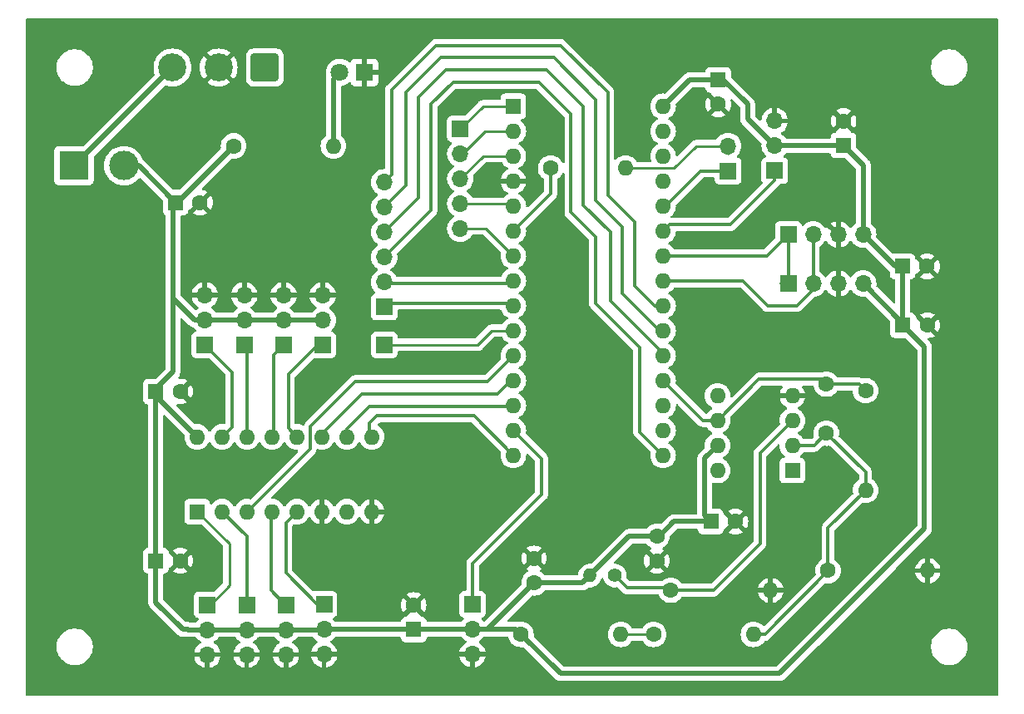
<source format=gbr>
%TF.GenerationSoftware,KiCad,Pcbnew,8.0.5*%
%TF.CreationDate,2024-12-09T00:54:55+01:00*%
%TF.ProjectId,Main PCB,4d61696e-2050-4434-922e-6b696361645f,2*%
%TF.SameCoordinates,Original*%
%TF.FileFunction,Copper,L2,Bot*%
%TF.FilePolarity,Positive*%
%FSLAX46Y46*%
G04 Gerber Fmt 4.6, Leading zero omitted, Abs format (unit mm)*
G04 Created by KiCad (PCBNEW 8.0.5) date 2024-12-09 00:54:55*
%MOMM*%
%LPD*%
G01*
G04 APERTURE LIST*
G04 Aperture macros list*
%AMRoundRect*
0 Rectangle with rounded corners*
0 $1 Rounding radius*
0 $2 $3 $4 $5 $6 $7 $8 $9 X,Y pos of 4 corners*
0 Add a 4 corners polygon primitive as box body*
4,1,4,$2,$3,$4,$5,$6,$7,$8,$9,$2,$3,0*
0 Add four circle primitives for the rounded corners*
1,1,$1+$1,$2,$3*
1,1,$1+$1,$4,$5*
1,1,$1+$1,$6,$7*
1,1,$1+$1,$8,$9*
0 Add four rect primitives between the rounded corners*
20,1,$1+$1,$2,$3,$4,$5,0*
20,1,$1+$1,$4,$5,$6,$7,0*
20,1,$1+$1,$6,$7,$8,$9,0*
20,1,$1+$1,$8,$9,$2,$3,0*%
G04 Aperture macros list end*
%TA.AperFunction,ComponentPad*%
%ADD10C,1.600000*%
%TD*%
%TA.AperFunction,ComponentPad*%
%ADD11R,1.700000X1.700000*%
%TD*%
%TA.AperFunction,ComponentPad*%
%ADD12O,1.700000X1.700000*%
%TD*%
%TA.AperFunction,ComponentPad*%
%ADD13R,1.600000X1.600000*%
%TD*%
%TA.AperFunction,ComponentPad*%
%ADD14O,1.600000X1.600000*%
%TD*%
%TA.AperFunction,ComponentPad*%
%ADD15RoundRect,0.279411X1.145589X1.145589X-1.145589X1.145589X-1.145589X-1.145589X1.145589X-1.145589X0*%
%TD*%
%TA.AperFunction,ComponentPad*%
%ADD16C,2.850000*%
%TD*%
%TA.AperFunction,ComponentPad*%
%ADD17R,3.000000X3.000000*%
%TD*%
%TA.AperFunction,ComponentPad*%
%ADD18C,3.000000*%
%TD*%
%TA.AperFunction,ComponentPad*%
%ADD19R,1.800000X1.800000*%
%TD*%
%TA.AperFunction,ComponentPad*%
%ADD20C,1.800000*%
%TD*%
%TA.AperFunction,ComponentPad*%
%ADD21C,1.400000*%
%TD*%
%TA.AperFunction,ComponentPad*%
%ADD22O,1.400000X1.400000*%
%TD*%
%TA.AperFunction,Conductor*%
%ADD23C,0.500000*%
%TD*%
%TA.AperFunction,Conductor*%
%ADD24C,0.300000*%
%TD*%
%TA.AperFunction,Conductor*%
%ADD25C,0.250000*%
%TD*%
G04 APERTURE END LIST*
D10*
%TO.P,C13,1*%
%TO.N,/NTC_Vout(ADC3)*%
X152750000Y-112500000D03*
%TO.P,C13,2*%
%TO.N,Net-(U1--)*%
X152750000Y-117500000D03*
%TD*%
D11*
%TO.P,J7,1,Pin_1*%
%TO.N,/D1{slash}TX*%
X115500000Y-86500000D03*
D12*
%TO.P,J7,2,Pin_2*%
%TO.N,/D0{slash}RX*%
X115500000Y-89040000D03*
%TO.P,J7,3,Pin_3*%
%TO.N,/PC6{slash}RESET*%
X115500000Y-91580000D03*
%TO.P,J7,4,Pin_4*%
%TO.N,/D2*%
X115500000Y-94120000D03*
%TO.P,J7,5,Pin_5*%
%TO.N,/D4*%
X115500000Y-96660000D03*
%TD*%
D13*
%TO.P,C3,1*%
%TO.N,+5V*%
X141000000Y-126500000D03*
D10*
%TO.P,C3,2*%
%TO.N,GND*%
X143500000Y-126500000D03*
%TD*%
%TO.P,C5,2*%
%TO.N,GND*%
X141750000Y-84000000D03*
D13*
%TO.P,C5,1*%
%TO.N,+5V*%
X141750000Y-81500000D03*
%TD*%
D11*
%TO.P,J17,1,Pin_1*%
%TO.N,/Trigger*%
X107750000Y-108500000D03*
%TD*%
D10*
%TO.P,R5,1*%
%TO.N,/NTC_Vout(ADC3)*%
X156750000Y-113170000D03*
D14*
%TO.P,R5,2*%
%TO.N,Net-(U1--)*%
X156750000Y-123330000D03*
%TD*%
D11*
%TO.P,J10,1,Pin_1*%
%TO.N,Net-(J10-Pin_1)*%
X89500000Y-108525000D03*
D12*
%TO.P,J10,2,Pin_2*%
%TO.N,+5V*%
X89500000Y-105985000D03*
%TO.P,J10,3,Pin_3*%
%TO.N,GND*%
X89500000Y-103445000D03*
%TD*%
D10*
%TO.P,C1,1*%
%TO.N,GND*%
X123000000Y-130250000D03*
%TO.P,C1,2*%
%TO.N,+5V*%
X123000000Y-132750000D03*
%TD*%
D15*
%TO.P,SW1,1,A*%
%TO.N,unconnected-(SW1-A-Pad1)*%
X95600000Y-80250000D03*
D16*
%TO.P,SW1,2,B*%
%TO.N,GND*%
X90900000Y-80250000D03*
%TO.P,SW1,3,C*%
%TO.N,Net-(J1-Pin_1)*%
X86200000Y-80250000D03*
%TD*%
D13*
%TO.P,C11,1*%
%TO.N,+5V*%
X154500000Y-88205113D03*
D10*
%TO.P,C11,2*%
%TO.N,GND*%
X154500000Y-85705113D03*
%TD*%
D13*
%TO.P,C6,1*%
%TO.N,+5V*%
X110750000Y-137500000D03*
D10*
%TO.P,C6,2*%
%TO.N,GND*%
X110750000Y-135000000D03*
%TD*%
D11*
%TO.P,J13,1,Pin_1*%
%TO.N,Net-(J13-Pin_1)*%
X101625000Y-134935000D03*
D12*
%TO.P,J13,2,Pin_2*%
%TO.N,+5V*%
X101625000Y-137475000D03*
%TO.P,J13,3,Pin_3*%
%TO.N,GND*%
X101625000Y-140015000D03*
%TD*%
D17*
%TO.P,J1,1,Pin_1*%
%TO.N,Net-(J1-Pin_1)*%
X76170000Y-90250000D03*
D18*
%TO.P,J1,2,Pin_2*%
%TO.N,+5V*%
X81250000Y-90250000D03*
%TD*%
D13*
%TO.P,U1,1,NULL*%
%TO.N,unconnected-(U1-NULL-Pad1)*%
X149300000Y-121300000D03*
D14*
%TO.P,U1,2,-*%
%TO.N,Net-(U1--)*%
X149300000Y-118760000D03*
%TO.P,U1,3,+*%
%TO.N,Net-(U1-+)*%
X149300000Y-116220000D03*
%TO.P,U1,4,V-*%
%TO.N,GND*%
X149300000Y-113680000D03*
%TO.P,U1,5,NULL*%
%TO.N,unconnected-(U1-NULL-Pad5)*%
X141680000Y-113680000D03*
%TO.P,U1,6*%
%TO.N,/NTC_Vout(ADC3)*%
X141680000Y-116220000D03*
%TO.P,U1,7,V+*%
%TO.N,+5V*%
X141680000Y-118760000D03*
%TO.P,U1,8,STRB*%
%TO.N,unconnected-(U1-STRB-Pad8)*%
X141680000Y-121300000D03*
%TD*%
D13*
%TO.P,C2,1*%
%TO.N,+5V*%
X86500000Y-94000000D03*
D10*
%TO.P,C2,2*%
%TO.N,GND*%
X89000000Y-94000000D03*
%TD*%
D11*
%TO.P,J12,1,Pin_1*%
%TO.N,Net-(J12-Pin_1)*%
X89750000Y-134975000D03*
D12*
%TO.P,J12,2,Pin_2*%
%TO.N,+5V*%
X89750000Y-137515000D03*
%TO.P,J12,3,Pin_3*%
%TO.N,GND*%
X89750000Y-140055000D03*
%TD*%
D13*
%TO.P,C9,1*%
%TO.N,+5V*%
X160544888Y-106500000D03*
D10*
%TO.P,C9,2*%
%TO.N,GND*%
X163044888Y-106500000D03*
%TD*%
D11*
%TO.P,J14,1,Pin_1*%
%TO.N,Net-(J14-Pin_1)*%
X93750000Y-134975000D03*
D12*
%TO.P,J14,2,Pin_2*%
%TO.N,+5V*%
X93750000Y-137515000D03*
%TO.P,J14,3,Pin_3*%
%TO.N,GND*%
X93750000Y-140055000D03*
%TD*%
D10*
%TO.P,C12,1*%
%TO.N,+5V*%
X135500000Y-128000000D03*
%TO.P,C12,2*%
%TO.N,GND*%
X135500000Y-130500000D03*
%TD*%
D11*
%TO.P,J8,1,Pin_1*%
%TO.N,Net-(J8-Pin_1)*%
X97500000Y-108525000D03*
D12*
%TO.P,J8,2,Pin_2*%
%TO.N,+5V*%
X97500000Y-105985000D03*
%TO.P,J8,3,Pin_3*%
%TO.N,GND*%
X97500000Y-103445000D03*
%TD*%
D13*
%TO.P,C7,1*%
%TO.N,+5V*%
X160500000Y-100500000D03*
D10*
%TO.P,C7,2*%
%TO.N,GND*%
X163000000Y-100500000D03*
%TD*%
%TO.P,R6,1*%
%TO.N,/OC2B*%
X124690000Y-90500000D03*
D14*
%TO.P,R6,2*%
%TO.N,Net-(J2-Pin_2)*%
X132310000Y-90500000D03*
%TD*%
D11*
%TO.P,J4,1,Pin_1*%
%TO.N,/OC0A*%
X107750000Y-104650000D03*
D12*
%TO.P,J4,2,Pin_2*%
%TO.N,/OC0B*%
X107750000Y-102110000D03*
%TO.P,J4,3,Pin_3*%
%TO.N,/IN1*%
X107750000Y-99570000D03*
%TO.P,J4,4,Pin_4*%
%TO.N,/IN3*%
X107750000Y-97030000D03*
%TO.P,J4,5,Pin_5*%
%TO.N,/IN4*%
X107750000Y-94490000D03*
%TO.P,J4,6,Pin_6*%
%TO.N,/IN2*%
X107750000Y-91950000D03*
%TD*%
D13*
%TO.P,A1,1,D1/TX*%
%TO.N,/D1{slash}TX*%
X120890000Y-84200000D03*
D14*
%TO.P,A1,2,D0/RX*%
%TO.N,/D0{slash}RX*%
X120890000Y-86740000D03*
%TO.P,A1,3,~{RESET}*%
%TO.N,/PC6{slash}RESET*%
X120890000Y-89280000D03*
%TO.P,A1,4,GND*%
%TO.N,GND*%
X120890000Y-91820000D03*
%TO.P,A1,5,D2*%
%TO.N,/D2*%
X120890000Y-94360000D03*
%TO.P,A1,6,D3*%
%TO.N,/OC2B*%
X120890000Y-96900000D03*
%TO.P,A1,7,D4*%
%TO.N,/D4*%
X120890000Y-99440000D03*
%TO.P,A1,8,D5*%
%TO.N,/OC0B*%
X120890000Y-101980000D03*
%TO.P,A1,9,D6*%
%TO.N,/OC0A*%
X120890000Y-104520000D03*
%TO.P,A1,10,D7*%
%TO.N,/Trigger*%
X120890000Y-107060000D03*
%TO.P,A1,11,D8*%
%TO.N,/Echo&Trig*%
X120890000Y-109600000D03*
%TO.P,A1,12,D9*%
%TO.N,/A*%
X120890000Y-112140000D03*
%TO.P,A1,13,D10*%
%TO.N,/B*%
X120890000Y-114680000D03*
%TO.P,A1,14,D11*%
%TO.N,/OC2A*%
X120890000Y-117220000D03*
%TO.P,A1,15,D12*%
%TO.N,/C*%
X120890000Y-119760000D03*
%TO.P,A1,16,D13*%
%TO.N,/IN1*%
X136130000Y-119760000D03*
%TO.P,A1,17,3V3*%
%TO.N,unconnected-(A1-3V3-Pad17)*%
X136130000Y-117220000D03*
%TO.P,A1,18,AREF*%
%TO.N,unconnected-(A1-AREF-Pad18)*%
X136130000Y-114680000D03*
%TO.P,A1,19,A0*%
%TO.N,/NTC_Vout(ADC3)*%
X136130000Y-112140000D03*
%TO.P,A1,20,A1*%
%TO.N,/IN3*%
X136130000Y-109600000D03*
%TO.P,A1,21,A2*%
%TO.N,/IN4*%
X136130000Y-107060000D03*
%TO.P,A1,22,A3*%
%TO.N,/IN2*%
X136130000Y-104520000D03*
%TO.P,A1,23,A4*%
%TO.N,/SDA*%
X136130000Y-101980000D03*
%TO.P,A1,24,A5*%
%TO.N,/SCL*%
X136130000Y-99440000D03*
%TO.P,A1,25,A6*%
%TO.N,/ADC6*%
X136130000Y-96900000D03*
%TO.P,A1,26,A7*%
%TO.N,/ADC7*%
X136130000Y-94360000D03*
%TO.P,A1,27,+5V*%
%TO.N,unconnected-(A1-+5V-Pad27)*%
X136130000Y-91820000D03*
%TO.P,A1,28,~{RESET}*%
%TO.N,unconnected-(A1-~{RESET}-Pad28)*%
X136130000Y-89280000D03*
%TO.P,A1,29,GND*%
%TO.N,unconnected-(A1-GND-Pad29)*%
X136130000Y-86740000D03*
%TO.P,A1,30,VIN*%
%TO.N,+5V*%
X136130000Y-84200000D03*
%TD*%
%TO.P,R3,2*%
%TO.N,GND*%
X163080000Y-131500000D03*
D10*
%TO.P,R3,1*%
%TO.N,Net-(U1--)*%
X152920000Y-131500000D03*
%TD*%
D11*
%TO.P,J5,1,Pin_1*%
%TO.N,/ADC6*%
X147500000Y-90775000D03*
D12*
%TO.P,J5,2,Pin_2*%
%TO.N,+5V*%
X147500000Y-88235000D03*
%TO.P,J5,3,Pin_3*%
%TO.N,GND*%
X147500000Y-85695000D03*
%TD*%
D11*
%TO.P,J16,1,Pin_1*%
%TO.N,/SCL*%
X148880000Y-97250000D03*
D12*
%TO.P,J16,2,Pin_2*%
%TO.N,/SDA*%
X151420000Y-97250000D03*
%TO.P,J16,3,Pin_3*%
%TO.N,GND*%
X153960000Y-97250000D03*
%TO.P,J16,4,Pin_4*%
%TO.N,+5V*%
X156500000Y-97250000D03*
%TD*%
D19*
%TO.P,D2,1,K*%
%TO.N,GND*%
X105750000Y-80750000D03*
D20*
%TO.P,D2,2,A*%
%TO.N,Net-(D2-A)*%
X103210000Y-80750000D03*
%TD*%
D10*
%TO.P,R1,1*%
%TO.N,Net-(U1-+)*%
X136920000Y-133500000D03*
D14*
%TO.P,R1,2*%
%TO.N,GND*%
X147080000Y-133500000D03*
%TD*%
D11*
%TO.P,J6,1,Pin_1*%
%TO.N,/SCL*%
X148880000Y-102250000D03*
D12*
%TO.P,J6,2,Pin_2*%
%TO.N,/SDA*%
X151420000Y-102250000D03*
%TO.P,J6,3,Pin_3*%
%TO.N,GND*%
X153960000Y-102250000D03*
%TO.P,J6,4,Pin_4*%
%TO.N,+5V*%
X156500000Y-102250000D03*
%TD*%
D10*
%TO.P,R4,1*%
%TO.N,+5V*%
X92420000Y-88250000D03*
D14*
%TO.P,R4,2*%
%TO.N,Net-(D2-A)*%
X102580000Y-88250000D03*
%TD*%
D11*
%TO.P,J9,1,Pin_1*%
%TO.N,Net-(J9-Pin_1)*%
X93500000Y-108525000D03*
D12*
%TO.P,J9,2,Pin_2*%
%TO.N,+5V*%
X93500000Y-105985000D03*
%TO.P,J9,3,Pin_3*%
%TO.N,GND*%
X93500000Y-103445000D03*
%TD*%
D13*
%TO.P,C8,1*%
%TO.N,+5V*%
X84500000Y-113250000D03*
D10*
%TO.P,C8,2*%
%TO.N,GND*%
X87000000Y-113250000D03*
%TD*%
%TO.P,R2,1*%
%TO.N,Net-(R2-Pad1)*%
X135170000Y-138000000D03*
D14*
%TO.P,R2,2*%
%TO.N,Net-(U1--)*%
X145330000Y-138000000D03*
%TD*%
D11*
%TO.P,J15,1,Pin_1*%
%TO.N,Net-(J15-Pin_1)*%
X97750000Y-134975000D03*
D12*
%TO.P,J15,2,Pin_2*%
%TO.N,+5V*%
X97750000Y-137515000D03*
%TO.P,J15,3,Pin_3*%
%TO.N,GND*%
X97750000Y-140055000D03*
%TD*%
D11*
%TO.P,J11,1,Pin_1*%
%TO.N,Net-(J11-Pin_1)*%
X101500000Y-108525000D03*
D12*
%TO.P,J11,2,Pin_2*%
%TO.N,+5V*%
X101500000Y-105985000D03*
%TO.P,J11,3,Pin_3*%
%TO.N,GND*%
X101500000Y-103445000D03*
%TD*%
D10*
%TO.P,R7,1*%
%TO.N,+5V*%
X121670000Y-138000000D03*
D14*
%TO.P,R7,2*%
%TO.N,Net-(R2-Pad1)*%
X131830000Y-138000000D03*
%TD*%
D13*
%TO.P,C10,1*%
%TO.N,+5V*%
X84500000Y-130500000D03*
D10*
%TO.P,C10,2*%
%TO.N,GND*%
X87000000Y-130500000D03*
%TD*%
D21*
%TO.P,TH1,1*%
%TO.N,Net-(U1-+)*%
X131220000Y-132000000D03*
D22*
%TO.P,TH1,2*%
%TO.N,+5V*%
X128680000Y-132000000D03*
%TD*%
D11*
%TO.P,J2,1,Pin_1*%
%TO.N,/ADC7*%
X142750000Y-90790000D03*
D12*
%TO.P,J2,2,Pin_2*%
%TO.N,Net-(J2-Pin_2)*%
X142750000Y-88250000D03*
%TD*%
D13*
%TO.P,U2,1,X4*%
%TO.N,Net-(J12-Pin_1)*%
X88710000Y-125500000D03*
D14*
%TO.P,U2,2,X6*%
%TO.N,Net-(J14-Pin_1)*%
X91250000Y-125500000D03*
%TO.P,U2,3,X*%
%TO.N,/Echo&Trig*%
X93790000Y-125500000D03*
%TO.P,U2,4,X7*%
%TO.N,Net-(J15-Pin_1)*%
X96330000Y-125500000D03*
%TO.P,U2,5,X5*%
%TO.N,Net-(J13-Pin_1)*%
X98870000Y-125500000D03*
%TO.P,U2,6,INH*%
%TO.N,GND*%
X101410000Y-125500000D03*
%TO.P,U2,7,VEE*%
%TO.N,unconnected-(U2-VEE-Pad7)*%
X103950000Y-125500000D03*
%TO.P,U2,8,VSS*%
%TO.N,GND*%
X106490000Y-125500000D03*
%TO.P,U2,9,C*%
%TO.N,/C*%
X106490000Y-117880000D03*
%TO.P,U2,10,B*%
%TO.N,/B*%
X103950000Y-117880000D03*
%TO.P,U2,11,A*%
%TO.N,/A*%
X101410000Y-117880000D03*
%TO.P,U2,12,X3*%
%TO.N,Net-(J11-Pin_1)*%
X98870000Y-117880000D03*
%TO.P,U2,13,X0*%
%TO.N,Net-(J8-Pin_1)*%
X96330000Y-117880000D03*
%TO.P,U2,14,X1*%
%TO.N,Net-(J9-Pin_1)*%
X93790000Y-117880000D03*
%TO.P,U2,15,X2*%
%TO.N,Net-(J10-Pin_1)*%
X91250000Y-117880000D03*
%TO.P,U2,16,VDD*%
%TO.N,+5V*%
X88710000Y-117880000D03*
%TD*%
D11*
%TO.P,J3,1,Pin_1*%
%TO.N,/OC2A*%
X116750000Y-134920000D03*
D12*
%TO.P,J3,2,Pin_2*%
%TO.N,+5V*%
X116750000Y-137460000D03*
%TO.P,J3,3,Pin_3*%
%TO.N,GND*%
X116750000Y-140000000D03*
%TD*%
D23*
%TO.N,+5V*%
X142250000Y-81500000D02*
X141750000Y-81500000D01*
X144750000Y-85485000D02*
X144750000Y-84000000D01*
X144750000Y-84000000D02*
X142250000Y-81500000D01*
X147500000Y-88235000D02*
X144750000Y-85485000D01*
%TO.N,GND*%
X153000000Y-96290000D02*
X153000000Y-96250000D01*
X153960000Y-97250000D02*
X153000000Y-96290000D01*
%TO.N,+5V*%
X84500000Y-113000000D02*
X84500000Y-113250000D01*
X86250000Y-111250000D02*
X84500000Y-113000000D01*
X86250000Y-103750000D02*
X86250000Y-111250000D01*
X84500000Y-113670000D02*
X84500000Y-113250000D01*
X88710000Y-117880000D02*
X84500000Y-113670000D01*
X84500000Y-113250000D02*
X84500000Y-122090000D01*
X82750000Y-90250000D02*
X81250000Y-90250000D01*
X86500000Y-94000000D02*
X82750000Y-90250000D01*
X86250000Y-94250000D02*
X86500000Y-94000000D01*
X86250000Y-103750000D02*
X86250000Y-94250000D01*
X88485000Y-105985000D02*
X86250000Y-103750000D01*
X86670000Y-94000000D02*
X86500000Y-94000000D01*
X92420000Y-88250000D02*
X86670000Y-94000000D01*
%TO.N,Net-(D2-A)*%
X102580000Y-81380000D02*
X103210000Y-80750000D01*
X102580000Y-88250000D02*
X102580000Y-81380000D01*
%TO.N,Net-(J1-Pin_1)*%
X76200000Y-90250000D02*
X76170000Y-90250000D01*
X86200000Y-80250000D02*
X76200000Y-90250000D01*
%TO.N,+5V*%
X140380000Y-120060000D02*
X141680000Y-118760000D01*
X140380000Y-125880000D02*
X140380000Y-120060000D01*
X141000000Y-126500000D02*
X140380000Y-125880000D01*
X148000000Y-142000000D02*
X125670000Y-142000000D01*
X125670000Y-142000000D02*
X121670000Y-138000000D01*
X162750000Y-127250000D02*
X148000000Y-142000000D01*
X160544888Y-106500000D02*
X162750000Y-108705112D01*
X162750000Y-108705112D02*
X162750000Y-127250000D01*
D24*
%TO.N,/NTC_Vout(ADC3)*%
X156080000Y-112500000D02*
X156750000Y-113170000D01*
X152750000Y-112500000D02*
X156080000Y-112500000D01*
X152250000Y-112000000D02*
X145900000Y-112000000D01*
X152750000Y-112500000D02*
X152250000Y-112000000D01*
%TO.N,Net-(U1--)*%
X151490000Y-118760000D02*
X149300000Y-118760000D01*
X152750000Y-117500000D02*
X151490000Y-118760000D01*
X156750000Y-121500000D02*
X152750000Y-117500000D01*
X156750000Y-123330000D02*
X156750000Y-121500000D01*
X152920000Y-127160000D02*
X156750000Y-123330000D01*
X152920000Y-131500000D02*
X152920000Y-127160000D01*
X146500000Y-138000000D02*
X152920000Y-131580000D01*
X152920000Y-131580000D02*
X152920000Y-131500000D01*
X145330000Y-138000000D02*
X146500000Y-138000000D01*
D25*
%TO.N,/D0{slash}RX*%
X115730000Y-89040000D02*
X115500000Y-89040000D01*
X118030000Y-86740000D02*
X115730000Y-89040000D01*
X120890000Y-86740000D02*
X118030000Y-86740000D01*
%TO.N,/D4*%
X118110000Y-96660000D02*
X120890000Y-99440000D01*
X115500000Y-96660000D02*
X118110000Y-96660000D01*
%TO.N,/D2*%
X120650000Y-94120000D02*
X120890000Y-94360000D01*
X115500000Y-94120000D02*
X120650000Y-94120000D01*
%TO.N,/PC6{slash}RESET*%
X117800000Y-89280000D02*
X115500000Y-91580000D01*
X120890000Y-89280000D02*
X117800000Y-89280000D01*
%TO.N,/D1{slash}TX*%
X117800000Y-84200000D02*
X115500000Y-86500000D01*
X120890000Y-84200000D02*
X117800000Y-84200000D01*
D24*
%TO.N,/ADC7*%
X139960000Y-90790000D02*
X136390000Y-94360000D01*
X142750000Y-90790000D02*
X139960000Y-90790000D01*
X136390000Y-94360000D02*
X136130000Y-94360000D01*
%TO.N,/SCL*%
X148880000Y-97250000D02*
X148880000Y-102250000D01*
X148880000Y-102250000D02*
X148170000Y-102250000D01*
X146690000Y-99440000D02*
X148880000Y-97250000D01*
X136130000Y-99440000D02*
X146690000Y-99440000D01*
X136440000Y-99750000D02*
X136130000Y-99440000D01*
X148840000Y-102290000D02*
X148880000Y-102250000D01*
%TO.N,/OC2B*%
X120890000Y-96900000D02*
X124690000Y-93100000D01*
X124690000Y-93100000D02*
X124690000Y-90500000D01*
%TO.N,/IN2*%
X125750000Y-78000000D02*
X113000000Y-78000000D01*
X108500000Y-91200000D02*
X107750000Y-91950000D01*
X133250000Y-102500000D02*
X133250000Y-96000000D01*
X130500000Y-93250000D02*
X130500000Y-82750000D01*
X108500000Y-82500000D02*
X108500000Y-91200000D01*
X133250000Y-96000000D02*
X130500000Y-93250000D01*
X136130000Y-104520000D02*
X135270000Y-104520000D01*
X130500000Y-82750000D02*
X125750000Y-78000000D01*
X135270000Y-104520000D02*
X133250000Y-102500000D01*
X113000000Y-78000000D02*
X108500000Y-82500000D01*
%TO.N,/IN3*%
X111250000Y-93530000D02*
X111250000Y-83250000D01*
X136130000Y-109380000D02*
X136130000Y-109600000D01*
X128000000Y-94250000D02*
X130750000Y-97000000D01*
X114000000Y-80500000D02*
X124250000Y-80500000D01*
X130750000Y-97000000D02*
X130750000Y-104000000D01*
X111250000Y-83250000D02*
X114000000Y-80500000D01*
X128000000Y-84250000D02*
X128000000Y-94250000D01*
X130750000Y-104000000D02*
X136130000Y-109380000D01*
X107750000Y-97030000D02*
X111250000Y-93530000D01*
X124250000Y-80500000D02*
X128000000Y-84250000D01*
%TO.N,/OC0A*%
X120890000Y-104520000D02*
X120620000Y-104250000D01*
X120620000Y-104250000D02*
X108150000Y-104250000D01*
X108150000Y-104250000D02*
X107750000Y-104650000D01*
%TO.N,/IN1*%
X107750000Y-99570000D02*
X112500000Y-94820000D01*
X129250000Y-104250000D02*
X133750000Y-108750000D01*
X126750000Y-85000000D02*
X126750000Y-95000000D01*
X112500000Y-84000000D02*
X114750000Y-81750000D01*
X126750000Y-95000000D02*
X129250000Y-97500000D01*
X133750000Y-108750000D02*
X133750000Y-117380000D01*
X114750000Y-81750000D02*
X123500000Y-81750000D01*
X129250000Y-97500000D02*
X129250000Y-104250000D01*
X133750000Y-117380000D02*
X136130000Y-119760000D01*
X123500000Y-81750000D02*
X126750000Y-85000000D01*
X112500000Y-94820000D02*
X112500000Y-84000000D01*
%TO.N,/OC0B*%
X107890000Y-102250000D02*
X120620000Y-102250000D01*
X107750000Y-102110000D02*
X107890000Y-102250000D01*
X120620000Y-102250000D02*
X120890000Y-101980000D01*
%TO.N,/IN4*%
X135810000Y-107060000D02*
X136130000Y-107060000D01*
X107750000Y-94490000D02*
X110000000Y-92240000D01*
X132000000Y-96500000D02*
X132000000Y-103250000D01*
X110000000Y-82750000D02*
X113500000Y-79250000D01*
X132000000Y-103250000D02*
X135810000Y-107060000D01*
X129250000Y-83500000D02*
X129250000Y-93750000D01*
X110000000Y-92240000D02*
X110000000Y-82750000D01*
X129250000Y-93750000D02*
X132000000Y-96500000D01*
X113500000Y-79250000D02*
X125000000Y-79250000D01*
X125000000Y-79250000D02*
X129250000Y-83500000D01*
%TO.N,/C*%
X120885000Y-119760000D02*
X120890000Y-119760000D01*
X106250000Y-117640000D02*
X106490000Y-117880000D01*
X106250000Y-116500000D02*
X106250000Y-117640000D01*
X120890000Y-119760000D02*
X116880000Y-115750000D01*
X116880000Y-115750000D02*
X107000000Y-115750000D01*
X107000000Y-115750000D02*
X106250000Y-116500000D01*
%TO.N,/A*%
X120610000Y-112140000D02*
X120890000Y-112140000D01*
X119250000Y-113500000D02*
X120610000Y-112140000D01*
X120780000Y-112250000D02*
X120890000Y-112140000D01*
X101410000Y-117880000D02*
X101410000Y-117558750D01*
X101410000Y-117558750D02*
X105468750Y-113500000D01*
X105468750Y-113500000D02*
X119250000Y-113500000D01*
D23*
%TO.N,+5V*%
X160500000Y-106000000D02*
X160500000Y-100500000D01*
X159750000Y-100500000D02*
X156500000Y-97250000D01*
X84500000Y-122090000D02*
X84500000Y-130500000D01*
X84250000Y-113250000D02*
X84250000Y-113420000D01*
X118290000Y-137460000D02*
X121130000Y-137460000D01*
X123000000Y-132750000D02*
X127930000Y-132750000D01*
X156500000Y-97250000D02*
X156500000Y-90205113D01*
X89500000Y-105985000D02*
X93500000Y-105985000D01*
X97500000Y-105985000D02*
X101500000Y-105985000D01*
X141750000Y-81500000D02*
X138830000Y-81500000D01*
X160544888Y-106500000D02*
X160544888Y-106294888D01*
X160544888Y-106500000D02*
X160544888Y-106044888D01*
X93500000Y-105985000D02*
X97500000Y-105985000D01*
X87250000Y-137500000D02*
X87750000Y-137500000D01*
X97750000Y-137515000D02*
X101585000Y-137515000D01*
X101625000Y-137475000D02*
X110725000Y-137475000D01*
X154044887Y-88205113D02*
X154015000Y-88235000D01*
X128680000Y-132000000D02*
X132680000Y-128000000D01*
X121130000Y-137460000D02*
X121670000Y-138000000D01*
X154500000Y-88205113D02*
X154044887Y-88205113D01*
X147500000Y-88235000D02*
X147500000Y-87911522D01*
X87750000Y-137500000D02*
X87765000Y-137515000D01*
X135750000Y-128000000D02*
X137250000Y-126500000D01*
X116710000Y-137500000D02*
X116750000Y-137460000D01*
X84500000Y-130500000D02*
X84500000Y-134750000D01*
X84205113Y-113250000D02*
X84205113Y-113375113D01*
X88485000Y-105985000D02*
X89500000Y-105985000D01*
X84500000Y-134750000D02*
X87250000Y-137500000D01*
X89750000Y-137515000D02*
X93750000Y-137515000D01*
X116750000Y-137460000D02*
X118290000Y-137460000D01*
X110750000Y-137500000D02*
X116710000Y-137500000D01*
X127930000Y-132750000D02*
X128680000Y-132000000D01*
X110725000Y-137475000D02*
X110750000Y-137500000D01*
X154015000Y-88235000D02*
X147500000Y-88235000D01*
X132680000Y-128000000D02*
X135500000Y-128000000D01*
X118290000Y-137460000D02*
X123000000Y-132750000D01*
X138830000Y-81500000D02*
X136130000Y-84200000D01*
X93750000Y-137515000D02*
X97750000Y-137515000D01*
X160544888Y-106294888D02*
X156500000Y-102250000D01*
X135500000Y-128000000D02*
X135750000Y-128000000D01*
X160544888Y-106044888D02*
X160500000Y-106000000D01*
X87765000Y-137515000D02*
X89750000Y-137515000D01*
X121250000Y-138000000D02*
X121670000Y-138000000D01*
X156500000Y-90205113D02*
X154500000Y-88205113D01*
X137250000Y-126500000D02*
X141000000Y-126500000D01*
X101585000Y-137515000D02*
X101625000Y-137475000D01*
X160500000Y-100500000D02*
X159750000Y-100500000D01*
D24*
%TO.N,/OC2A*%
X117250000Y-134420000D02*
X116750000Y-134920000D01*
X123750000Y-120080000D02*
X120890000Y-117220000D01*
X123750000Y-123750000D02*
X123750000Y-120080000D01*
X116750000Y-134920000D02*
X116750000Y-130750000D01*
X116750000Y-130750000D02*
X123750000Y-123750000D01*
%TO.N,/NTC_Vout(ADC3)*%
X145900000Y-112000000D02*
X141680000Y-116220000D01*
X141680000Y-116220000D02*
X140210000Y-116220000D01*
X140210000Y-116220000D02*
X136130000Y-112140000D01*
D25*
%TO.N,/Trigger*%
X120890000Y-107060000D02*
X118690000Y-107060000D01*
X117250000Y-108500000D02*
X107750000Y-108500000D01*
X118690000Y-107060000D02*
X117250000Y-108500000D01*
D24*
%TO.N,/SDA*%
X136130000Y-101980000D02*
X136305000Y-101805000D01*
X151420000Y-102830000D02*
X151420000Y-102250000D01*
X136445000Y-101805000D02*
X136500000Y-101750000D01*
X136305000Y-101805000D02*
X136445000Y-101805000D01*
X144230000Y-101980000D02*
X146750000Y-104500000D01*
X151420000Y-102250000D02*
X151420000Y-97250000D01*
X149750000Y-104500000D02*
X151420000Y-102830000D01*
X146750000Y-104500000D02*
X149750000Y-104500000D01*
X136130000Y-101980000D02*
X144230000Y-101980000D01*
%TO.N,/Echo&Trig*%
X118240000Y-112250000D02*
X104812500Y-112250000D01*
X120890000Y-109600000D02*
X118240000Y-112250000D01*
X104812500Y-112250000D02*
X100210000Y-116852500D01*
X100210000Y-119080000D02*
X93790000Y-125500000D01*
X100210000Y-116852500D02*
X100210000Y-119080000D01*
%TO.N,/ADC6*%
X136780000Y-96250000D02*
X143000000Y-96250000D01*
X136130000Y-96900000D02*
X136780000Y-96250000D01*
X147500000Y-91750000D02*
X147500000Y-90775000D01*
X143000000Y-96250000D02*
X147500000Y-91750000D01*
%TO.N,/B*%
X120820000Y-114750000D02*
X120890000Y-114680000D01*
X103950000Y-117050000D02*
X106250000Y-114750000D01*
X106250000Y-114750000D02*
X120820000Y-114750000D01*
X103950000Y-117880000D02*
X103950000Y-117050000D01*
D23*
%TO.N,Net-(D2-A)*%
X103170000Y-80750000D02*
X103210000Y-80750000D01*
D24*
%TO.N,Net-(U1-+)*%
X132470000Y-133250000D02*
X136670000Y-133250000D01*
X146000000Y-119520000D02*
X149300000Y-116220000D01*
X136670000Y-133250000D02*
X136920000Y-133500000D01*
X131220000Y-132000000D02*
X132470000Y-133250000D01*
X146000000Y-128750000D02*
X146000000Y-119520000D01*
X136920000Y-133500000D02*
X141250000Y-133500000D01*
X141250000Y-133500000D02*
X146000000Y-128750000D01*
%TO.N,Net-(J8-Pin_1)*%
X96330000Y-117880000D02*
X96500000Y-117710000D01*
X96500000Y-117710000D02*
X96500000Y-109525000D01*
X96500000Y-109525000D02*
X97500000Y-108525000D01*
%TO.N,Net-(J9-Pin_1)*%
X93790000Y-108815000D02*
X93500000Y-108525000D01*
X93790000Y-117880000D02*
X93790000Y-108815000D01*
%TO.N,Net-(J10-Pin_1)*%
X91250000Y-117880000D02*
X92250000Y-116880000D01*
X92250000Y-111275000D02*
X89500000Y-108525000D01*
X92250000Y-116880000D02*
X92250000Y-111275000D01*
%TO.N,Net-(J11-Pin_1)*%
X98870000Y-117880000D02*
X98000000Y-117010000D01*
X98000000Y-111500000D02*
X100975000Y-108525000D01*
X100975000Y-108525000D02*
X101500000Y-108525000D01*
X98000000Y-117010000D02*
X98000000Y-111500000D01*
D25*
%TO.N,Net-(J12-Pin_1)*%
X92000000Y-133000000D02*
X90025000Y-134975000D01*
X88750000Y-125500000D02*
X92000000Y-128750000D01*
X92000000Y-128750000D02*
X92000000Y-133000000D01*
D24*
X89250000Y-134475000D02*
X89750000Y-134975000D01*
X88710000Y-125500000D02*
X89250000Y-126040000D01*
D25*
X88710000Y-125500000D02*
X88750000Y-125500000D01*
X90025000Y-134975000D02*
X89750000Y-134975000D01*
D24*
%TO.N,Net-(J13-Pin_1)*%
X98870000Y-125500000D02*
X97750000Y-126620000D01*
X97750000Y-131750000D02*
X100935000Y-134935000D01*
X97750000Y-126620000D02*
X97750000Y-131750000D01*
X100935000Y-134935000D02*
X101625000Y-134935000D01*
%TO.N,Net-(J14-Pin_1)*%
X93750000Y-128000000D02*
X91250000Y-125500000D01*
X93750000Y-134975000D02*
X93750000Y-128000000D01*
%TO.N,Net-(J15-Pin_1)*%
X97750000Y-134975000D02*
X97725000Y-134975000D01*
X96250000Y-133500000D02*
X96250000Y-125580000D01*
X96250000Y-125580000D02*
X96330000Y-125500000D01*
X97725000Y-134975000D02*
X96250000Y-133500000D01*
D25*
%TO.N,Net-(J2-Pin_2)*%
X132310000Y-90500000D02*
X137250000Y-90500000D01*
X137250000Y-90500000D02*
X139500000Y-88250000D01*
X139500000Y-88250000D02*
X142750000Y-88250000D01*
X132560000Y-90500000D02*
X132310000Y-90750000D01*
X142735000Y-89000000D02*
X142750000Y-88985000D01*
%TO.N,Net-(R2-Pad1)*%
X131830000Y-138000000D02*
X135170000Y-138000000D01*
%TD*%
%TA.AperFunction,Conductor*%
%TO.N,GND*%
G36*
X143976231Y-102650185D02*
G01*
X143996873Y-102666819D01*
X146244724Y-104914669D01*
X146296543Y-104966488D01*
X146335332Y-105005277D01*
X146441866Y-105076461D01*
X146441872Y-105076464D01*
X146441873Y-105076465D01*
X146560256Y-105125501D01*
X146560260Y-105125501D01*
X146560261Y-105125502D01*
X146685928Y-105150500D01*
X146685931Y-105150500D01*
X149814071Y-105150500D01*
X149898615Y-105133682D01*
X149939744Y-105125501D01*
X150058127Y-105076465D01*
X150075780Y-105064670D01*
X150075781Y-105064670D01*
X150142295Y-105020226D01*
X150164669Y-105005277D01*
X151546209Y-103623735D01*
X151607530Y-103590252D01*
X151623073Y-103587891D01*
X151655408Y-103585063D01*
X151883663Y-103523903D01*
X152097830Y-103424035D01*
X152291401Y-103288495D01*
X152458495Y-103121401D01*
X152588730Y-102935405D01*
X152643307Y-102891781D01*
X152712805Y-102884587D01*
X152775160Y-102916110D01*
X152791879Y-102935405D01*
X152921890Y-103121078D01*
X153088917Y-103288105D01*
X153282421Y-103423600D01*
X153496507Y-103523429D01*
X153496516Y-103523433D01*
X153710000Y-103580634D01*
X153710000Y-102683012D01*
X153767007Y-102715925D01*
X153894174Y-102750000D01*
X154025826Y-102750000D01*
X154152993Y-102715925D01*
X154210000Y-102683012D01*
X154210000Y-103580633D01*
X154423483Y-103523433D01*
X154423492Y-103523429D01*
X154637578Y-103423600D01*
X154831082Y-103288105D01*
X154998105Y-103121082D01*
X155128119Y-102935405D01*
X155182696Y-102891781D01*
X155252195Y-102884588D01*
X155314549Y-102916110D01*
X155331269Y-102935405D01*
X155461505Y-103121401D01*
X155628599Y-103288495D01*
X155725295Y-103356202D01*
X155822165Y-103424032D01*
X155822167Y-103424033D01*
X155822170Y-103424035D01*
X156036337Y-103523903D01*
X156036343Y-103523904D01*
X156036344Y-103523905D01*
X156091285Y-103538626D01*
X156264592Y-103585063D01*
X156452918Y-103601539D01*
X156499999Y-103605659D01*
X156500000Y-103605659D01*
X156500001Y-103605659D01*
X156535284Y-103602571D01*
X156713013Y-103587022D01*
X156781512Y-103600788D01*
X156811501Y-103622869D01*
X159208069Y-106019436D01*
X159241554Y-106080759D01*
X159244388Y-106107117D01*
X159244388Y-107347870D01*
X159244389Y-107347876D01*
X159250796Y-107407483D01*
X159301090Y-107542328D01*
X159301094Y-107542335D01*
X159387340Y-107657544D01*
X159387343Y-107657547D01*
X159502552Y-107743793D01*
X159502559Y-107743797D01*
X159637405Y-107794091D01*
X159637404Y-107794091D01*
X159644332Y-107794835D01*
X159697015Y-107800500D01*
X160732657Y-107800499D01*
X160799696Y-107820183D01*
X160820338Y-107836818D01*
X161963181Y-108979660D01*
X161996666Y-109040983D01*
X161999500Y-109067341D01*
X161999500Y-126887770D01*
X161979815Y-126954809D01*
X161963181Y-126975451D01*
X147725451Y-141213181D01*
X147664128Y-141246666D01*
X147637770Y-141249500D01*
X126032229Y-141249500D01*
X125965190Y-141229815D01*
X125944548Y-141213181D01*
X122996716Y-138265348D01*
X122963231Y-138204025D01*
X122960869Y-138166863D01*
X122975468Y-138000000D01*
X122975468Y-137999998D01*
X130524532Y-137999998D01*
X130524532Y-138000001D01*
X130544364Y-138226686D01*
X130544366Y-138226697D01*
X130603258Y-138446488D01*
X130603261Y-138446497D01*
X130699431Y-138652732D01*
X130699432Y-138652734D01*
X130829954Y-138839141D01*
X130990858Y-139000045D01*
X131014917Y-139016891D01*
X131177266Y-139130568D01*
X131383504Y-139226739D01*
X131603308Y-139285635D01*
X131765230Y-139299801D01*
X131829998Y-139305468D01*
X131830000Y-139305468D01*
X131830002Y-139305468D01*
X131886673Y-139300509D01*
X132056692Y-139285635D01*
X132276496Y-139226739D01*
X132482734Y-139130568D01*
X132669139Y-139000047D01*
X132830047Y-138839139D01*
X132942613Y-138678377D01*
X132997189Y-138634752D01*
X133044188Y-138625500D01*
X133955812Y-138625500D01*
X134022851Y-138645185D01*
X134057387Y-138678377D01*
X134169954Y-138839141D01*
X134330858Y-139000045D01*
X134354917Y-139016891D01*
X134517266Y-139130568D01*
X134723504Y-139226739D01*
X134943308Y-139285635D01*
X135105230Y-139299801D01*
X135169998Y-139305468D01*
X135170000Y-139305468D01*
X135170002Y-139305468D01*
X135226673Y-139300509D01*
X135396692Y-139285635D01*
X135616496Y-139226739D01*
X135822734Y-139130568D01*
X136009139Y-139000047D01*
X136170047Y-138839139D01*
X136300568Y-138652734D01*
X136396739Y-138446496D01*
X136455635Y-138226692D01*
X136475468Y-138000000D01*
X136455635Y-137773308D01*
X136396739Y-137553504D01*
X136300568Y-137347266D01*
X136170047Y-137160861D01*
X136170045Y-137160858D01*
X136009141Y-136999954D01*
X135822734Y-136869432D01*
X135822732Y-136869431D01*
X135616497Y-136773261D01*
X135616488Y-136773258D01*
X135396697Y-136714366D01*
X135396693Y-136714365D01*
X135396692Y-136714365D01*
X135396691Y-136714364D01*
X135396686Y-136714364D01*
X135170002Y-136694532D01*
X135169998Y-136694532D01*
X134943313Y-136714364D01*
X134943302Y-136714366D01*
X134723511Y-136773258D01*
X134723502Y-136773261D01*
X134517267Y-136869431D01*
X134517265Y-136869432D01*
X134330858Y-136999954D01*
X134169954Y-137160858D01*
X134057387Y-137321623D01*
X134002811Y-137365248D01*
X133955812Y-137374500D01*
X133044188Y-137374500D01*
X132977149Y-137354815D01*
X132942613Y-137321623D01*
X132830045Y-137160858D01*
X132669141Y-136999954D01*
X132482734Y-136869432D01*
X132482732Y-136869431D01*
X132276497Y-136773261D01*
X132276488Y-136773258D01*
X132056697Y-136714366D01*
X132056693Y-136714365D01*
X132056692Y-136714365D01*
X132056691Y-136714364D01*
X132056686Y-136714364D01*
X131830002Y-136694532D01*
X131829998Y-136694532D01*
X131603313Y-136714364D01*
X131603302Y-136714366D01*
X131383511Y-136773258D01*
X131383502Y-136773261D01*
X131177267Y-136869431D01*
X131177265Y-136869432D01*
X130990858Y-136999954D01*
X130829954Y-137160858D01*
X130699432Y-137347265D01*
X130699431Y-137347267D01*
X130603261Y-137553502D01*
X130603258Y-137553511D01*
X130544366Y-137773302D01*
X130544364Y-137773313D01*
X130524532Y-137999998D01*
X122975468Y-137999998D01*
X122955635Y-137773308D01*
X122896739Y-137553504D01*
X122800568Y-137347266D01*
X122670047Y-137160861D01*
X122670045Y-137160858D01*
X122509141Y-136999954D01*
X122322734Y-136869432D01*
X122322732Y-136869431D01*
X122116497Y-136773261D01*
X122116488Y-136773258D01*
X121896697Y-136714366D01*
X121896693Y-136714365D01*
X121896692Y-136714365D01*
X121896691Y-136714364D01*
X121896686Y-136714364D01*
X121670002Y-136694532D01*
X121669998Y-136694532D01*
X121443313Y-136714364D01*
X121443299Y-136714367D01*
X121379658Y-136731419D01*
X121323375Y-136733261D01*
X121203921Y-136709500D01*
X121203918Y-136709500D01*
X120401230Y-136709500D01*
X120334191Y-136689815D01*
X120288436Y-136637011D01*
X120278492Y-136567853D01*
X120307517Y-136504297D01*
X120313549Y-136497819D01*
X120878886Y-135932482D01*
X122734652Y-134076714D01*
X122795973Y-134043231D01*
X122833135Y-134040869D01*
X122976366Y-134053400D01*
X122999999Y-134055468D01*
X123000000Y-134055468D01*
X123000002Y-134055468D01*
X123056673Y-134050509D01*
X123226692Y-134035635D01*
X123446496Y-133976739D01*
X123652734Y-133880568D01*
X123839139Y-133750047D01*
X124000047Y-133589139D01*
X124025088Y-133553377D01*
X124079665Y-133509752D01*
X124126663Y-133500500D01*
X128003920Y-133500500D01*
X128136425Y-133474142D01*
X128148913Y-133471658D01*
X128285495Y-133415084D01*
X128334729Y-133382186D01*
X128408416Y-133332952D01*
X128504548Y-133236818D01*
X128565871Y-133203334D01*
X128592230Y-133200500D01*
X128791241Y-133200500D01*
X128791243Y-133200500D01*
X129009940Y-133159618D01*
X129217401Y-133079247D01*
X129406562Y-132962124D01*
X129560517Y-132821775D01*
X129570979Y-132812238D01*
X129576092Y-132805468D01*
X129705058Y-132634689D01*
X129804229Y-132435528D01*
X129830734Y-132342371D01*
X129868013Y-132283278D01*
X129931323Y-132253721D01*
X130000562Y-132263083D01*
X130053749Y-132308393D01*
X130069266Y-132342372D01*
X130095769Y-132435523D01*
X130095775Y-132435538D01*
X130194938Y-132634683D01*
X130194943Y-132634691D01*
X130329020Y-132812238D01*
X130493437Y-132962123D01*
X130493439Y-132962125D01*
X130682595Y-133079245D01*
X130682596Y-133079245D01*
X130682599Y-133079247D01*
X130890060Y-133159618D01*
X131108757Y-133200500D01*
X131108759Y-133200500D01*
X131331242Y-133200500D01*
X131331243Y-133200500D01*
X131372032Y-133192875D01*
X131409639Y-133185845D01*
X131479154Y-133192875D01*
X131520106Y-133220052D01*
X132055325Y-133755272D01*
X132055332Y-133755278D01*
X132134427Y-133808127D01*
X132134428Y-133808127D01*
X132161873Y-133826465D01*
X132280256Y-133875501D01*
X132280260Y-133875501D01*
X132280261Y-133875502D01*
X132405928Y-133900500D01*
X132405931Y-133900500D01*
X135592816Y-133900500D01*
X135659855Y-133920185D01*
X135705198Y-133972095D01*
X135789431Y-134152732D01*
X135789432Y-134152734D01*
X135919954Y-134339141D01*
X136080858Y-134500045D01*
X136080861Y-134500047D01*
X136267266Y-134630568D01*
X136473504Y-134726739D01*
X136693308Y-134785635D01*
X136855230Y-134799801D01*
X136919998Y-134805468D01*
X136920000Y-134805468D01*
X136920002Y-134805468D01*
X136976673Y-134800509D01*
X137146692Y-134785635D01*
X137366496Y-134726739D01*
X137572734Y-134630568D01*
X137759139Y-134500047D01*
X137920047Y-134339139D01*
X137999202Y-134226093D01*
X138015108Y-134203377D01*
X138069685Y-134159752D01*
X138116683Y-134150500D01*
X141314071Y-134150500D01*
X141398615Y-134133682D01*
X141439744Y-134125501D01*
X141558127Y-134076465D01*
X141560836Y-134074654D01*
X141561772Y-134074030D01*
X141617007Y-134037123D01*
X141664669Y-134005277D01*
X142419947Y-133249999D01*
X145801127Y-133249999D01*
X145801128Y-133250000D01*
X146764314Y-133250000D01*
X146759920Y-133254394D01*
X146707259Y-133345606D01*
X146680000Y-133447339D01*
X146680000Y-133552661D01*
X146707259Y-133654394D01*
X146759920Y-133745606D01*
X146764314Y-133750000D01*
X145801128Y-133750000D01*
X145853730Y-133946317D01*
X145853734Y-133946326D01*
X145949865Y-134152482D01*
X146080342Y-134338820D01*
X146241179Y-134499657D01*
X146427517Y-134630134D01*
X146633673Y-134726265D01*
X146633682Y-134726269D01*
X146829999Y-134778872D01*
X146830000Y-134778871D01*
X146830000Y-133815686D01*
X146834394Y-133820080D01*
X146925606Y-133872741D01*
X147027339Y-133900000D01*
X147132661Y-133900000D01*
X147234394Y-133872741D01*
X147325606Y-133820080D01*
X147330000Y-133815686D01*
X147330000Y-134778872D01*
X147526317Y-134726269D01*
X147526326Y-134726265D01*
X147732482Y-134630134D01*
X147918820Y-134499657D01*
X148079657Y-134338820D01*
X148210134Y-134152482D01*
X148306265Y-133946326D01*
X148306269Y-133946317D01*
X148358872Y-133750000D01*
X147395686Y-133750000D01*
X147400080Y-133745606D01*
X147452741Y-133654394D01*
X147480000Y-133552661D01*
X147480000Y-133447339D01*
X147452741Y-133345606D01*
X147400080Y-133254394D01*
X147395686Y-133250000D01*
X148358872Y-133250000D01*
X148358872Y-133249999D01*
X148306269Y-133053682D01*
X148306265Y-133053673D01*
X148210134Y-132847517D01*
X148079657Y-132661179D01*
X147918820Y-132500342D01*
X147732482Y-132369865D01*
X147526328Y-132273734D01*
X147330000Y-132221127D01*
X147330000Y-133184314D01*
X147325606Y-133179920D01*
X147234394Y-133127259D01*
X147132661Y-133100000D01*
X147027339Y-133100000D01*
X146925606Y-133127259D01*
X146834394Y-133179920D01*
X146830000Y-133184314D01*
X146830000Y-132221127D01*
X146633671Y-132273734D01*
X146427517Y-132369865D01*
X146241179Y-132500342D01*
X146080342Y-132661179D01*
X145949865Y-132847517D01*
X145853734Y-133053673D01*
X145853730Y-133053682D01*
X145801127Y-133249999D01*
X142419947Y-133249999D01*
X146505276Y-129164670D01*
X146576465Y-129058127D01*
X146625501Y-128939744D01*
X146633307Y-128900500D01*
X146650500Y-128814069D01*
X146650500Y-119840807D01*
X146670185Y-119773768D01*
X146686814Y-119753131D01*
X147783793Y-118656151D01*
X147845114Y-118622668D01*
X147914806Y-118627652D01*
X147970739Y-118669524D01*
X147995156Y-118734988D01*
X147995001Y-118754634D01*
X147994532Y-118759998D01*
X147994532Y-118760001D01*
X148014364Y-118986686D01*
X148014366Y-118986697D01*
X148073258Y-119206488D01*
X148073261Y-119206497D01*
X148169431Y-119412732D01*
X148169432Y-119412734D01*
X148299954Y-119599141D01*
X148460858Y-119760045D01*
X148485462Y-119777273D01*
X148529087Y-119831849D01*
X148536281Y-119901348D01*
X148504758Y-119963703D01*
X148444529Y-119999117D01*
X148427593Y-120002138D01*
X148392516Y-120005908D01*
X148257671Y-120056202D01*
X148257664Y-120056206D01*
X148142455Y-120142452D01*
X148142452Y-120142455D01*
X148056206Y-120257664D01*
X148056202Y-120257671D01*
X148005908Y-120392517D01*
X148003735Y-120412734D01*
X147999501Y-120452123D01*
X147999500Y-120452135D01*
X147999500Y-122147870D01*
X147999501Y-122147876D01*
X148005908Y-122207483D01*
X148056202Y-122342328D01*
X148056206Y-122342335D01*
X148142452Y-122457544D01*
X148142455Y-122457547D01*
X148257664Y-122543793D01*
X148257671Y-122543797D01*
X148392517Y-122594091D01*
X148392516Y-122594091D01*
X148399444Y-122594835D01*
X148452127Y-122600500D01*
X150147872Y-122600499D01*
X150207483Y-122594091D01*
X150342331Y-122543796D01*
X150457546Y-122457546D01*
X150543796Y-122342331D01*
X150594091Y-122207483D01*
X150600500Y-122147873D01*
X150600499Y-120452128D01*
X150594091Y-120392517D01*
X150587352Y-120374450D01*
X150543797Y-120257671D01*
X150543793Y-120257664D01*
X150457547Y-120142455D01*
X150457544Y-120142452D01*
X150342335Y-120056206D01*
X150342328Y-120056202D01*
X150207482Y-120005908D01*
X150207483Y-120005908D01*
X150172404Y-120002137D01*
X150107853Y-119975399D01*
X150068005Y-119918006D01*
X150065512Y-119848181D01*
X150101165Y-119788092D01*
X150114539Y-119777272D01*
X150119543Y-119773768D01*
X150139139Y-119760047D01*
X150300047Y-119599139D01*
X150395108Y-119463377D01*
X150449685Y-119419752D01*
X150496683Y-119410500D01*
X151554071Y-119410500D01*
X151638615Y-119393682D01*
X151679744Y-119385501D01*
X151798127Y-119336465D01*
X151800836Y-119334654D01*
X151801772Y-119334030D01*
X151832494Y-119313502D01*
X151904669Y-119265277D01*
X152363063Y-118806881D01*
X152424383Y-118773399D01*
X152482834Y-118774790D01*
X152523308Y-118785635D01*
X152685230Y-118799801D01*
X152749998Y-118805468D01*
X152750000Y-118805468D01*
X152750002Y-118805468D01*
X152781421Y-118802719D01*
X152976692Y-118785635D01*
X153017162Y-118774791D01*
X153087012Y-118776452D01*
X153136938Y-118806884D01*
X156063181Y-121733127D01*
X156096666Y-121794450D01*
X156099500Y-121820808D01*
X156099500Y-122133316D01*
X156079815Y-122200355D01*
X156046623Y-122234891D01*
X155910859Y-122329953D01*
X155749954Y-122490858D01*
X155619432Y-122677265D01*
X155619431Y-122677267D01*
X155523261Y-122883502D01*
X155523258Y-122883511D01*
X155464366Y-123103302D01*
X155464364Y-123103313D01*
X155444532Y-123329998D01*
X155444532Y-123330001D01*
X155464364Y-123556686D01*
X155464366Y-123556697D01*
X155475209Y-123597163D01*
X155473546Y-123667013D01*
X155443115Y-123716937D01*
X152414726Y-126745326D01*
X152343534Y-126851874D01*
X152294499Y-126970255D01*
X152294497Y-126970261D01*
X152269500Y-127095928D01*
X152269500Y-130303316D01*
X152249815Y-130370355D01*
X152216623Y-130404891D01*
X152080859Y-130499953D01*
X151919954Y-130660858D01*
X151789432Y-130847265D01*
X151789431Y-130847267D01*
X151693261Y-131053502D01*
X151693258Y-131053511D01*
X151634366Y-131273302D01*
X151634364Y-131273313D01*
X151614532Y-131499998D01*
X151614532Y-131500001D01*
X151634364Y-131726686D01*
X151634366Y-131726697D01*
X151662115Y-131830257D01*
X151660452Y-131900107D01*
X151630021Y-131950031D01*
X146462301Y-137117752D01*
X146400978Y-137151237D01*
X146331286Y-137146253D01*
X146286939Y-137117752D01*
X146169141Y-136999954D01*
X145982734Y-136869432D01*
X145982732Y-136869431D01*
X145776497Y-136773261D01*
X145776488Y-136773258D01*
X145556697Y-136714366D01*
X145556693Y-136714365D01*
X145556692Y-136714365D01*
X145556691Y-136714364D01*
X145556686Y-136714364D01*
X145330002Y-136694532D01*
X145329998Y-136694532D01*
X145103313Y-136714364D01*
X145103302Y-136714366D01*
X144883511Y-136773258D01*
X144883502Y-136773261D01*
X144677267Y-136869431D01*
X144677265Y-136869432D01*
X144490858Y-136999954D01*
X144329954Y-137160858D01*
X144199432Y-137347265D01*
X144199431Y-137347267D01*
X144103261Y-137553502D01*
X144103258Y-137553511D01*
X144044366Y-137773302D01*
X144044364Y-137773313D01*
X144024532Y-137999998D01*
X144024532Y-138000001D01*
X144044364Y-138226686D01*
X144044366Y-138226697D01*
X144103258Y-138446488D01*
X144103261Y-138446497D01*
X144199431Y-138652732D01*
X144199432Y-138652734D01*
X144329954Y-138839141D01*
X144490858Y-139000045D01*
X144514917Y-139016891D01*
X144677266Y-139130568D01*
X144883504Y-139226739D01*
X145103308Y-139285635D01*
X145265230Y-139299801D01*
X145329998Y-139305468D01*
X145330000Y-139305468D01*
X145330002Y-139305468D01*
X145386673Y-139300509D01*
X145556692Y-139285635D01*
X145776496Y-139226739D01*
X145982734Y-139130568D01*
X146169139Y-139000047D01*
X146330047Y-138839139D01*
X146425108Y-138703377D01*
X146479685Y-138659752D01*
X146526683Y-138650500D01*
X146564071Y-138650500D01*
X146673511Y-138628730D01*
X146689744Y-138625501D01*
X146808127Y-138576465D01*
X146841283Y-138554311D01*
X146914669Y-138505277D01*
X152598170Y-132821774D01*
X152659493Y-132788290D01*
X152696657Y-132785928D01*
X152723655Y-132788290D01*
X152919998Y-132805468D01*
X152920000Y-132805468D01*
X152920002Y-132805468D01*
X152976673Y-132800509D01*
X153146692Y-132785635D01*
X153366496Y-132726739D01*
X153572734Y-132630568D01*
X153759139Y-132500047D01*
X153920047Y-132339139D01*
X154050568Y-132152734D01*
X154146739Y-131946496D01*
X154205635Y-131726692D01*
X154225468Y-131500000D01*
X154205635Y-131273308D01*
X154146739Y-131053504D01*
X154050568Y-130847266D01*
X153920047Y-130660861D01*
X153920045Y-130660858D01*
X153759140Y-130499953D01*
X153623377Y-130404891D01*
X153579752Y-130350314D01*
X153570500Y-130303316D01*
X153570500Y-127480807D01*
X153590185Y-127413768D01*
X153606814Y-127393131D01*
X156363062Y-124636882D01*
X156424383Y-124603399D01*
X156482834Y-124604790D01*
X156523308Y-124615635D01*
X156659966Y-124627591D01*
X156749998Y-124635468D01*
X156750000Y-124635468D01*
X156750002Y-124635468D01*
X156806673Y-124630509D01*
X156976692Y-124615635D01*
X157196496Y-124556739D01*
X157402734Y-124460568D01*
X157589139Y-124330047D01*
X157750047Y-124169139D01*
X157880568Y-123982734D01*
X157976739Y-123776496D01*
X158035635Y-123556692D01*
X158055468Y-123330000D01*
X158035635Y-123103308D01*
X157976739Y-122883504D01*
X157880568Y-122677266D01*
X157750047Y-122490861D01*
X157750045Y-122490858D01*
X157589140Y-122329953D01*
X157453377Y-122234891D01*
X157409752Y-122180314D01*
X157400500Y-122133316D01*
X157400500Y-121435928D01*
X157375502Y-121310261D01*
X157375501Y-121310260D01*
X157375501Y-121310256D01*
X157326465Y-121191873D01*
X157326464Y-121191870D01*
X157255277Y-121085331D01*
X157255271Y-121085324D01*
X154056884Y-117886938D01*
X154023399Y-117825615D01*
X154024791Y-117767162D01*
X154035633Y-117726699D01*
X154035632Y-117726699D01*
X154035635Y-117726692D01*
X154055468Y-117500000D01*
X154035635Y-117273308D01*
X153985005Y-117084353D01*
X153976741Y-117053511D01*
X153976738Y-117053502D01*
X153936696Y-116967632D01*
X153880568Y-116847266D01*
X153750047Y-116660861D01*
X153750045Y-116660858D01*
X153589141Y-116499954D01*
X153402734Y-116369432D01*
X153402732Y-116369431D01*
X153196497Y-116273261D01*
X153196488Y-116273258D01*
X152976697Y-116214366D01*
X152976693Y-116214365D01*
X152976692Y-116214365D01*
X152976691Y-116214364D01*
X152976686Y-116214364D01*
X152750002Y-116194532D01*
X152749998Y-116194532D01*
X152523313Y-116214364D01*
X152523302Y-116214366D01*
X152303511Y-116273258D01*
X152303502Y-116273261D01*
X152097267Y-116369431D01*
X152097265Y-116369432D01*
X151910858Y-116499954D01*
X151749954Y-116660858D01*
X151619432Y-116847265D01*
X151619431Y-116847267D01*
X151523261Y-117053502D01*
X151523258Y-117053511D01*
X151464366Y-117273302D01*
X151464364Y-117273313D01*
X151444532Y-117499998D01*
X151444532Y-117500001D01*
X151464364Y-117726686D01*
X151464366Y-117726697D01*
X151475209Y-117767163D01*
X151473546Y-117837013D01*
X151443115Y-117886937D01*
X151256871Y-118073182D01*
X151195551Y-118106666D01*
X151169192Y-118109500D01*
X150496683Y-118109500D01*
X150429644Y-118089815D01*
X150395108Y-118056623D01*
X150300045Y-117920858D01*
X150139141Y-117759954D01*
X149952734Y-117629432D01*
X149952728Y-117629429D01*
X149921034Y-117614650D01*
X149894724Y-117602381D01*
X149842285Y-117556210D01*
X149823133Y-117489017D01*
X149843348Y-117422135D01*
X149894725Y-117377618D01*
X149952734Y-117350568D01*
X150139139Y-117220047D01*
X150300047Y-117059139D01*
X150430568Y-116872734D01*
X150526739Y-116666496D01*
X150585635Y-116446692D01*
X150605468Y-116220000D01*
X150585635Y-115993308D01*
X150526739Y-115773504D01*
X150430568Y-115567266D01*
X150300047Y-115380861D01*
X150300045Y-115380858D01*
X150139141Y-115219954D01*
X149952734Y-115089432D01*
X149952732Y-115089431D01*
X149894725Y-115062382D01*
X149894132Y-115062105D01*
X149841694Y-115015934D01*
X149822542Y-114948740D01*
X149842758Y-114881859D01*
X149894134Y-114837341D01*
X149952484Y-114810132D01*
X150138820Y-114679657D01*
X150299657Y-114518820D01*
X150430134Y-114332482D01*
X150526265Y-114126326D01*
X150526269Y-114126317D01*
X150578872Y-113930000D01*
X149615686Y-113930000D01*
X149620080Y-113925606D01*
X149672741Y-113834394D01*
X149700000Y-113732661D01*
X149700000Y-113627339D01*
X149672741Y-113525606D01*
X149620080Y-113434394D01*
X149615686Y-113430000D01*
X150578872Y-113430000D01*
X150578872Y-113429999D01*
X150526269Y-113233682D01*
X150526265Y-113233673D01*
X150430133Y-113027517D01*
X150302770Y-112845624D01*
X150280443Y-112779418D01*
X150297453Y-112711650D01*
X150348401Y-112663837D01*
X150404345Y-112650500D01*
X151348801Y-112650500D01*
X151415840Y-112670185D01*
X151461595Y-112722989D01*
X151468576Y-112742407D01*
X151523258Y-112946488D01*
X151523261Y-112946497D01*
X151619431Y-113152732D01*
X151619432Y-113152734D01*
X151749954Y-113339141D01*
X151910858Y-113500045D01*
X151910861Y-113500047D01*
X152097266Y-113630568D01*
X152303504Y-113726739D01*
X152523308Y-113785635D01*
X152685230Y-113799801D01*
X152749998Y-113805468D01*
X152750000Y-113805468D01*
X152750002Y-113805468D01*
X152806673Y-113800509D01*
X152976692Y-113785635D01*
X153196496Y-113726739D01*
X153402734Y-113630568D01*
X153589139Y-113500047D01*
X153750047Y-113339139D01*
X153823888Y-113233682D01*
X153845108Y-113203377D01*
X153899685Y-113159752D01*
X153946683Y-113150500D01*
X155329201Y-113150500D01*
X155396240Y-113170185D01*
X155441995Y-113222989D01*
X155452729Y-113263693D01*
X155464364Y-113396686D01*
X155464366Y-113396697D01*
X155523258Y-113616488D01*
X155523261Y-113616497D01*
X155619431Y-113822732D01*
X155619432Y-113822734D01*
X155749954Y-114009141D01*
X155910858Y-114170045D01*
X155910861Y-114170047D01*
X156097266Y-114300568D01*
X156303504Y-114396739D01*
X156523308Y-114455635D01*
X156685230Y-114469801D01*
X156749998Y-114475468D01*
X156750000Y-114475468D01*
X156750002Y-114475468D01*
X156806673Y-114470509D01*
X156976692Y-114455635D01*
X157196496Y-114396739D01*
X157402734Y-114300568D01*
X157589139Y-114170047D01*
X157750047Y-114009139D01*
X157880568Y-113822734D01*
X157976739Y-113616496D01*
X158035635Y-113396692D01*
X158055468Y-113170000D01*
X158054571Y-113159752D01*
X158038770Y-112979141D01*
X158035635Y-112943308D01*
X157976739Y-112723504D01*
X157880568Y-112517266D01*
X157750047Y-112330861D01*
X157750045Y-112330858D01*
X157589141Y-112169954D01*
X157402734Y-112039432D01*
X157402732Y-112039431D01*
X157196497Y-111943261D01*
X157196488Y-111943258D01*
X156976697Y-111884366D01*
X156976693Y-111884365D01*
X156976692Y-111884365D01*
X156976691Y-111884364D01*
X156976686Y-111884364D01*
X156750002Y-111864532D01*
X156749999Y-111864532D01*
X156523313Y-111884364D01*
X156523309Y-111884364D01*
X156523308Y-111884365D01*
X156523303Y-111884366D01*
X156523300Y-111884367D01*
X156424460Y-111910850D01*
X156354610Y-111909187D01*
X156344920Y-111905638D01*
X156269744Y-111874499D01*
X156269738Y-111874497D01*
X156144071Y-111849500D01*
X156144069Y-111849500D01*
X153946683Y-111849500D01*
X153879644Y-111829815D01*
X153845108Y-111796623D01*
X153750045Y-111660858D01*
X153589141Y-111499954D01*
X153402734Y-111369432D01*
X153402732Y-111369431D01*
X153196497Y-111273261D01*
X153196488Y-111273258D01*
X152976697Y-111214366D01*
X152976693Y-111214365D01*
X152976692Y-111214365D01*
X152976691Y-111214364D01*
X152976686Y-111214364D01*
X152750002Y-111194532D01*
X152749998Y-111194532D01*
X152523313Y-111214364D01*
X152523302Y-111214366D01*
X152303511Y-111273258D01*
X152303504Y-111273260D01*
X152303504Y-111273261D01*
X152182894Y-111329503D01*
X152164925Y-111337882D01*
X152112520Y-111349500D01*
X145835929Y-111349500D01*
X145710261Y-111374497D01*
X145710255Y-111374499D01*
X145591870Y-111423535D01*
X145485331Y-111494722D01*
X145485324Y-111494728D01*
X143196208Y-113783844D01*
X143134885Y-113817329D01*
X143065193Y-113812345D01*
X143009260Y-113770473D01*
X142984843Y-113705009D01*
X142984998Y-113685361D01*
X142985468Y-113680000D01*
X142965635Y-113453308D01*
X142906739Y-113233504D01*
X142810568Y-113027266D01*
X142680047Y-112840861D01*
X142680045Y-112840858D01*
X142519141Y-112679954D01*
X142332734Y-112549432D01*
X142332732Y-112549431D01*
X142126497Y-112453261D01*
X142126488Y-112453258D01*
X141906697Y-112394366D01*
X141906693Y-112394365D01*
X141906692Y-112394365D01*
X141906691Y-112394364D01*
X141906686Y-112394364D01*
X141680002Y-112374532D01*
X141679998Y-112374532D01*
X141453313Y-112394364D01*
X141453302Y-112394366D01*
X141233511Y-112453258D01*
X141233502Y-112453261D01*
X141027267Y-112549431D01*
X141027265Y-112549432D01*
X140840858Y-112679954D01*
X140679954Y-112840858D01*
X140549432Y-113027265D01*
X140549431Y-113027267D01*
X140453261Y-113233502D01*
X140453258Y-113233511D01*
X140394366Y-113453302D01*
X140394364Y-113453313D01*
X140374532Y-113679998D01*
X140374532Y-113680001D01*
X140394364Y-113906686D01*
X140394366Y-113906697D01*
X140453258Y-114126488D01*
X140453261Y-114126497D01*
X140549431Y-114332732D01*
X140549432Y-114332734D01*
X140679954Y-114519141D01*
X140840858Y-114680045D01*
X140840861Y-114680047D01*
X141027266Y-114810568D01*
X141084681Y-114837341D01*
X141085275Y-114837618D01*
X141137714Y-114883791D01*
X141156866Y-114950984D01*
X141136650Y-115017865D01*
X141085275Y-115062382D01*
X141027267Y-115089431D01*
X141027265Y-115089432D01*
X140840858Y-115219954D01*
X140679953Y-115380859D01*
X140604450Y-115488690D01*
X140549873Y-115532315D01*
X140480375Y-115539509D01*
X140418020Y-115507986D01*
X140415194Y-115505248D01*
X137436884Y-112526938D01*
X137403399Y-112465615D01*
X137404791Y-112407162D01*
X137415633Y-112366699D01*
X137415632Y-112366699D01*
X137415635Y-112366692D01*
X137435468Y-112140000D01*
X137415635Y-111913308D01*
X137356739Y-111693504D01*
X137260568Y-111487266D01*
X137130047Y-111300861D01*
X137130045Y-111300858D01*
X136969141Y-111139954D01*
X136782734Y-111009432D01*
X136782728Y-111009429D01*
X136724725Y-110982382D01*
X136672285Y-110936210D01*
X136653133Y-110869017D01*
X136673348Y-110802135D01*
X136724725Y-110757618D01*
X136782734Y-110730568D01*
X136969139Y-110600047D01*
X137130047Y-110439139D01*
X137260568Y-110252734D01*
X137356739Y-110046496D01*
X137415635Y-109826692D01*
X137435468Y-109600000D01*
X137434797Y-109592335D01*
X137427133Y-109504727D01*
X137415635Y-109373308D01*
X137356739Y-109153504D01*
X137260568Y-108947266D01*
X137159391Y-108802769D01*
X137130045Y-108760858D01*
X136969141Y-108599954D01*
X136782734Y-108469432D01*
X136782728Y-108469429D01*
X136724725Y-108442382D01*
X136672285Y-108396210D01*
X136653133Y-108329017D01*
X136673348Y-108262135D01*
X136724725Y-108217618D01*
X136782734Y-108190568D01*
X136969139Y-108060047D01*
X137130047Y-107899139D01*
X137260568Y-107712734D01*
X137356739Y-107506496D01*
X137415635Y-107286692D01*
X137435468Y-107060000D01*
X137415635Y-106833308D01*
X137356739Y-106613504D01*
X137260568Y-106407266D01*
X137130047Y-106220861D01*
X137130045Y-106220858D01*
X136969141Y-106059954D01*
X136782734Y-105929432D01*
X136782728Y-105929429D01*
X136724725Y-105902382D01*
X136672285Y-105856210D01*
X136653133Y-105789017D01*
X136673348Y-105722135D01*
X136724725Y-105677618D01*
X136782734Y-105650568D01*
X136969139Y-105520047D01*
X137130047Y-105359139D01*
X137260568Y-105172734D01*
X137356739Y-104966496D01*
X137415635Y-104746692D01*
X137435468Y-104520000D01*
X137415635Y-104293308D01*
X137356739Y-104073504D01*
X137260568Y-103867266D01*
X137130047Y-103680861D01*
X137130045Y-103680858D01*
X136969141Y-103519954D01*
X136782734Y-103389432D01*
X136782728Y-103389429D01*
X136724725Y-103362382D01*
X136672285Y-103316210D01*
X136653133Y-103249017D01*
X136673348Y-103182135D01*
X136724725Y-103137618D01*
X136782734Y-103110568D01*
X136969139Y-102980047D01*
X137130047Y-102819139D01*
X137202318Y-102715925D01*
X137225108Y-102683377D01*
X137279685Y-102639752D01*
X137326683Y-102630500D01*
X143909192Y-102630500D01*
X143976231Y-102650185D01*
G37*
%TD.AperFunction*%
%TA.AperFunction,Conductor*%
G36*
X85455703Y-115687516D02*
G01*
X85462179Y-115693546D01*
X86425791Y-116657159D01*
X87383282Y-117614650D01*
X87416767Y-117675973D01*
X87419129Y-117713137D01*
X87404532Y-117879996D01*
X87404532Y-117880001D01*
X87424364Y-118106686D01*
X87424366Y-118106697D01*
X87483258Y-118326488D01*
X87483261Y-118326497D01*
X87579431Y-118532732D01*
X87579432Y-118532734D01*
X87709954Y-118719141D01*
X87870858Y-118880045D01*
X87870861Y-118880047D01*
X88057266Y-119010568D01*
X88263504Y-119106739D01*
X88263509Y-119106740D01*
X88263511Y-119106741D01*
X88297279Y-119115789D01*
X88483308Y-119165635D01*
X88645230Y-119179801D01*
X88709998Y-119185468D01*
X88710000Y-119185468D01*
X88710002Y-119185468D01*
X88766673Y-119180509D01*
X88936692Y-119165635D01*
X89156496Y-119106739D01*
X89362734Y-119010568D01*
X89549139Y-118880047D01*
X89710047Y-118719139D01*
X89840568Y-118532734D01*
X89867618Y-118474724D01*
X89913790Y-118422285D01*
X89980983Y-118403133D01*
X90047865Y-118423348D01*
X90092382Y-118474725D01*
X90119429Y-118532728D01*
X90119432Y-118532734D01*
X90249954Y-118719141D01*
X90410858Y-118880045D01*
X90410861Y-118880047D01*
X90597266Y-119010568D01*
X90803504Y-119106739D01*
X90803509Y-119106740D01*
X90803511Y-119106741D01*
X90837279Y-119115789D01*
X91023308Y-119165635D01*
X91185230Y-119179801D01*
X91249998Y-119185468D01*
X91250000Y-119185468D01*
X91250002Y-119185468D01*
X91306673Y-119180509D01*
X91476692Y-119165635D01*
X91696496Y-119106739D01*
X91902734Y-119010568D01*
X92089139Y-118880047D01*
X92250047Y-118719139D01*
X92380568Y-118532734D01*
X92407618Y-118474724D01*
X92453790Y-118422285D01*
X92520983Y-118403133D01*
X92587865Y-118423348D01*
X92632382Y-118474725D01*
X92659429Y-118532728D01*
X92659432Y-118532734D01*
X92789954Y-118719141D01*
X92950858Y-118880045D01*
X92950861Y-118880047D01*
X93137266Y-119010568D01*
X93343504Y-119106739D01*
X93343509Y-119106740D01*
X93343511Y-119106741D01*
X93377279Y-119115789D01*
X93563308Y-119165635D01*
X93725230Y-119179801D01*
X93789998Y-119185468D01*
X93790000Y-119185468D01*
X93790002Y-119185468D01*
X93846673Y-119180509D01*
X94016692Y-119165635D01*
X94236496Y-119106739D01*
X94442734Y-119010568D01*
X94629139Y-118880047D01*
X94790047Y-118719139D01*
X94920568Y-118532734D01*
X94947618Y-118474724D01*
X94993790Y-118422285D01*
X95060983Y-118403133D01*
X95127865Y-118423348D01*
X95172382Y-118474725D01*
X95199429Y-118532728D01*
X95199432Y-118532734D01*
X95329954Y-118719141D01*
X95490858Y-118880045D01*
X95490861Y-118880047D01*
X95677266Y-119010568D01*
X95883504Y-119106739D01*
X95883509Y-119106740D01*
X95883511Y-119106741D01*
X95917279Y-119115789D01*
X96103308Y-119165635D01*
X96265230Y-119179801D01*
X96329998Y-119185468D01*
X96330000Y-119185468D01*
X96330002Y-119185468D01*
X96386673Y-119180509D01*
X96556692Y-119165635D01*
X96776496Y-119106739D01*
X96982734Y-119010568D01*
X97169139Y-118880047D01*
X97330047Y-118719139D01*
X97460568Y-118532734D01*
X97487618Y-118474724D01*
X97533790Y-118422285D01*
X97600983Y-118403133D01*
X97667865Y-118423348D01*
X97712382Y-118474725D01*
X97739429Y-118532728D01*
X97739432Y-118532734D01*
X97869954Y-118719141D01*
X98030858Y-118880045D01*
X98030861Y-118880047D01*
X98217266Y-119010568D01*
X98423504Y-119106739D01*
X98423509Y-119106740D01*
X98423511Y-119106741D01*
X98457279Y-119115789D01*
X98643308Y-119165635D01*
X98870000Y-119185468D01*
X98875352Y-119184999D01*
X98943850Y-119198763D01*
X98994035Y-119247375D01*
X99009972Y-119315403D01*
X98986601Y-119381248D01*
X98973844Y-119396208D01*
X94176937Y-124193115D01*
X94115614Y-124226600D01*
X94057163Y-124225209D01*
X94016697Y-124214366D01*
X94016693Y-124214365D01*
X94016692Y-124214365D01*
X94016691Y-124214364D01*
X94016686Y-124214364D01*
X93790002Y-124194532D01*
X93789998Y-124194532D01*
X93563313Y-124214364D01*
X93563302Y-124214366D01*
X93343511Y-124273258D01*
X93343502Y-124273261D01*
X93137267Y-124369431D01*
X93137265Y-124369432D01*
X92950858Y-124499954D01*
X92789954Y-124660858D01*
X92659432Y-124847265D01*
X92659431Y-124847267D01*
X92632382Y-124905275D01*
X92586209Y-124957714D01*
X92519016Y-124976866D01*
X92452135Y-124956650D01*
X92407618Y-124905275D01*
X92380686Y-124847520D01*
X92380568Y-124847266D01*
X92250047Y-124660861D01*
X92250045Y-124660858D01*
X92089141Y-124499954D01*
X91902734Y-124369432D01*
X91902732Y-124369431D01*
X91696497Y-124273261D01*
X91696488Y-124273258D01*
X91476697Y-124214366D01*
X91476693Y-124214365D01*
X91476692Y-124214365D01*
X91476691Y-124214364D01*
X91476686Y-124214364D01*
X91250002Y-124194532D01*
X91249998Y-124194532D01*
X91023313Y-124214364D01*
X91023302Y-124214366D01*
X90803511Y-124273258D01*
X90803502Y-124273261D01*
X90597267Y-124369431D01*
X90597265Y-124369432D01*
X90410858Y-124499954D01*
X90249954Y-124660858D01*
X90232725Y-124685464D01*
X90178147Y-124729088D01*
X90108648Y-124736280D01*
X90046294Y-124704757D01*
X90010882Y-124644526D01*
X90007861Y-124627591D01*
X90004091Y-124592516D01*
X89953797Y-124457671D01*
X89953793Y-124457664D01*
X89867547Y-124342455D01*
X89867544Y-124342452D01*
X89752335Y-124256206D01*
X89752328Y-124256202D01*
X89617482Y-124205908D01*
X89617483Y-124205908D01*
X89557883Y-124199501D01*
X89557881Y-124199500D01*
X89557873Y-124199500D01*
X89557864Y-124199500D01*
X87862129Y-124199500D01*
X87862123Y-124199501D01*
X87802516Y-124205908D01*
X87667671Y-124256202D01*
X87667664Y-124256206D01*
X87552455Y-124342452D01*
X87552452Y-124342455D01*
X87466206Y-124457664D01*
X87466202Y-124457671D01*
X87415908Y-124592517D01*
X87409501Y-124652116D01*
X87409500Y-124652135D01*
X87409500Y-126347870D01*
X87409501Y-126347876D01*
X87415908Y-126407483D01*
X87466202Y-126542328D01*
X87466206Y-126542335D01*
X87552452Y-126657544D01*
X87552455Y-126657547D01*
X87667664Y-126743793D01*
X87667671Y-126743797D01*
X87802517Y-126794091D01*
X87802516Y-126794091D01*
X87809444Y-126794835D01*
X87862127Y-126800500D01*
X89114547Y-126800499D01*
X89181586Y-126820184D01*
X89202228Y-126836818D01*
X91338181Y-128972771D01*
X91371666Y-129034094D01*
X91374500Y-129060452D01*
X91374500Y-132689547D01*
X91354815Y-132756586D01*
X91338181Y-132777228D01*
X90527228Y-133588181D01*
X90465905Y-133621666D01*
X90439547Y-133624500D01*
X88852129Y-133624500D01*
X88852123Y-133624501D01*
X88792516Y-133630908D01*
X88657671Y-133681202D01*
X88657664Y-133681206D01*
X88542455Y-133767452D01*
X88542452Y-133767455D01*
X88456206Y-133882664D01*
X88456202Y-133882671D01*
X88405908Y-134017517D01*
X88399833Y-134074030D01*
X88399501Y-134077123D01*
X88399500Y-134077135D01*
X88399500Y-135872870D01*
X88399501Y-135872876D01*
X88405908Y-135932483D01*
X88456202Y-136067328D01*
X88456206Y-136067335D01*
X88542452Y-136182544D01*
X88542455Y-136182547D01*
X88657664Y-136268793D01*
X88657671Y-136268797D01*
X88789081Y-136317810D01*
X88845015Y-136359681D01*
X88869432Y-136425145D01*
X88854580Y-136493418D01*
X88833430Y-136521673D01*
X88711503Y-136643600D01*
X88663874Y-136711623D01*
X88609297Y-136755248D01*
X88562299Y-136764500D01*
X87911539Y-136764500D01*
X87887347Y-136762117D01*
X87823920Y-136749500D01*
X87823918Y-136749500D01*
X87612229Y-136749500D01*
X87545190Y-136729815D01*
X87524548Y-136713181D01*
X85286819Y-134475451D01*
X85253334Y-134414128D01*
X85250500Y-134387770D01*
X85250500Y-131922351D01*
X85270185Y-131855312D01*
X85322989Y-131809557D01*
X85361247Y-131799061D01*
X85407483Y-131794091D01*
X85542331Y-131743796D01*
X85657546Y-131657546D01*
X85743796Y-131542331D01*
X85794091Y-131407483D01*
X85800500Y-131347873D01*
X85800499Y-131347845D01*
X85800678Y-131344547D01*
X85802183Y-131344627D01*
X85820112Y-131283326D01*
X85872868Y-131237514D01*
X85916465Y-131229981D01*
X86600000Y-130546446D01*
X86600000Y-130552661D01*
X86627259Y-130654394D01*
X86679920Y-130745606D01*
X86754394Y-130820080D01*
X86845606Y-130872741D01*
X86947339Y-130900000D01*
X86953553Y-130900000D01*
X86274526Y-131579025D01*
X86347513Y-131630132D01*
X86347521Y-131630136D01*
X86553668Y-131726264D01*
X86553682Y-131726269D01*
X86773389Y-131785139D01*
X86773400Y-131785141D01*
X86999998Y-131804966D01*
X87000002Y-131804966D01*
X87226599Y-131785141D01*
X87226610Y-131785139D01*
X87446317Y-131726269D01*
X87446331Y-131726264D01*
X87652478Y-131630136D01*
X87725471Y-131579024D01*
X87046447Y-130900000D01*
X87052661Y-130900000D01*
X87154394Y-130872741D01*
X87245606Y-130820080D01*
X87320080Y-130745606D01*
X87372741Y-130654394D01*
X87400000Y-130552661D01*
X87400000Y-130546447D01*
X88079024Y-131225471D01*
X88130136Y-131152478D01*
X88226264Y-130946331D01*
X88226269Y-130946317D01*
X88285139Y-130726610D01*
X88285141Y-130726599D01*
X88304966Y-130500002D01*
X88304966Y-130499997D01*
X88285141Y-130273400D01*
X88285139Y-130273389D01*
X88226269Y-130053682D01*
X88226264Y-130053668D01*
X88130136Y-129847521D01*
X88130132Y-129847513D01*
X88079025Y-129774526D01*
X87400000Y-130453551D01*
X87400000Y-130447339D01*
X87372741Y-130345606D01*
X87320080Y-130254394D01*
X87245606Y-130179920D01*
X87154394Y-130127259D01*
X87052661Y-130100000D01*
X87046448Y-130100000D01*
X87725472Y-129420974D01*
X87652478Y-129369863D01*
X87446331Y-129273735D01*
X87446317Y-129273730D01*
X87226610Y-129214860D01*
X87226599Y-129214858D01*
X87000002Y-129195034D01*
X86999998Y-129195034D01*
X86773400Y-129214858D01*
X86773389Y-129214860D01*
X86553682Y-129273730D01*
X86553673Y-129273734D01*
X86347516Y-129369866D01*
X86347512Y-129369868D01*
X86274526Y-129420973D01*
X86274526Y-129420974D01*
X86953553Y-130100000D01*
X86947339Y-130100000D01*
X86845606Y-130127259D01*
X86754394Y-130179920D01*
X86679920Y-130254394D01*
X86627259Y-130345606D01*
X86600000Y-130447339D01*
X86600000Y-130453552D01*
X85915799Y-129769351D01*
X85866805Y-129759505D01*
X85816622Y-129710889D01*
X85801981Y-129655366D01*
X85800900Y-129655423D01*
X85800854Y-129655429D01*
X85800853Y-129655426D01*
X85800676Y-129655436D01*
X85800499Y-129652135D01*
X85800499Y-129652128D01*
X85794091Y-129592517D01*
X85743796Y-129457669D01*
X85743795Y-129457668D01*
X85743793Y-129457664D01*
X85657547Y-129342455D01*
X85657544Y-129342452D01*
X85542335Y-129256206D01*
X85542328Y-129256202D01*
X85407483Y-129205908D01*
X85361243Y-129200937D01*
X85296693Y-129174199D01*
X85256845Y-129116806D01*
X85250500Y-129077648D01*
X85250500Y-115781229D01*
X85270185Y-115714190D01*
X85322989Y-115668435D01*
X85392147Y-115658491D01*
X85455703Y-115687516D01*
G37*
%TD.AperFunction*%
%TA.AperFunction,Conductor*%
G36*
X116626231Y-116420185D02*
G01*
X116646873Y-116436819D01*
X119583115Y-119373061D01*
X119616600Y-119434384D01*
X119615209Y-119492834D01*
X119604367Y-119533299D01*
X119604364Y-119533313D01*
X119584532Y-119759995D01*
X119584532Y-119760001D01*
X119604364Y-119986686D01*
X119604366Y-119986697D01*
X119663258Y-120206488D01*
X119663261Y-120206497D01*
X119759431Y-120412732D01*
X119759432Y-120412734D01*
X119889954Y-120599141D01*
X120050858Y-120760045D01*
X120050861Y-120760047D01*
X120237266Y-120890568D01*
X120443504Y-120986739D01*
X120663308Y-121045635D01*
X120825230Y-121059801D01*
X120889998Y-121065468D01*
X120890000Y-121065468D01*
X120890002Y-121065468D01*
X120946673Y-121060509D01*
X121116692Y-121045635D01*
X121336496Y-120986739D01*
X121542734Y-120890568D01*
X121729139Y-120760047D01*
X121890047Y-120599139D01*
X122020568Y-120412734D01*
X122116739Y-120206496D01*
X122175635Y-119986692D01*
X122193957Y-119777272D01*
X122195468Y-119760001D01*
X122195468Y-119760000D01*
X122194999Y-119754644D01*
X122208763Y-119686146D01*
X122257377Y-119635962D01*
X122325405Y-119620026D01*
X122391249Y-119643399D01*
X122406208Y-119656154D01*
X123063181Y-120313127D01*
X123096666Y-120374450D01*
X123099500Y-120400808D01*
X123099500Y-123429192D01*
X123079815Y-123496231D01*
X123063181Y-123516873D01*
X116244725Y-130335328D01*
X116244722Y-130335332D01*
X116221937Y-130369431D01*
X116221938Y-130369432D01*
X116173534Y-130441874D01*
X116124499Y-130560255D01*
X116124497Y-130560261D01*
X116099500Y-130685928D01*
X116099500Y-133445500D01*
X116079815Y-133512539D01*
X116027011Y-133558294D01*
X115975501Y-133569500D01*
X115852130Y-133569500D01*
X115852123Y-133569501D01*
X115792516Y-133575908D01*
X115657671Y-133626202D01*
X115657664Y-133626206D01*
X115542455Y-133712452D01*
X115542452Y-133712455D01*
X115456206Y-133827664D01*
X115456202Y-133827671D01*
X115405908Y-133962517D01*
X115399501Y-134022116D01*
X115399501Y-134022123D01*
X115399500Y-134022135D01*
X115399500Y-135817870D01*
X115399501Y-135817876D01*
X115405908Y-135877483D01*
X115456202Y-136012328D01*
X115456206Y-136012335D01*
X115542452Y-136127544D01*
X115542455Y-136127547D01*
X115657664Y-136213793D01*
X115657671Y-136213797D01*
X115789082Y-136262810D01*
X115845016Y-136304681D01*
X115869433Y-136370145D01*
X115854582Y-136438418D01*
X115833431Y-136466673D01*
X115711501Y-136588603D01*
X115665732Y-136653969D01*
X115636414Y-136695841D01*
X115635866Y-136696623D01*
X115581289Y-136740248D01*
X115534291Y-136749500D01*
X112172351Y-136749500D01*
X112105312Y-136729815D01*
X112059557Y-136677011D01*
X112049061Y-136638752D01*
X112044091Y-136592516D01*
X111993797Y-136457671D01*
X111993793Y-136457664D01*
X111907547Y-136342455D01*
X111907544Y-136342452D01*
X111792335Y-136256206D01*
X111792328Y-136256202D01*
X111657482Y-136205908D01*
X111657483Y-136205908D01*
X111597883Y-136199501D01*
X111597881Y-136199500D01*
X111597873Y-136199500D01*
X111597864Y-136199500D01*
X111594548Y-136199322D01*
X111594627Y-136197847D01*
X111533215Y-136179815D01*
X111487460Y-136127011D01*
X111479969Y-136083522D01*
X110796447Y-135400000D01*
X110802661Y-135400000D01*
X110904394Y-135372741D01*
X110995606Y-135320080D01*
X111070080Y-135245606D01*
X111122741Y-135154394D01*
X111150000Y-135052661D01*
X111150000Y-135046447D01*
X111829024Y-135725471D01*
X111880136Y-135652478D01*
X111976264Y-135446331D01*
X111976269Y-135446317D01*
X112035139Y-135226610D01*
X112035141Y-135226599D01*
X112054966Y-135000002D01*
X112054966Y-134999997D01*
X112035141Y-134773400D01*
X112035139Y-134773389D01*
X111976269Y-134553682D01*
X111976264Y-134553668D01*
X111880136Y-134347521D01*
X111880132Y-134347513D01*
X111829025Y-134274526D01*
X111150000Y-134953551D01*
X111150000Y-134947339D01*
X111122741Y-134845606D01*
X111070080Y-134754394D01*
X110995606Y-134679920D01*
X110904394Y-134627259D01*
X110802661Y-134600000D01*
X110796448Y-134600000D01*
X111475472Y-133920974D01*
X111402478Y-133869863D01*
X111196331Y-133773735D01*
X111196317Y-133773730D01*
X110976610Y-133714860D01*
X110976599Y-133714858D01*
X110750002Y-133695034D01*
X110749998Y-133695034D01*
X110523400Y-133714858D01*
X110523389Y-133714860D01*
X110303682Y-133773730D01*
X110303673Y-133773734D01*
X110097516Y-133869866D01*
X110097512Y-133869868D01*
X110024526Y-133920973D01*
X110024526Y-133920974D01*
X110703553Y-134600000D01*
X110697339Y-134600000D01*
X110595606Y-134627259D01*
X110504394Y-134679920D01*
X110429920Y-134754394D01*
X110377259Y-134845606D01*
X110350000Y-134947339D01*
X110350000Y-134953552D01*
X109670974Y-134274526D01*
X109670973Y-134274526D01*
X109619868Y-134347512D01*
X109619866Y-134347516D01*
X109523734Y-134553673D01*
X109523730Y-134553682D01*
X109464860Y-134773389D01*
X109464858Y-134773400D01*
X109445034Y-134999997D01*
X109445034Y-135000002D01*
X109464858Y-135226599D01*
X109464860Y-135226610D01*
X109523730Y-135446317D01*
X109523735Y-135446331D01*
X109619863Y-135652478D01*
X109670974Y-135725472D01*
X110350000Y-135046446D01*
X110350000Y-135052661D01*
X110377259Y-135154394D01*
X110429920Y-135245606D01*
X110504394Y-135320080D01*
X110595606Y-135372741D01*
X110697339Y-135400000D01*
X110703553Y-135400000D01*
X110019352Y-136084199D01*
X110009506Y-136133194D01*
X109960890Y-136183377D01*
X109905367Y-136198049D01*
X109905423Y-136199099D01*
X109905429Y-136199146D01*
X109905426Y-136199146D01*
X109905436Y-136199324D01*
X109902123Y-136199501D01*
X109842516Y-136205908D01*
X109707671Y-136256202D01*
X109707664Y-136256206D01*
X109592455Y-136342452D01*
X109592452Y-136342455D01*
X109506206Y-136457664D01*
X109506202Y-136457671D01*
X109455908Y-136592516D01*
X109453625Y-136613757D01*
X109426886Y-136678308D01*
X109369493Y-136718155D01*
X109330336Y-136724500D01*
X102812701Y-136724500D01*
X102745662Y-136704815D01*
X102711126Y-136671623D01*
X102663496Y-136603600D01*
X102627749Y-136567853D01*
X102541567Y-136481671D01*
X102508084Y-136420351D01*
X102513068Y-136350659D01*
X102554939Y-136294725D01*
X102585915Y-136277810D01*
X102717331Y-136228796D01*
X102832546Y-136142546D01*
X102918796Y-136027331D01*
X102969091Y-135892483D01*
X102975500Y-135832873D01*
X102975499Y-134037128D01*
X102969091Y-133977517D01*
X102968800Y-133976738D01*
X102918797Y-133842671D01*
X102918793Y-133842664D01*
X102832547Y-133727455D01*
X102832544Y-133727452D01*
X102717335Y-133641206D01*
X102717328Y-133641202D01*
X102582482Y-133590908D01*
X102582483Y-133590908D01*
X102522883Y-133584501D01*
X102522881Y-133584500D01*
X102522873Y-133584500D01*
X102522864Y-133584500D01*
X100727129Y-133584500D01*
X100727123Y-133584501D01*
X100667515Y-133590909D01*
X100628073Y-133605619D01*
X100558381Y-133610601D01*
X100497062Y-133577117D01*
X98436819Y-131516873D01*
X98403334Y-131455550D01*
X98400500Y-131429192D01*
X98400500Y-126940807D01*
X98420185Y-126873768D01*
X98436818Y-126853127D01*
X98453127Y-126836818D01*
X98483061Y-126806883D01*
X98544382Y-126773399D01*
X98602834Y-126774790D01*
X98643308Y-126785635D01*
X98805230Y-126799801D01*
X98869998Y-126805468D01*
X98870000Y-126805468D01*
X98870002Y-126805468D01*
X98926807Y-126800498D01*
X99096692Y-126785635D01*
X99316496Y-126726739D01*
X99522734Y-126630568D01*
X99709139Y-126500047D01*
X99870047Y-126339139D01*
X100000568Y-126152734D01*
X100027895Y-126094129D01*
X100074064Y-126041695D01*
X100141257Y-126022542D01*
X100208139Y-126042757D01*
X100252657Y-126094133D01*
X100279865Y-126152482D01*
X100410342Y-126338820D01*
X100571179Y-126499657D01*
X100757517Y-126630134D01*
X100963673Y-126726265D01*
X100963682Y-126726269D01*
X101159999Y-126778872D01*
X101160000Y-126778871D01*
X101160000Y-125815686D01*
X101164394Y-125820080D01*
X101255606Y-125872741D01*
X101357339Y-125900000D01*
X101462661Y-125900000D01*
X101564394Y-125872741D01*
X101655606Y-125820080D01*
X101660000Y-125815686D01*
X101660000Y-126778872D01*
X101856317Y-126726269D01*
X101856326Y-126726265D01*
X102062482Y-126630134D01*
X102248820Y-126499657D01*
X102409657Y-126338820D01*
X102540132Y-126152484D01*
X102567341Y-126094134D01*
X102613513Y-126041695D01*
X102680707Y-126022542D01*
X102747588Y-126042757D01*
X102792106Y-126094133D01*
X102819431Y-126152732D01*
X102819432Y-126152734D01*
X102949954Y-126339141D01*
X103110858Y-126500045D01*
X103110861Y-126500047D01*
X103297266Y-126630568D01*
X103503504Y-126726739D01*
X103723308Y-126785635D01*
X103885230Y-126799801D01*
X103949998Y-126805468D01*
X103950000Y-126805468D01*
X103950002Y-126805468D01*
X104006807Y-126800498D01*
X104176692Y-126785635D01*
X104396496Y-126726739D01*
X104602734Y-126630568D01*
X104789139Y-126500047D01*
X104950047Y-126339139D01*
X105080568Y-126152734D01*
X105107895Y-126094129D01*
X105154064Y-126041695D01*
X105221257Y-126022542D01*
X105288139Y-126042757D01*
X105332657Y-126094133D01*
X105359865Y-126152482D01*
X105490342Y-126338820D01*
X105651179Y-126499657D01*
X105837517Y-126630134D01*
X106043673Y-126726265D01*
X106043682Y-126726269D01*
X106239999Y-126778872D01*
X106240000Y-126778871D01*
X106240000Y-125815686D01*
X106244394Y-125820080D01*
X106335606Y-125872741D01*
X106437339Y-125900000D01*
X106542661Y-125900000D01*
X106644394Y-125872741D01*
X106735606Y-125820080D01*
X106740000Y-125815686D01*
X106740000Y-126778872D01*
X106936317Y-126726269D01*
X106936326Y-126726265D01*
X107142482Y-126630134D01*
X107328820Y-126499657D01*
X107489657Y-126338820D01*
X107620134Y-126152482D01*
X107716265Y-125946326D01*
X107716269Y-125946317D01*
X107768872Y-125750000D01*
X106805686Y-125750000D01*
X106810080Y-125745606D01*
X106862741Y-125654394D01*
X106890000Y-125552661D01*
X106890000Y-125447339D01*
X106862741Y-125345606D01*
X106810080Y-125254394D01*
X106805686Y-125250000D01*
X107768872Y-125250000D01*
X107768872Y-125249999D01*
X107716269Y-125053682D01*
X107716265Y-125053673D01*
X107620134Y-124847517D01*
X107489657Y-124661179D01*
X107328820Y-124500342D01*
X107142482Y-124369865D01*
X106936328Y-124273734D01*
X106740000Y-124221127D01*
X106740000Y-125184314D01*
X106735606Y-125179920D01*
X106644394Y-125127259D01*
X106542661Y-125100000D01*
X106437339Y-125100000D01*
X106335606Y-125127259D01*
X106244394Y-125179920D01*
X106240000Y-125184314D01*
X106240000Y-124221127D01*
X106043671Y-124273734D01*
X105837517Y-124369865D01*
X105651179Y-124500342D01*
X105490342Y-124661179D01*
X105359867Y-124847515D01*
X105332657Y-124905867D01*
X105286484Y-124958306D01*
X105219290Y-124977457D01*
X105152409Y-124957241D01*
X105107893Y-124905865D01*
X105080685Y-124847518D01*
X105080568Y-124847266D01*
X104950047Y-124660861D01*
X104950045Y-124660858D01*
X104789141Y-124499954D01*
X104602734Y-124369432D01*
X104602732Y-124369431D01*
X104396497Y-124273261D01*
X104396488Y-124273258D01*
X104176697Y-124214366D01*
X104176693Y-124214365D01*
X104176692Y-124214365D01*
X104176691Y-124214364D01*
X104176686Y-124214364D01*
X103950002Y-124194532D01*
X103949998Y-124194532D01*
X103723313Y-124214364D01*
X103723302Y-124214366D01*
X103503511Y-124273258D01*
X103503502Y-124273261D01*
X103297267Y-124369431D01*
X103297265Y-124369432D01*
X103110858Y-124499954D01*
X102949954Y-124660858D01*
X102819433Y-124847264D01*
X102819432Y-124847266D01*
X102819315Y-124847518D01*
X102792106Y-124905867D01*
X102745933Y-124958306D01*
X102678739Y-124977457D01*
X102611858Y-124957241D01*
X102567342Y-124905865D01*
X102540135Y-124847520D01*
X102540134Y-124847518D01*
X102409657Y-124661179D01*
X102248820Y-124500342D01*
X102062482Y-124369865D01*
X101856328Y-124273734D01*
X101660000Y-124221127D01*
X101660000Y-125184314D01*
X101655606Y-125179920D01*
X101564394Y-125127259D01*
X101462661Y-125100000D01*
X101357339Y-125100000D01*
X101255606Y-125127259D01*
X101164394Y-125179920D01*
X101160000Y-125184314D01*
X101160000Y-124221127D01*
X100963671Y-124273734D01*
X100757517Y-124369865D01*
X100571179Y-124500342D01*
X100410342Y-124661179D01*
X100279867Y-124847515D01*
X100252657Y-124905867D01*
X100206484Y-124958306D01*
X100139290Y-124977457D01*
X100072409Y-124957241D01*
X100027893Y-124905865D01*
X100000685Y-124847518D01*
X100000568Y-124847266D01*
X99870047Y-124660861D01*
X99870045Y-124660858D01*
X99709141Y-124499954D01*
X99522734Y-124369432D01*
X99522732Y-124369431D01*
X99316497Y-124273261D01*
X99316488Y-124273258D01*
X99096697Y-124214366D01*
X99096693Y-124214365D01*
X99096692Y-124214365D01*
X99096691Y-124214364D01*
X99096686Y-124214364D01*
X98870002Y-124194532D01*
X98869998Y-124194532D01*
X98643313Y-124214364D01*
X98643302Y-124214366D01*
X98423511Y-124273258D01*
X98423502Y-124273261D01*
X98217267Y-124369431D01*
X98217265Y-124369432D01*
X98030858Y-124499954D01*
X97869954Y-124660858D01*
X97739432Y-124847265D01*
X97739431Y-124847267D01*
X97712382Y-124905275D01*
X97666209Y-124957714D01*
X97599016Y-124976866D01*
X97532135Y-124956650D01*
X97487618Y-124905275D01*
X97460686Y-124847520D01*
X97460568Y-124847266D01*
X97330047Y-124660861D01*
X97330045Y-124660858D01*
X97169141Y-124499954D01*
X96982734Y-124369432D01*
X96982732Y-124369431D01*
X96776497Y-124273261D01*
X96776488Y-124273258D01*
X96556697Y-124214366D01*
X96556693Y-124214365D01*
X96556692Y-124214365D01*
X96556691Y-124214364D01*
X96556686Y-124214364D01*
X96330002Y-124194532D01*
X96329999Y-124194532D01*
X96324634Y-124195001D01*
X96256134Y-124181230D01*
X96205955Y-124132611D01*
X96190026Y-124064582D01*
X96213405Y-123998740D01*
X96226146Y-123983798D01*
X100715277Y-119494669D01*
X100786465Y-119388127D01*
X100835501Y-119269744D01*
X100841733Y-119238415D01*
X100846933Y-119212274D01*
X100879318Y-119150363D01*
X100940034Y-119115789D01*
X101000641Y-119116689D01*
X101183308Y-119165635D01*
X101345230Y-119179801D01*
X101409998Y-119185468D01*
X101410000Y-119185468D01*
X101410002Y-119185468D01*
X101466673Y-119180509D01*
X101636692Y-119165635D01*
X101856496Y-119106739D01*
X102062734Y-119010568D01*
X102249139Y-118880047D01*
X102410047Y-118719139D01*
X102540568Y-118532734D01*
X102567618Y-118474724D01*
X102613790Y-118422285D01*
X102680983Y-118403133D01*
X102747865Y-118423348D01*
X102792382Y-118474725D01*
X102819429Y-118532728D01*
X102819432Y-118532734D01*
X102949954Y-118719141D01*
X103110858Y-118880045D01*
X103110861Y-118880047D01*
X103297266Y-119010568D01*
X103503504Y-119106739D01*
X103503509Y-119106740D01*
X103503511Y-119106741D01*
X103537279Y-119115789D01*
X103723308Y-119165635D01*
X103885230Y-119179801D01*
X103949998Y-119185468D01*
X103950000Y-119185468D01*
X103950002Y-119185468D01*
X104006673Y-119180509D01*
X104176692Y-119165635D01*
X104396496Y-119106739D01*
X104602734Y-119010568D01*
X104789139Y-118880047D01*
X104950047Y-118719139D01*
X105080568Y-118532734D01*
X105107618Y-118474724D01*
X105153790Y-118422285D01*
X105220983Y-118403133D01*
X105287865Y-118423348D01*
X105332382Y-118474725D01*
X105359429Y-118532728D01*
X105359432Y-118532734D01*
X105489954Y-118719141D01*
X105650858Y-118880045D01*
X105650861Y-118880047D01*
X105837266Y-119010568D01*
X106043504Y-119106739D01*
X106043509Y-119106740D01*
X106043511Y-119106741D01*
X106077279Y-119115789D01*
X106263308Y-119165635D01*
X106425230Y-119179801D01*
X106489998Y-119185468D01*
X106490000Y-119185468D01*
X106490002Y-119185468D01*
X106546673Y-119180509D01*
X106716692Y-119165635D01*
X106936496Y-119106739D01*
X107142734Y-119010568D01*
X107329139Y-118880047D01*
X107490047Y-118719139D01*
X107620568Y-118532734D01*
X107716739Y-118326496D01*
X107775635Y-118106692D01*
X107795468Y-117880000D01*
X107775635Y-117653308D01*
X107720273Y-117446692D01*
X107716741Y-117433511D01*
X107716738Y-117433502D01*
X107712210Y-117423791D01*
X107620568Y-117227266D01*
X107490047Y-117040861D01*
X107490045Y-117040858D01*
X107329141Y-116879954D01*
X107142734Y-116749432D01*
X107141798Y-116748892D01*
X107141468Y-116748545D01*
X107138299Y-116746327D01*
X107138745Y-116745690D01*
X107093583Y-116698324D01*
X107080362Y-116629717D01*
X107106331Y-116564853D01*
X107116103Y-116553841D01*
X107233128Y-116436816D01*
X107294449Y-116403334D01*
X107320807Y-116400500D01*
X116559192Y-116400500D01*
X116626231Y-116420185D01*
G37*
%TD.AperFunction*%
%TA.AperFunction,Conductor*%
G36*
X126043365Y-91010110D02*
G01*
X126088700Y-91063275D01*
X126099500Y-91113890D01*
X126099500Y-95064069D01*
X126099500Y-95064071D01*
X126099499Y-95064071D01*
X126118094Y-95157546D01*
X126118094Y-95157547D01*
X126124496Y-95189737D01*
X126124498Y-95189742D01*
X126172226Y-95304966D01*
X126173535Y-95308127D01*
X126228240Y-95390000D01*
X126244726Y-95414673D01*
X126244727Y-95414674D01*
X128563181Y-97733127D01*
X128596666Y-97794450D01*
X128599500Y-97820808D01*
X128599500Y-104314069D01*
X128599500Y-104314071D01*
X128599499Y-104314071D01*
X128619511Y-104414669D01*
X128624499Y-104439743D01*
X128673534Y-104558125D01*
X128744726Y-104664673D01*
X128744727Y-104664674D01*
X133063181Y-108983127D01*
X133096666Y-109044450D01*
X133099500Y-109070808D01*
X133099500Y-117444070D01*
X133100022Y-117446692D01*
X133115692Y-117525468D01*
X133121807Y-117556210D01*
X133124499Y-117569744D01*
X133168500Y-117675973D01*
X133173535Y-117688127D01*
X133244723Y-117794669D01*
X133244726Y-117794673D01*
X133244727Y-117794674D01*
X134823115Y-119373061D01*
X134856600Y-119434384D01*
X134855209Y-119492834D01*
X134844367Y-119533299D01*
X134844364Y-119533313D01*
X134824532Y-119759995D01*
X134824532Y-119760001D01*
X134844364Y-119986686D01*
X134844366Y-119986697D01*
X134903258Y-120206488D01*
X134903261Y-120206497D01*
X134999431Y-120412732D01*
X134999432Y-120412734D01*
X135129954Y-120599141D01*
X135290858Y-120760045D01*
X135290861Y-120760047D01*
X135477266Y-120890568D01*
X135683504Y-120986739D01*
X135903308Y-121045635D01*
X136065230Y-121059801D01*
X136129998Y-121065468D01*
X136130000Y-121065468D01*
X136130002Y-121065468D01*
X136186673Y-121060509D01*
X136356692Y-121045635D01*
X136576496Y-120986739D01*
X136782734Y-120890568D01*
X136969139Y-120760047D01*
X137130047Y-120599139D01*
X137260568Y-120412734D01*
X137356739Y-120206496D01*
X137415635Y-119986692D01*
X137433957Y-119777272D01*
X137435468Y-119760001D01*
X137435468Y-119759995D01*
X137423222Y-119620026D01*
X137415635Y-119533308D01*
X137356739Y-119313504D01*
X137260568Y-119107266D01*
X137130047Y-118920861D01*
X137130045Y-118920858D01*
X136969141Y-118759954D01*
X136782734Y-118629432D01*
X136782728Y-118629429D01*
X136724725Y-118602382D01*
X136672285Y-118556210D01*
X136653133Y-118489017D01*
X136673348Y-118422135D01*
X136724725Y-118377618D01*
X136782734Y-118350568D01*
X136969139Y-118220047D01*
X137130047Y-118059139D01*
X137260568Y-117872734D01*
X137356739Y-117666496D01*
X137415635Y-117446692D01*
X137435468Y-117220000D01*
X137415635Y-116993308D01*
X137356739Y-116773504D01*
X137260568Y-116567266D01*
X137130047Y-116380861D01*
X137130045Y-116380858D01*
X136969141Y-116219954D01*
X136782734Y-116089432D01*
X136782728Y-116089429D01*
X136724725Y-116062382D01*
X136672285Y-116016210D01*
X136653133Y-115949017D01*
X136673348Y-115882135D01*
X136724725Y-115837618D01*
X136782734Y-115810568D01*
X136969139Y-115680047D01*
X137130047Y-115519139D01*
X137260568Y-115332734D01*
X137356739Y-115126496D01*
X137415635Y-114906692D01*
X137435468Y-114680000D01*
X137434999Y-114674644D01*
X137448763Y-114606146D01*
X137497377Y-114555962D01*
X137565405Y-114540026D01*
X137631249Y-114563399D01*
X137646208Y-114576154D01*
X139795324Y-116725271D01*
X139795327Y-116725274D01*
X139795330Y-116725276D01*
X139839066Y-116754499D01*
X139901873Y-116796465D01*
X140020256Y-116845501D01*
X140020260Y-116845501D01*
X140020261Y-116845502D01*
X140145928Y-116870500D01*
X140145931Y-116870500D01*
X140483317Y-116870500D01*
X140550356Y-116890185D01*
X140584892Y-116923377D01*
X140679954Y-117059141D01*
X140840858Y-117220045D01*
X140840861Y-117220047D01*
X141027266Y-117350568D01*
X141085275Y-117377618D01*
X141137714Y-117423791D01*
X141156866Y-117490984D01*
X141136650Y-117557865D01*
X141085275Y-117602382D01*
X141027267Y-117629431D01*
X141027265Y-117629432D01*
X140840858Y-117759954D01*
X140679954Y-117920858D01*
X140549432Y-118107265D01*
X140549431Y-118107267D01*
X140453261Y-118313502D01*
X140453258Y-118313511D01*
X140394366Y-118533302D01*
X140394364Y-118533313D01*
X140374532Y-118759998D01*
X140374532Y-118760003D01*
X140389129Y-118926861D01*
X140375362Y-118995360D01*
X140353282Y-119025348D01*
X139797047Y-119581584D01*
X139797045Y-119581586D01*
X139767444Y-119625891D01*
X139767442Y-119625894D01*
X139714914Y-119704507D01*
X139658343Y-119841082D01*
X139658340Y-119841092D01*
X139629500Y-119986079D01*
X139629500Y-125625500D01*
X139609815Y-125692539D01*
X139557011Y-125738294D01*
X139505500Y-125749500D01*
X137176080Y-125749500D01*
X137031092Y-125778340D01*
X137031082Y-125778343D01*
X136894511Y-125834912D01*
X136894498Y-125834919D01*
X136771584Y-125917048D01*
X136771580Y-125917051D01*
X135972570Y-126716060D01*
X135911247Y-126749545D01*
X135852796Y-126748154D01*
X135726697Y-126714366D01*
X135726693Y-126714365D01*
X135726692Y-126714365D01*
X135726691Y-126714364D01*
X135726686Y-126714364D01*
X135500002Y-126694532D01*
X135499998Y-126694532D01*
X135273313Y-126714364D01*
X135273302Y-126714366D01*
X135053511Y-126773258D01*
X135053502Y-126773261D01*
X134847267Y-126869431D01*
X134847265Y-126869432D01*
X134660858Y-126999954D01*
X134499954Y-127160858D01*
X134474912Y-127196623D01*
X134420335Y-127240248D01*
X134373337Y-127249500D01*
X132606080Y-127249500D01*
X132461092Y-127278340D01*
X132461082Y-127278343D01*
X132324511Y-127334912D01*
X132324498Y-127334919D01*
X132201584Y-127417048D01*
X132201580Y-127417051D01*
X128855450Y-130763181D01*
X128794127Y-130796666D01*
X128767769Y-130799500D01*
X128568757Y-130799500D01*
X128350060Y-130840382D01*
X128266532Y-130872741D01*
X128142601Y-130920752D01*
X128142595Y-130920754D01*
X127953439Y-131037874D01*
X127953437Y-131037876D01*
X127789020Y-131187761D01*
X127654943Y-131365308D01*
X127654938Y-131365316D01*
X127555775Y-131564461D01*
X127555769Y-131564476D01*
X127494885Y-131778462D01*
X127494884Y-131778464D01*
X127484833Y-131886941D01*
X127459047Y-131951879D01*
X127402246Y-131992566D01*
X127361362Y-131999500D01*
X124126663Y-131999500D01*
X124059624Y-131979815D01*
X124025088Y-131946623D01*
X124000045Y-131910858D01*
X123839141Y-131749954D01*
X123652734Y-131619432D01*
X123652730Y-131619430D01*
X123637022Y-131612105D01*
X123584583Y-131565931D01*
X123565433Y-131498737D01*
X123585650Y-131431857D01*
X123637028Y-131387340D01*
X123652481Y-131380134D01*
X123725471Y-131329024D01*
X123046447Y-130650000D01*
X123052661Y-130650000D01*
X123154394Y-130622741D01*
X123245606Y-130570080D01*
X123320080Y-130495606D01*
X123372741Y-130404394D01*
X123400000Y-130302661D01*
X123400000Y-130296447D01*
X124079024Y-130975471D01*
X124130136Y-130902478D01*
X124226264Y-130696331D01*
X124226269Y-130696317D01*
X124285139Y-130476610D01*
X124285141Y-130476599D01*
X124304966Y-130250002D01*
X124304966Y-130249997D01*
X124285141Y-130023400D01*
X124285139Y-130023389D01*
X124226269Y-129803682D01*
X124226264Y-129803668D01*
X124130136Y-129597521D01*
X124130132Y-129597513D01*
X124079025Y-129524526D01*
X123400000Y-130203551D01*
X123400000Y-130197339D01*
X123372741Y-130095606D01*
X123320080Y-130004394D01*
X123245606Y-129929920D01*
X123154394Y-129877259D01*
X123052661Y-129850000D01*
X123046448Y-129850000D01*
X123725472Y-129170974D01*
X123652478Y-129119863D01*
X123446331Y-129023735D01*
X123446317Y-129023730D01*
X123226610Y-128964860D01*
X123226599Y-128964858D01*
X123000002Y-128945034D01*
X122999998Y-128945034D01*
X122773400Y-128964858D01*
X122773389Y-128964860D01*
X122553682Y-129023730D01*
X122553673Y-129023734D01*
X122347516Y-129119866D01*
X122347512Y-129119868D01*
X122274526Y-129170973D01*
X122274526Y-129170974D01*
X122953553Y-129850000D01*
X122947339Y-129850000D01*
X122845606Y-129877259D01*
X122754394Y-129929920D01*
X122679920Y-130004394D01*
X122627259Y-130095606D01*
X122600000Y-130197339D01*
X122600000Y-130203552D01*
X121920974Y-129524526D01*
X121920973Y-129524526D01*
X121869868Y-129597512D01*
X121869866Y-129597516D01*
X121773734Y-129803673D01*
X121773730Y-129803682D01*
X121714860Y-130023389D01*
X121714858Y-130023400D01*
X121695034Y-130249997D01*
X121695034Y-130250002D01*
X121714858Y-130476599D01*
X121714860Y-130476610D01*
X121773730Y-130696317D01*
X121773735Y-130696331D01*
X121869863Y-130902478D01*
X121920974Y-130975472D01*
X122600000Y-130296446D01*
X122600000Y-130302661D01*
X122627259Y-130404394D01*
X122679920Y-130495606D01*
X122754394Y-130570080D01*
X122845606Y-130622741D01*
X122947339Y-130650000D01*
X122953553Y-130650000D01*
X122274526Y-131329025D01*
X122347513Y-131380132D01*
X122347515Y-131380133D01*
X122362973Y-131387341D01*
X122415413Y-131433513D01*
X122434566Y-131500706D01*
X122414351Y-131567587D01*
X122362979Y-131612104D01*
X122347270Y-131619429D01*
X122347265Y-131619432D01*
X122160858Y-131749954D01*
X121999954Y-131910858D01*
X121869432Y-132097265D01*
X121869431Y-132097267D01*
X121773261Y-132303502D01*
X121773258Y-132303511D01*
X121714366Y-132523302D01*
X121714364Y-132523313D01*
X121694532Y-132749998D01*
X121694532Y-132750003D01*
X121709129Y-132916861D01*
X121695362Y-132985360D01*
X121673282Y-133015348D01*
X118021291Y-136667340D01*
X117959968Y-136700825D01*
X117890276Y-136695841D01*
X117834343Y-136653969D01*
X117832061Y-136650818D01*
X117788495Y-136588599D01*
X117666567Y-136466671D01*
X117633084Y-136405351D01*
X117638068Y-136335659D01*
X117679939Y-136279725D01*
X117710915Y-136262810D01*
X117842331Y-136213796D01*
X117957546Y-136127546D01*
X118043796Y-136012331D01*
X118094091Y-135877483D01*
X118100500Y-135817873D01*
X118100499Y-134022128D01*
X118094091Y-133962517D01*
X118088052Y-133946326D01*
X118043797Y-133827671D01*
X118043793Y-133827664D01*
X117957547Y-133712455D01*
X117957544Y-133712452D01*
X117842335Y-133626206D01*
X117842328Y-133626202D01*
X117707482Y-133575908D01*
X117707483Y-133575908D01*
X117647883Y-133569501D01*
X117647881Y-133569500D01*
X117647873Y-133569500D01*
X117647865Y-133569500D01*
X117524500Y-133569500D01*
X117457461Y-133549815D01*
X117411706Y-133497011D01*
X117400500Y-133445500D01*
X117400500Y-131070808D01*
X117420185Y-131003769D01*
X117436819Y-130983127D01*
X124255273Y-124164673D01*
X124255277Y-124164669D01*
X124326465Y-124058127D01*
X124375501Y-123939744D01*
X124382604Y-123904035D01*
X124400500Y-123814069D01*
X124400500Y-120015931D01*
X124400500Y-120015928D01*
X124375502Y-119890261D01*
X124375501Y-119890260D01*
X124375501Y-119890256D01*
X124326465Y-119771873D01*
X124320509Y-119762959D01*
X124318533Y-119760001D01*
X124255275Y-119665328D01*
X124255272Y-119665325D01*
X122196884Y-117606938D01*
X122163399Y-117545615D01*
X122164791Y-117487162D01*
X122175633Y-117446699D01*
X122175632Y-117446699D01*
X122175635Y-117446692D01*
X122195468Y-117220000D01*
X122175635Y-116993308D01*
X122116739Y-116773504D01*
X122020568Y-116567266D01*
X121890047Y-116380861D01*
X121890045Y-116380858D01*
X121729141Y-116219954D01*
X121542734Y-116089432D01*
X121542728Y-116089429D01*
X121484725Y-116062382D01*
X121432285Y-116016210D01*
X121413133Y-115949017D01*
X121433348Y-115882135D01*
X121484725Y-115837618D01*
X121542734Y-115810568D01*
X121729139Y-115680047D01*
X121890047Y-115519139D01*
X122020568Y-115332734D01*
X122116739Y-115126496D01*
X122175635Y-114906692D01*
X122195468Y-114680000D01*
X122175635Y-114453308D01*
X122116739Y-114233504D01*
X122020568Y-114027266D01*
X121890047Y-113840861D01*
X121890045Y-113840858D01*
X121729141Y-113679954D01*
X121542734Y-113549432D01*
X121542728Y-113549429D01*
X121484725Y-113522382D01*
X121432285Y-113476210D01*
X121413133Y-113409017D01*
X121433348Y-113342135D01*
X121484725Y-113297618D01*
X121542734Y-113270568D01*
X121729139Y-113140047D01*
X121890047Y-112979139D01*
X122020568Y-112792734D01*
X122116739Y-112586496D01*
X122175635Y-112366692D01*
X122195468Y-112140000D01*
X122175635Y-111913308D01*
X122116739Y-111693504D01*
X122020568Y-111487266D01*
X121890047Y-111300861D01*
X121890045Y-111300858D01*
X121729141Y-111139954D01*
X121542734Y-111009432D01*
X121542728Y-111009429D01*
X121484725Y-110982382D01*
X121432285Y-110936210D01*
X121413133Y-110869017D01*
X121433348Y-110802135D01*
X121484725Y-110757618D01*
X121542734Y-110730568D01*
X121729139Y-110600047D01*
X121890047Y-110439139D01*
X122020568Y-110252734D01*
X122116739Y-110046496D01*
X122175635Y-109826692D01*
X122195468Y-109600000D01*
X122194797Y-109592335D01*
X122187133Y-109504727D01*
X122175635Y-109373308D01*
X122116739Y-109153504D01*
X122020568Y-108947266D01*
X121919391Y-108802769D01*
X121890045Y-108760858D01*
X121729141Y-108599954D01*
X121542734Y-108469432D01*
X121542728Y-108469429D01*
X121484725Y-108442382D01*
X121432285Y-108396210D01*
X121413133Y-108329017D01*
X121433348Y-108262135D01*
X121484725Y-108217618D01*
X121542734Y-108190568D01*
X121729139Y-108060047D01*
X121890047Y-107899139D01*
X122020568Y-107712734D01*
X122116739Y-107506496D01*
X122175635Y-107286692D01*
X122195468Y-107060000D01*
X122175635Y-106833308D01*
X122116739Y-106613504D01*
X122020568Y-106407266D01*
X121890047Y-106220861D01*
X121890045Y-106220858D01*
X121729141Y-106059954D01*
X121542734Y-105929432D01*
X121542728Y-105929429D01*
X121484725Y-105902382D01*
X121432285Y-105856210D01*
X121413133Y-105789017D01*
X121433348Y-105722135D01*
X121484725Y-105677618D01*
X121542734Y-105650568D01*
X121729139Y-105520047D01*
X121890047Y-105359139D01*
X122020568Y-105172734D01*
X122116739Y-104966496D01*
X122175635Y-104746692D01*
X122195468Y-104520000D01*
X122175635Y-104293308D01*
X122116739Y-104073504D01*
X122020568Y-103867266D01*
X121890047Y-103680861D01*
X121890045Y-103680858D01*
X121729141Y-103519954D01*
X121542734Y-103389432D01*
X121542728Y-103389429D01*
X121484725Y-103362382D01*
X121432285Y-103316210D01*
X121413133Y-103249017D01*
X121433348Y-103182135D01*
X121484725Y-103137618D01*
X121542734Y-103110568D01*
X121729139Y-102980047D01*
X121890047Y-102819139D01*
X122020568Y-102632734D01*
X122116739Y-102426496D01*
X122175635Y-102206692D01*
X122195468Y-101980000D01*
X122175635Y-101753308D01*
X122125070Y-101564595D01*
X122116741Y-101533511D01*
X122116738Y-101533502D01*
X122114128Y-101527904D01*
X122020568Y-101327266D01*
X121901816Y-101157669D01*
X121890045Y-101140858D01*
X121729141Y-100979954D01*
X121542734Y-100849432D01*
X121542728Y-100849429D01*
X121484725Y-100822382D01*
X121432285Y-100776210D01*
X121413133Y-100709017D01*
X121433348Y-100642135D01*
X121484725Y-100597618D01*
X121542734Y-100570568D01*
X121729139Y-100440047D01*
X121890047Y-100279139D01*
X122020568Y-100092734D01*
X122116739Y-99886496D01*
X122175635Y-99666692D01*
X122195468Y-99440000D01*
X122193803Y-99420974D01*
X122186245Y-99334586D01*
X122175635Y-99213308D01*
X122116739Y-98993504D01*
X122020568Y-98787266D01*
X121890047Y-98600861D01*
X121890045Y-98600858D01*
X121729141Y-98439954D01*
X121542734Y-98309432D01*
X121542728Y-98309429D01*
X121497841Y-98288498D01*
X121484724Y-98282381D01*
X121432285Y-98236210D01*
X121413133Y-98169017D01*
X121433348Y-98102135D01*
X121484725Y-98057618D01*
X121542734Y-98030568D01*
X121729139Y-97900047D01*
X121890047Y-97739139D01*
X122020568Y-97552734D01*
X122116739Y-97346496D01*
X122175635Y-97126692D01*
X122195468Y-96900000D01*
X122175635Y-96673308D01*
X122164790Y-96632834D01*
X122166453Y-96562984D01*
X122196882Y-96513062D01*
X125195277Y-93514669D01*
X125266466Y-93408126D01*
X125305425Y-93314069D01*
X125315501Y-93289744D01*
X125318528Y-93274526D01*
X125340500Y-93164071D01*
X125340500Y-91696682D01*
X125360185Y-91629643D01*
X125393371Y-91595111D01*
X125529139Y-91500047D01*
X125690047Y-91339139D01*
X125820568Y-91152734D01*
X125863118Y-91061484D01*
X125909290Y-91009046D01*
X125976484Y-90989894D01*
X126043365Y-91010110D01*
G37*
%TD.AperFunction*%
%TA.AperFunction,Conductor*%
G36*
X148262694Y-112670185D02*
G01*
X148308449Y-112722989D01*
X148318393Y-112792147D01*
X148297230Y-112845624D01*
X148169866Y-113027517D01*
X148073734Y-113233673D01*
X148073730Y-113233682D01*
X148021127Y-113429999D01*
X148021128Y-113430000D01*
X148984314Y-113430000D01*
X148979920Y-113434394D01*
X148927259Y-113525606D01*
X148900000Y-113627339D01*
X148900000Y-113732661D01*
X148927259Y-113834394D01*
X148979920Y-113925606D01*
X148984314Y-113930000D01*
X148021128Y-113930000D01*
X148073730Y-114126317D01*
X148073734Y-114126326D01*
X148169865Y-114332482D01*
X148300342Y-114518820D01*
X148461179Y-114679657D01*
X148647518Y-114810134D01*
X148647520Y-114810135D01*
X148705865Y-114837342D01*
X148758305Y-114883514D01*
X148777457Y-114950707D01*
X148757242Y-115017589D01*
X148705867Y-115062105D01*
X148705275Y-115062382D01*
X148647264Y-115089433D01*
X148460858Y-115219954D01*
X148299954Y-115380858D01*
X148169432Y-115567265D01*
X148169431Y-115567267D01*
X148073261Y-115773502D01*
X148073258Y-115773511D01*
X148014366Y-115993302D01*
X148014364Y-115993313D01*
X147994532Y-116219998D01*
X147994532Y-116220001D01*
X148014364Y-116446686D01*
X148014366Y-116446697D01*
X148025209Y-116487163D01*
X148023546Y-116557013D01*
X147993115Y-116606937D01*
X145494724Y-119105328D01*
X145454429Y-119165634D01*
X145454430Y-119165635D01*
X145423534Y-119211874D01*
X145374499Y-119330255D01*
X145374497Y-119330261D01*
X145349500Y-119455928D01*
X145349500Y-128429192D01*
X145329815Y-128496231D01*
X145313181Y-128516873D01*
X141016873Y-132813181D01*
X140955550Y-132846666D01*
X140929192Y-132849500D01*
X138116683Y-132849500D01*
X138049644Y-132829815D01*
X138015108Y-132796623D01*
X137920045Y-132660858D01*
X137759141Y-132499954D01*
X137572734Y-132369432D01*
X137572732Y-132369431D01*
X137366497Y-132273261D01*
X137366488Y-132273258D01*
X137146697Y-132214366D01*
X137146693Y-132214365D01*
X137146692Y-132214365D01*
X137146691Y-132214364D01*
X137146686Y-132214364D01*
X136920002Y-132194532D01*
X136919998Y-132194532D01*
X136693313Y-132214364D01*
X136693302Y-132214366D01*
X136473511Y-132273258D01*
X136473502Y-132273261D01*
X136267267Y-132369431D01*
X136267265Y-132369432D01*
X136080862Y-132499951D01*
X136057512Y-132523302D01*
X136017631Y-132563182D01*
X135956311Y-132596666D01*
X135929952Y-132599500D01*
X132790808Y-132599500D01*
X132723769Y-132579815D01*
X132703127Y-132563181D01*
X132442575Y-132302629D01*
X132409090Y-132241306D01*
X132406785Y-132203510D01*
X132425643Y-132000000D01*
X132420684Y-131946488D01*
X132405115Y-131778464D01*
X132405114Y-131778462D01*
X132390384Y-131726692D01*
X132344229Y-131564472D01*
X132333206Y-131542335D01*
X132245061Y-131365316D01*
X132245056Y-131365308D01*
X132110979Y-131187761D01*
X131946562Y-131037876D01*
X131946560Y-131037874D01*
X131757404Y-130920754D01*
X131757398Y-130920752D01*
X131549940Y-130840382D01*
X131331243Y-130799500D01*
X131241229Y-130799500D01*
X131174190Y-130779815D01*
X131128435Y-130727011D01*
X131118491Y-130657853D01*
X131147516Y-130594297D01*
X131153548Y-130587819D01*
X132954548Y-128786819D01*
X133015871Y-128753334D01*
X133042229Y-128750500D01*
X134373337Y-128750500D01*
X134440376Y-128770185D01*
X134474912Y-128803377D01*
X134499954Y-128839141D01*
X134660858Y-129000045D01*
X134660861Y-129000047D01*
X134847266Y-129130568D01*
X134862975Y-129137893D01*
X134915414Y-129184064D01*
X134934567Y-129251257D01*
X134914352Y-129318138D01*
X134862979Y-129362656D01*
X134847514Y-129369867D01*
X134847512Y-129369868D01*
X134774526Y-129420973D01*
X134774526Y-129420974D01*
X135453553Y-130100000D01*
X135447339Y-130100000D01*
X135345606Y-130127259D01*
X135254394Y-130179920D01*
X135179920Y-130254394D01*
X135127259Y-130345606D01*
X135100000Y-130447339D01*
X135100000Y-130453552D01*
X134420974Y-129774526D01*
X134420973Y-129774526D01*
X134369868Y-129847512D01*
X134369866Y-129847516D01*
X134273734Y-130053673D01*
X134273730Y-130053682D01*
X134214860Y-130273389D01*
X134214858Y-130273400D01*
X134195034Y-130499997D01*
X134195034Y-130500002D01*
X134214858Y-130726599D01*
X134214860Y-130726610D01*
X134273730Y-130946317D01*
X134273735Y-130946331D01*
X134369863Y-131152478D01*
X134420974Y-131225472D01*
X135100000Y-130546446D01*
X135100000Y-130552661D01*
X135127259Y-130654394D01*
X135179920Y-130745606D01*
X135254394Y-130820080D01*
X135345606Y-130872741D01*
X135447339Y-130900000D01*
X135453553Y-130900000D01*
X134774526Y-131579025D01*
X134847513Y-131630132D01*
X134847521Y-131630136D01*
X135053668Y-131726264D01*
X135053682Y-131726269D01*
X135273389Y-131785139D01*
X135273400Y-131785141D01*
X135499998Y-131804966D01*
X135500002Y-131804966D01*
X135726599Y-131785141D01*
X135726610Y-131785139D01*
X135946317Y-131726269D01*
X135946331Y-131726264D01*
X136152478Y-131630136D01*
X136225471Y-131579024D01*
X135546447Y-130900000D01*
X135552661Y-130900000D01*
X135654394Y-130872741D01*
X135745606Y-130820080D01*
X135820080Y-130745606D01*
X135872741Y-130654394D01*
X135900000Y-130552661D01*
X135900000Y-130546447D01*
X136579024Y-131225471D01*
X136630136Y-131152478D01*
X136726264Y-130946331D01*
X136726269Y-130946317D01*
X136785139Y-130726610D01*
X136785141Y-130726599D01*
X136804966Y-130500002D01*
X136804966Y-130499997D01*
X136785141Y-130273400D01*
X136785139Y-130273389D01*
X136726269Y-130053682D01*
X136726264Y-130053668D01*
X136630136Y-129847521D01*
X136630132Y-129847513D01*
X136579025Y-129774526D01*
X135900000Y-130453551D01*
X135900000Y-130447339D01*
X135872741Y-130345606D01*
X135820080Y-130254394D01*
X135745606Y-130179920D01*
X135654394Y-130127259D01*
X135552661Y-130100000D01*
X135546448Y-130100000D01*
X136225472Y-129420974D01*
X136152480Y-129369864D01*
X136137024Y-129362657D01*
X136084585Y-129316484D01*
X136065433Y-129249290D01*
X136085649Y-129182409D01*
X136137023Y-129137893D01*
X136152734Y-129130568D01*
X136339139Y-129000047D01*
X136500047Y-128839139D01*
X136630568Y-128652734D01*
X136726739Y-128446496D01*
X136785635Y-128226692D01*
X136800968Y-128051423D01*
X136826420Y-127986356D01*
X136836807Y-127974559D01*
X137524548Y-127286819D01*
X137585871Y-127253334D01*
X137612229Y-127250500D01*
X139577649Y-127250500D01*
X139644688Y-127270185D01*
X139690443Y-127322989D01*
X139700939Y-127361248D01*
X139705908Y-127407483D01*
X139756202Y-127542328D01*
X139756206Y-127542335D01*
X139842452Y-127657544D01*
X139842455Y-127657547D01*
X139957664Y-127743793D01*
X139957671Y-127743797D01*
X140092517Y-127794091D01*
X140092516Y-127794091D01*
X140099444Y-127794835D01*
X140152127Y-127800500D01*
X141847872Y-127800499D01*
X141907483Y-127794091D01*
X142042331Y-127743796D01*
X142157546Y-127657546D01*
X142243796Y-127542331D01*
X142294091Y-127407483D01*
X142300500Y-127347873D01*
X142300499Y-127347845D01*
X142300678Y-127344547D01*
X142302183Y-127344627D01*
X142320112Y-127283326D01*
X142372868Y-127237514D01*
X142416465Y-127229981D01*
X143100000Y-126546446D01*
X143100000Y-126552661D01*
X143127259Y-126654394D01*
X143179920Y-126745606D01*
X143254394Y-126820080D01*
X143345606Y-126872741D01*
X143447339Y-126900000D01*
X143453553Y-126900000D01*
X142774526Y-127579025D01*
X142847513Y-127630132D01*
X142847521Y-127630136D01*
X143053668Y-127726264D01*
X143053682Y-127726269D01*
X143273389Y-127785139D01*
X143273400Y-127785141D01*
X143499998Y-127804966D01*
X143500002Y-127804966D01*
X143726599Y-127785141D01*
X143726610Y-127785139D01*
X143946317Y-127726269D01*
X143946331Y-127726264D01*
X144152478Y-127630136D01*
X144225471Y-127579024D01*
X143546447Y-126900000D01*
X143552661Y-126900000D01*
X143654394Y-126872741D01*
X143745606Y-126820080D01*
X143820080Y-126745606D01*
X143872741Y-126654394D01*
X143900000Y-126552661D01*
X143900000Y-126546447D01*
X144579024Y-127225471D01*
X144630136Y-127152478D01*
X144726264Y-126946331D01*
X144726269Y-126946317D01*
X144785139Y-126726610D01*
X144785141Y-126726599D01*
X144804966Y-126500002D01*
X144804966Y-126499997D01*
X144785141Y-126273400D01*
X144785139Y-126273389D01*
X144726269Y-126053682D01*
X144726264Y-126053668D01*
X144630136Y-125847521D01*
X144630132Y-125847513D01*
X144579025Y-125774526D01*
X143900000Y-126453551D01*
X143900000Y-126447339D01*
X143872741Y-126345606D01*
X143820080Y-126254394D01*
X143745606Y-126179920D01*
X143654394Y-126127259D01*
X143552661Y-126100000D01*
X143546448Y-126100000D01*
X144225472Y-125420974D01*
X144152478Y-125369863D01*
X143946331Y-125273735D01*
X143946317Y-125273730D01*
X143726610Y-125214860D01*
X143726599Y-125214858D01*
X143500002Y-125195034D01*
X143499998Y-125195034D01*
X143273400Y-125214858D01*
X143273389Y-125214860D01*
X143053682Y-125273730D01*
X143053673Y-125273734D01*
X142847516Y-125369866D01*
X142847512Y-125369868D01*
X142774526Y-125420973D01*
X142774526Y-125420974D01*
X143453553Y-126100000D01*
X143447339Y-126100000D01*
X143345606Y-126127259D01*
X143254394Y-126179920D01*
X143179920Y-126254394D01*
X143127259Y-126345606D01*
X143100000Y-126447339D01*
X143100000Y-126453552D01*
X142415799Y-125769351D01*
X142366805Y-125759505D01*
X142316622Y-125710889D01*
X142301981Y-125655366D01*
X142300900Y-125655423D01*
X142300854Y-125655429D01*
X142300853Y-125655426D01*
X142300676Y-125655436D01*
X142300499Y-125652141D01*
X142300499Y-125652128D01*
X142294091Y-125592517D01*
X142259584Y-125500000D01*
X142243797Y-125457671D01*
X142243793Y-125457664D01*
X142157547Y-125342455D01*
X142157544Y-125342452D01*
X142042335Y-125256206D01*
X142042328Y-125256202D01*
X141907482Y-125205908D01*
X141907483Y-125205908D01*
X141847883Y-125199501D01*
X141847881Y-125199500D01*
X141847873Y-125199500D01*
X141847865Y-125199500D01*
X141254500Y-125199500D01*
X141187461Y-125179815D01*
X141141706Y-125127011D01*
X141130500Y-125075500D01*
X141130500Y-122660739D01*
X141150185Y-122593700D01*
X141202989Y-122547945D01*
X141272147Y-122538001D01*
X141286591Y-122540963D01*
X141453308Y-122585635D01*
X141615230Y-122599801D01*
X141679998Y-122605468D01*
X141680000Y-122605468D01*
X141680002Y-122605468D01*
X141736807Y-122600498D01*
X141906692Y-122585635D01*
X142126496Y-122526739D01*
X142332734Y-122430568D01*
X142519139Y-122300047D01*
X142680047Y-122139139D01*
X142810568Y-121952734D01*
X142906739Y-121746496D01*
X142965635Y-121526692D01*
X142985468Y-121300000D01*
X142965635Y-121073308D01*
X142906739Y-120853504D01*
X142810568Y-120647266D01*
X142680047Y-120460861D01*
X142680045Y-120460858D01*
X142519141Y-120299954D01*
X142332734Y-120169432D01*
X142332728Y-120169429D01*
X142274882Y-120142455D01*
X142274724Y-120142381D01*
X142222285Y-120096210D01*
X142203133Y-120029017D01*
X142223348Y-119962135D01*
X142274725Y-119917618D01*
X142332734Y-119890568D01*
X142519139Y-119760047D01*
X142680047Y-119599139D01*
X142810568Y-119412734D01*
X142906739Y-119206496D01*
X142965635Y-118986692D01*
X142985468Y-118760000D01*
X142965635Y-118533308D01*
X142916670Y-118350567D01*
X142906741Y-118313511D01*
X142906738Y-118313502D01*
X142863158Y-118220045D01*
X142810568Y-118107266D01*
X142680047Y-117920861D01*
X142680045Y-117920858D01*
X142519141Y-117759954D01*
X142332734Y-117629432D01*
X142332728Y-117629429D01*
X142301034Y-117614650D01*
X142274724Y-117602381D01*
X142222285Y-117556210D01*
X142203133Y-117489017D01*
X142223348Y-117422135D01*
X142274725Y-117377618D01*
X142332734Y-117350568D01*
X142519139Y-117220047D01*
X142680047Y-117059139D01*
X142810568Y-116872734D01*
X142906739Y-116666496D01*
X142965635Y-116446692D01*
X142985468Y-116220000D01*
X142965635Y-115993308D01*
X142954790Y-115952834D01*
X142956453Y-115882984D01*
X142986882Y-115833062D01*
X146133127Y-112686819D01*
X146194450Y-112653334D01*
X146220808Y-112650500D01*
X148195655Y-112650500D01*
X148262694Y-112670185D01*
G37*
%TD.AperFunction*%
%TA.AperFunction,Conductor*%
G36*
X87205703Y-105767516D02*
G01*
X87212181Y-105773548D01*
X87902048Y-106463415D01*
X87902049Y-106463416D01*
X87991294Y-106552661D01*
X88006585Y-106567952D01*
X88129498Y-106650080D01*
X88129511Y-106650087D01*
X88266082Y-106706656D01*
X88266087Y-106706658D01*
X88322482Y-106717875D01*
X88384390Y-106750259D01*
X88399863Y-106768368D01*
X88461505Y-106856401D01*
X88583430Y-106978326D01*
X88616915Y-107039649D01*
X88611931Y-107109341D01*
X88570059Y-107165274D01*
X88539083Y-107182189D01*
X88407669Y-107231203D01*
X88407664Y-107231206D01*
X88292455Y-107317452D01*
X88292452Y-107317455D01*
X88206206Y-107432664D01*
X88206202Y-107432671D01*
X88155908Y-107567517D01*
X88152187Y-107602135D01*
X88149501Y-107627123D01*
X88149500Y-107627135D01*
X88149500Y-109422870D01*
X88149501Y-109422876D01*
X88155908Y-109482483D01*
X88206202Y-109617328D01*
X88206206Y-109617335D01*
X88292452Y-109732544D01*
X88292455Y-109732547D01*
X88407664Y-109818793D01*
X88407671Y-109818797D01*
X88542517Y-109869091D01*
X88542516Y-109869091D01*
X88549444Y-109869835D01*
X88602127Y-109875500D01*
X89879191Y-109875499D01*
X89946230Y-109895184D01*
X89966872Y-109911818D01*
X91563181Y-111508127D01*
X91596666Y-111569450D01*
X91599500Y-111595808D01*
X91599500Y-116469787D01*
X91579815Y-116536826D01*
X91527011Y-116582581D01*
X91464693Y-116593315D01*
X91250002Y-116574532D01*
X91249998Y-116574532D01*
X91023313Y-116594364D01*
X91023302Y-116594366D01*
X90803511Y-116653258D01*
X90803502Y-116653261D01*
X90597267Y-116749431D01*
X90597265Y-116749432D01*
X90410858Y-116879954D01*
X90249954Y-117040858D01*
X90119432Y-117227265D01*
X90119431Y-117227267D01*
X90092382Y-117285275D01*
X90046209Y-117337714D01*
X89979016Y-117356866D01*
X89912135Y-117336650D01*
X89867618Y-117285275D01*
X89840568Y-117227267D01*
X89840567Y-117227265D01*
X89710045Y-117040858D01*
X89549141Y-116879954D01*
X89362734Y-116749432D01*
X89362732Y-116749431D01*
X89156497Y-116653261D01*
X89156488Y-116653258D01*
X88936697Y-116594366D01*
X88936693Y-116594365D01*
X88936692Y-116594365D01*
X88936691Y-116594364D01*
X88936686Y-116594364D01*
X88710002Y-116574532D01*
X88709997Y-116574532D01*
X88543137Y-116589129D01*
X88474637Y-116575362D01*
X88444650Y-116553282D01*
X87549859Y-115658491D01*
X86626768Y-114735401D01*
X86593284Y-114674079D01*
X86598268Y-114604387D01*
X86640140Y-114548454D01*
X86705604Y-114524037D01*
X86746543Y-114527946D01*
X86773389Y-114535139D01*
X86773400Y-114535141D01*
X86999998Y-114554966D01*
X87000002Y-114554966D01*
X87226599Y-114535141D01*
X87226610Y-114535139D01*
X87446317Y-114476269D01*
X87446331Y-114476264D01*
X87652478Y-114380136D01*
X87725471Y-114329024D01*
X87046447Y-113650000D01*
X87052661Y-113650000D01*
X87154394Y-113622741D01*
X87245606Y-113570080D01*
X87320080Y-113495606D01*
X87372741Y-113404394D01*
X87400000Y-113302661D01*
X87400000Y-113296447D01*
X88079024Y-113975471D01*
X88130136Y-113902478D01*
X88226264Y-113696331D01*
X88226269Y-113696317D01*
X88285139Y-113476610D01*
X88285141Y-113476599D01*
X88304966Y-113250002D01*
X88304966Y-113249997D01*
X88285141Y-113023400D01*
X88285139Y-113023389D01*
X88226269Y-112803682D01*
X88226264Y-112803668D01*
X88130136Y-112597521D01*
X88130132Y-112597513D01*
X88079025Y-112524526D01*
X87400000Y-113203551D01*
X87400000Y-113197339D01*
X87372741Y-113095606D01*
X87320080Y-113004394D01*
X87245606Y-112929920D01*
X87154394Y-112877259D01*
X87052661Y-112850000D01*
X87046447Y-112850000D01*
X87725472Y-112170974D01*
X87652478Y-112119863D01*
X87446331Y-112023735D01*
X87446317Y-112023730D01*
X87226610Y-111964860D01*
X87226599Y-111964858D01*
X87000002Y-111945034D01*
X86999997Y-111945034D01*
X86918939Y-111952125D01*
X86850440Y-111938358D01*
X86800257Y-111889742D01*
X86784324Y-111821713D01*
X86807700Y-111755870D01*
X86820448Y-111740919D01*
X86832952Y-111728416D01*
X86895554Y-111634724D01*
X86915084Y-111605495D01*
X86945672Y-111531647D01*
X86960967Y-111494725D01*
X86964746Y-111485599D01*
X86971659Y-111468912D01*
X87000500Y-111323917D01*
X87000500Y-111176082D01*
X87000500Y-105861229D01*
X87020185Y-105794190D01*
X87072989Y-105748435D01*
X87142147Y-105738491D01*
X87205703Y-105767516D01*
G37*
%TD.AperFunction*%
%TA.AperFunction,Conductor*%
G36*
X154210000Y-98580633D02*
G01*
X154423483Y-98523433D01*
X154423492Y-98523429D01*
X154637578Y-98423600D01*
X154831082Y-98288105D01*
X154998105Y-98121082D01*
X155128119Y-97935405D01*
X155182696Y-97891781D01*
X155252195Y-97884588D01*
X155314549Y-97916110D01*
X155331269Y-97935405D01*
X155461505Y-98121401D01*
X155628599Y-98288495D01*
X155725384Y-98356265D01*
X155822165Y-98424032D01*
X155822167Y-98424033D01*
X155822170Y-98424035D01*
X156036337Y-98523903D01*
X156264592Y-98585063D01*
X156445126Y-98600858D01*
X156499999Y-98605659D01*
X156500000Y-98605659D01*
X156500001Y-98605659D01*
X156554874Y-98600858D01*
X156713013Y-98587022D01*
X156781512Y-98600788D01*
X156811501Y-98622869D01*
X159163181Y-100974549D01*
X159196666Y-101035872D01*
X159199500Y-101062230D01*
X159199500Y-101347869D01*
X159199501Y-101347876D01*
X159205908Y-101407483D01*
X159256202Y-101542328D01*
X159256206Y-101542335D01*
X159342452Y-101657544D01*
X159342455Y-101657547D01*
X159457664Y-101743793D01*
X159457671Y-101743797D01*
X159592516Y-101794091D01*
X159638757Y-101799063D01*
X159703307Y-101825801D01*
X159743155Y-101883194D01*
X159749500Y-101922352D01*
X159749500Y-104138770D01*
X159729815Y-104205809D01*
X159677011Y-104251564D01*
X159607853Y-104261508D01*
X159544297Y-104232483D01*
X159537819Y-104226451D01*
X157872869Y-102561501D01*
X157839384Y-102500178D01*
X157837022Y-102463012D01*
X157841933Y-102406891D01*
X157855659Y-102250000D01*
X157835063Y-102014592D01*
X157773903Y-101786337D01*
X157674035Y-101572171D01*
X157668731Y-101564595D01*
X157538494Y-101378597D01*
X157371402Y-101211506D01*
X157371395Y-101211501D01*
X157177834Y-101075967D01*
X157177830Y-101075965D01*
X157168268Y-101071506D01*
X156963663Y-100976097D01*
X156963659Y-100976096D01*
X156963655Y-100976094D01*
X156735413Y-100914938D01*
X156735403Y-100914936D01*
X156500001Y-100894341D01*
X156499999Y-100894341D01*
X156264596Y-100914936D01*
X156264586Y-100914938D01*
X156036344Y-100976094D01*
X156036335Y-100976098D01*
X155822171Y-101075964D01*
X155822169Y-101075965D01*
X155628597Y-101211505D01*
X155461508Y-101378594D01*
X155331269Y-101564595D01*
X155276692Y-101608219D01*
X155207193Y-101615412D01*
X155144839Y-101583890D01*
X155128119Y-101564594D01*
X154998113Y-101378926D01*
X154998108Y-101378920D01*
X154831082Y-101211894D01*
X154637578Y-101076399D01*
X154423492Y-100976570D01*
X154423486Y-100976567D01*
X154210000Y-100919364D01*
X154210000Y-101816988D01*
X154152993Y-101784075D01*
X154025826Y-101750000D01*
X153894174Y-101750000D01*
X153767007Y-101784075D01*
X153710000Y-101816988D01*
X153710000Y-100919364D01*
X153709999Y-100919364D01*
X153496513Y-100976567D01*
X153496507Y-100976570D01*
X153282422Y-101076399D01*
X153282420Y-101076400D01*
X153088926Y-101211886D01*
X153088920Y-101211891D01*
X152921891Y-101378920D01*
X152921890Y-101378922D01*
X152791880Y-101564595D01*
X152737303Y-101608219D01*
X152667804Y-101615412D01*
X152605450Y-101583890D01*
X152588730Y-101564594D01*
X152458494Y-101378597D01*
X152291402Y-101211506D01*
X152291401Y-101211505D01*
X152123377Y-101093853D01*
X152123376Y-101093852D01*
X152079751Y-101039275D01*
X152070500Y-100992277D01*
X152070500Y-98507722D01*
X152090185Y-98440683D01*
X152123377Y-98406147D01*
X152174429Y-98370399D01*
X152291401Y-98288495D01*
X152458495Y-98121401D01*
X152588730Y-97935405D01*
X152643307Y-97891781D01*
X152712805Y-97884587D01*
X152775160Y-97916110D01*
X152791879Y-97935405D01*
X152921890Y-98121078D01*
X153088917Y-98288105D01*
X153282421Y-98423600D01*
X153496507Y-98523429D01*
X153496516Y-98523433D01*
X153710000Y-98580634D01*
X153710000Y-97683012D01*
X153767007Y-97715925D01*
X153894174Y-97750000D01*
X154025826Y-97750000D01*
X154152993Y-97715925D01*
X154210000Y-97683012D01*
X154210000Y-98580633D01*
G37*
%TD.AperFunction*%
%TA.AperFunction,Conductor*%
G36*
X123246231Y-82420185D02*
G01*
X123266873Y-82436819D01*
X126063181Y-85233127D01*
X126096666Y-85294450D01*
X126099500Y-85320808D01*
X126099500Y-89886109D01*
X126079815Y-89953148D01*
X126027011Y-89998903D01*
X125957853Y-90008847D01*
X125894297Y-89979822D01*
X125863118Y-89938514D01*
X125841488Y-89892129D01*
X125820568Y-89847266D01*
X125705317Y-89682669D01*
X125690045Y-89660858D01*
X125529141Y-89499954D01*
X125342734Y-89369432D01*
X125342732Y-89369431D01*
X125136497Y-89273261D01*
X125136488Y-89273258D01*
X124916697Y-89214366D01*
X124916693Y-89214365D01*
X124916692Y-89214365D01*
X124916691Y-89214364D01*
X124916686Y-89214364D01*
X124690002Y-89194532D01*
X124689998Y-89194532D01*
X124463313Y-89214364D01*
X124463302Y-89214366D01*
X124243511Y-89273258D01*
X124243502Y-89273261D01*
X124037267Y-89369431D01*
X124037265Y-89369432D01*
X123850858Y-89499954D01*
X123689954Y-89660858D01*
X123559432Y-89847265D01*
X123559431Y-89847267D01*
X123463261Y-90053502D01*
X123463258Y-90053511D01*
X123404366Y-90273302D01*
X123404364Y-90273313D01*
X123384532Y-90499998D01*
X123384532Y-90500001D01*
X123404364Y-90726686D01*
X123404366Y-90726697D01*
X123463258Y-90946488D01*
X123463261Y-90946497D01*
X123559431Y-91152732D01*
X123559432Y-91152734D01*
X123689954Y-91339141D01*
X123850855Y-91500042D01*
X123850858Y-91500044D01*
X123850861Y-91500047D01*
X123986626Y-91595109D01*
X124030248Y-91649683D01*
X124039500Y-91696682D01*
X124039500Y-92779191D01*
X124019815Y-92846230D01*
X124003181Y-92866872D01*
X122406208Y-94463844D01*
X122344885Y-94497329D01*
X122275193Y-94492345D01*
X122219260Y-94450473D01*
X122194843Y-94385009D01*
X122194998Y-94365361D01*
X122195468Y-94360000D01*
X122175635Y-94133308D01*
X122116739Y-93913504D01*
X122020568Y-93707266D01*
X121913028Y-93553682D01*
X121890045Y-93520858D01*
X121729141Y-93359954D01*
X121542734Y-93229432D01*
X121542732Y-93229431D01*
X121484725Y-93202382D01*
X121484132Y-93202105D01*
X121431694Y-93155934D01*
X121412542Y-93088740D01*
X121432758Y-93021859D01*
X121484134Y-92977341D01*
X121542484Y-92950132D01*
X121728820Y-92819657D01*
X121889657Y-92658820D01*
X122020134Y-92472482D01*
X122116265Y-92266326D01*
X122116269Y-92266317D01*
X122168872Y-92070000D01*
X121323012Y-92070000D01*
X121355925Y-92012993D01*
X121390000Y-91885826D01*
X121390000Y-91754174D01*
X121355925Y-91627007D01*
X121323012Y-91570000D01*
X122168872Y-91570000D01*
X122168872Y-91569999D01*
X122116269Y-91373682D01*
X122116265Y-91373673D01*
X122020134Y-91167517D01*
X121889657Y-90981179D01*
X121728820Y-90820342D01*
X121542482Y-90689865D01*
X121484133Y-90662657D01*
X121431694Y-90616484D01*
X121412542Y-90549291D01*
X121432758Y-90482410D01*
X121484129Y-90437895D01*
X121542734Y-90410568D01*
X121729139Y-90280047D01*
X121890047Y-90119139D01*
X122020568Y-89932734D01*
X122116739Y-89726496D01*
X122175635Y-89506692D01*
X122192634Y-89312384D01*
X122195468Y-89280001D01*
X122195468Y-89279998D01*
X122189726Y-89214364D01*
X122175635Y-89053308D01*
X122116739Y-88833504D01*
X122020568Y-88627266D01*
X121910732Y-88470403D01*
X121890045Y-88440858D01*
X121729141Y-88279954D01*
X121542734Y-88149432D01*
X121542728Y-88149429D01*
X121484725Y-88122382D01*
X121432285Y-88076210D01*
X121413133Y-88009017D01*
X121433348Y-87942135D01*
X121484725Y-87897618D01*
X121542734Y-87870568D01*
X121729139Y-87740047D01*
X121890047Y-87579139D01*
X122020568Y-87392734D01*
X122116739Y-87186496D01*
X122175635Y-86966692D01*
X122195468Y-86740000D01*
X122175635Y-86513308D01*
X122116739Y-86293504D01*
X122020568Y-86087266D01*
X121890047Y-85900861D01*
X121890045Y-85900858D01*
X121729143Y-85739956D01*
X121704536Y-85722726D01*
X121660912Y-85668149D01*
X121653719Y-85598650D01*
X121685241Y-85536296D01*
X121745471Y-85500882D01*
X121762404Y-85497861D01*
X121797483Y-85494091D01*
X121932331Y-85443796D01*
X122047546Y-85357546D01*
X122133796Y-85242331D01*
X122184091Y-85107483D01*
X122190500Y-85047873D01*
X122190499Y-83352128D01*
X122184091Y-83292517D01*
X122167294Y-83247483D01*
X122133797Y-83157671D01*
X122133793Y-83157664D01*
X122047547Y-83042455D01*
X122047544Y-83042452D01*
X121932335Y-82956206D01*
X121932328Y-82956202D01*
X121797482Y-82905908D01*
X121797483Y-82905908D01*
X121737883Y-82899501D01*
X121737881Y-82899500D01*
X121737873Y-82899500D01*
X121737864Y-82899500D01*
X120042129Y-82899500D01*
X120042123Y-82899501D01*
X119982516Y-82905908D01*
X119847671Y-82956202D01*
X119847664Y-82956206D01*
X119732455Y-83042452D01*
X119732452Y-83042455D01*
X119646206Y-83157664D01*
X119646202Y-83157671D01*
X119595908Y-83292517D01*
X119589996Y-83347512D01*
X119589501Y-83352123D01*
X119589500Y-83352135D01*
X119589500Y-83450500D01*
X119569815Y-83517539D01*
X119517011Y-83563294D01*
X119465500Y-83574500D01*
X117861607Y-83574500D01*
X117738393Y-83574500D01*
X117711167Y-83579915D01*
X117683940Y-83585331D01*
X117683939Y-83585330D01*
X117617554Y-83598535D01*
X117617545Y-83598538D01*
X117503716Y-83645687D01*
X117503707Y-83645692D01*
X117401268Y-83714140D01*
X117367925Y-83747484D01*
X117314142Y-83801267D01*
X117314139Y-83801270D01*
X116002227Y-85113181D01*
X115940904Y-85146666D01*
X115914546Y-85149500D01*
X114602129Y-85149500D01*
X114602123Y-85149501D01*
X114542516Y-85155908D01*
X114407671Y-85206202D01*
X114407664Y-85206206D01*
X114292455Y-85292452D01*
X114292452Y-85292455D01*
X114206206Y-85407664D01*
X114206202Y-85407671D01*
X114155908Y-85542517D01*
X114149501Y-85602116D01*
X114149500Y-85602135D01*
X114149500Y-87397870D01*
X114149501Y-87397876D01*
X114155908Y-87457483D01*
X114206202Y-87592328D01*
X114206206Y-87592335D01*
X114292452Y-87707544D01*
X114292455Y-87707547D01*
X114407664Y-87793793D01*
X114407671Y-87793797D01*
X114539081Y-87842810D01*
X114595015Y-87884681D01*
X114619432Y-87950145D01*
X114604580Y-88018418D01*
X114583430Y-88046673D01*
X114461503Y-88168600D01*
X114325965Y-88362169D01*
X114325964Y-88362171D01*
X114226098Y-88576335D01*
X114226094Y-88576344D01*
X114164938Y-88804586D01*
X114164936Y-88804596D01*
X114144341Y-89039999D01*
X114144341Y-89040000D01*
X114164936Y-89275403D01*
X114164938Y-89275413D01*
X114226094Y-89503655D01*
X114226096Y-89503659D01*
X114226097Y-89503663D01*
X114299400Y-89660861D01*
X114325965Y-89717830D01*
X114325967Y-89717834D01*
X114406269Y-89832516D01*
X114459357Y-89908334D01*
X114461501Y-89911395D01*
X114461506Y-89911402D01*
X114628597Y-90078493D01*
X114628603Y-90078498D01*
X114814158Y-90208425D01*
X114857783Y-90263002D01*
X114864977Y-90332500D01*
X114833454Y-90394855D01*
X114814158Y-90411575D01*
X114628597Y-90541505D01*
X114461505Y-90708597D01*
X114325965Y-90902169D01*
X114325964Y-90902171D01*
X114226098Y-91116335D01*
X114226094Y-91116344D01*
X114164938Y-91344586D01*
X114164936Y-91344596D01*
X114144341Y-91579999D01*
X114144341Y-91580000D01*
X114164936Y-91815403D01*
X114164938Y-91815413D01*
X114226094Y-92043655D01*
X114226096Y-92043659D01*
X114226097Y-92043663D01*
X114322547Y-92250500D01*
X114325965Y-92257830D01*
X114325967Y-92257834D01*
X114461501Y-92451395D01*
X114461506Y-92451402D01*
X114628597Y-92618493D01*
X114628603Y-92618498D01*
X114814158Y-92748425D01*
X114857783Y-92803002D01*
X114864977Y-92872500D01*
X114833454Y-92934855D01*
X114814158Y-92951575D01*
X114628597Y-93081505D01*
X114461505Y-93248597D01*
X114325965Y-93442169D01*
X114325964Y-93442171D01*
X114226098Y-93656335D01*
X114226094Y-93656344D01*
X114164938Y-93884586D01*
X114164936Y-93884596D01*
X114144341Y-94119999D01*
X114144341Y-94120000D01*
X114164936Y-94355403D01*
X114164938Y-94355413D01*
X114226094Y-94583655D01*
X114226096Y-94583659D01*
X114226097Y-94583663D01*
X114294594Y-94730554D01*
X114325965Y-94797830D01*
X114325967Y-94797834D01*
X114386350Y-94884069D01*
X114461501Y-94991396D01*
X114461506Y-94991402D01*
X114628597Y-95158493D01*
X114628603Y-95158498D01*
X114814158Y-95288425D01*
X114857783Y-95343002D01*
X114864977Y-95412500D01*
X114833454Y-95474855D01*
X114814158Y-95491575D01*
X114628597Y-95621505D01*
X114461505Y-95788597D01*
X114325965Y-95982169D01*
X114325964Y-95982171D01*
X114226098Y-96196335D01*
X114226094Y-96196344D01*
X114164938Y-96424586D01*
X114164936Y-96424596D01*
X114144341Y-96659999D01*
X114144341Y-96660000D01*
X114164936Y-96895403D01*
X114164938Y-96895413D01*
X114226094Y-97123655D01*
X114226096Y-97123659D01*
X114226097Y-97123663D01*
X114257904Y-97191873D01*
X114325965Y-97337830D01*
X114325967Y-97337834D01*
X114394656Y-97435931D01*
X114461505Y-97531401D01*
X114628599Y-97698495D01*
X114702156Y-97750000D01*
X114822165Y-97834032D01*
X114822167Y-97834033D01*
X114822170Y-97834035D01*
X115036337Y-97933903D01*
X115036343Y-97933904D01*
X115036344Y-97933905D01*
X115041946Y-97935406D01*
X115264592Y-97995063D01*
X115452918Y-98011539D01*
X115499999Y-98015659D01*
X115500000Y-98015659D01*
X115500001Y-98015659D01*
X115539234Y-98012226D01*
X115735408Y-97995063D01*
X115963663Y-97933903D01*
X116177830Y-97834035D01*
X116371401Y-97698495D01*
X116538495Y-97531401D01*
X116673652Y-97338377D01*
X116728229Y-97294752D01*
X116775227Y-97285500D01*
X117799548Y-97285500D01*
X117866587Y-97305185D01*
X117887229Y-97321819D01*
X119590586Y-99025177D01*
X119624071Y-99086500D01*
X119622680Y-99144949D01*
X119604367Y-99213296D01*
X119604364Y-99213313D01*
X119584532Y-99439999D01*
X119584532Y-99440001D01*
X119604364Y-99666686D01*
X119604366Y-99666697D01*
X119663258Y-99886488D01*
X119663261Y-99886497D01*
X119759431Y-100092732D01*
X119759432Y-100092734D01*
X119889954Y-100279141D01*
X120050858Y-100440045D01*
X120050861Y-100440047D01*
X120237266Y-100570568D01*
X120295275Y-100597618D01*
X120347714Y-100643791D01*
X120366866Y-100710984D01*
X120346650Y-100777865D01*
X120295275Y-100822382D01*
X120237267Y-100849431D01*
X120237265Y-100849432D01*
X120050858Y-100979954D01*
X119889954Y-101140858D01*
X119759432Y-101327265D01*
X119759431Y-101327267D01*
X119665872Y-101527905D01*
X119619699Y-101580344D01*
X119553490Y-101599500D01*
X109081058Y-101599500D01*
X109014019Y-101579815D01*
X108968676Y-101527904D01*
X108924037Y-101432176D01*
X108924034Y-101432170D01*
X108924033Y-101432169D01*
X108788495Y-101238599D01*
X108788494Y-101238597D01*
X108621402Y-101071506D01*
X108621396Y-101071501D01*
X108435842Y-100941575D01*
X108392217Y-100886998D01*
X108385023Y-100817500D01*
X108416546Y-100755145D01*
X108435842Y-100738425D01*
X108573358Y-100642135D01*
X108621401Y-100608495D01*
X108788495Y-100441401D01*
X108924035Y-100247830D01*
X109023903Y-100033663D01*
X109085063Y-99805408D01*
X109105659Y-99570000D01*
X109085063Y-99334592D01*
X109065614Y-99262007D01*
X109067277Y-99192162D01*
X109097706Y-99142238D01*
X113005276Y-95234670D01*
X113056175Y-95158493D01*
X113076464Y-95128129D01*
X113076465Y-95128127D01*
X113125501Y-95009744D01*
X113129149Y-94991402D01*
X113130323Y-94985503D01*
X113130323Y-94985501D01*
X113150500Y-94884069D01*
X113150500Y-84320808D01*
X113170185Y-84253769D01*
X113186819Y-84233127D01*
X114983127Y-82436819D01*
X115044450Y-82403334D01*
X115070808Y-82400500D01*
X123179192Y-82400500D01*
X123246231Y-82420185D01*
G37*
%TD.AperFunction*%
%TA.AperFunction,Conductor*%
G36*
X153147900Y-89005185D02*
G01*
X153193655Y-89057989D01*
X153204150Y-89096245D01*
X153205907Y-89112592D01*
X153256202Y-89247441D01*
X153256206Y-89247448D01*
X153342452Y-89362657D01*
X153342455Y-89362660D01*
X153457664Y-89448906D01*
X153457671Y-89448910D01*
X153592517Y-89499204D01*
X153592516Y-89499204D01*
X153599444Y-89499948D01*
X153652127Y-89505613D01*
X154687769Y-89505612D01*
X154754808Y-89525296D01*
X154775450Y-89541931D01*
X155713181Y-90479661D01*
X155746666Y-90540984D01*
X155749500Y-90567342D01*
X155749500Y-96062298D01*
X155729815Y-96129337D01*
X155696625Y-96163872D01*
X155628595Y-96211507D01*
X155461508Y-96378594D01*
X155331269Y-96564595D01*
X155276692Y-96608219D01*
X155207193Y-96615412D01*
X155144839Y-96583890D01*
X155128119Y-96564594D01*
X154998113Y-96378926D01*
X154998108Y-96378920D01*
X154831082Y-96211894D01*
X154637578Y-96076399D01*
X154423492Y-95976570D01*
X154423486Y-95976567D01*
X154210000Y-95919364D01*
X154210000Y-96816988D01*
X154152993Y-96784075D01*
X154025826Y-96750000D01*
X153894174Y-96750000D01*
X153767007Y-96784075D01*
X153710000Y-96816988D01*
X153710000Y-95919364D01*
X153709999Y-95919364D01*
X153496513Y-95976567D01*
X153496507Y-95976570D01*
X153282422Y-96076399D01*
X153282420Y-96076400D01*
X153088926Y-96211886D01*
X153088920Y-96211891D01*
X152921891Y-96378920D01*
X152921890Y-96378922D01*
X152791880Y-96564595D01*
X152737303Y-96608219D01*
X152667804Y-96615412D01*
X152605450Y-96583890D01*
X152588730Y-96564594D01*
X152458494Y-96378597D01*
X152291402Y-96211506D01*
X152291395Y-96211501D01*
X152097834Y-96075967D01*
X152097830Y-96075965D01*
X152060458Y-96058538D01*
X151883663Y-95976097D01*
X151883659Y-95976096D01*
X151883655Y-95976094D01*
X151655413Y-95914938D01*
X151655403Y-95914936D01*
X151420001Y-95894341D01*
X151419999Y-95894341D01*
X151184596Y-95914936D01*
X151184586Y-95914938D01*
X150956344Y-95976094D01*
X150956335Y-95976098D01*
X150742171Y-96075964D01*
X150742169Y-96075965D01*
X150548600Y-96211503D01*
X150426673Y-96333430D01*
X150365350Y-96366914D01*
X150295658Y-96361930D01*
X150239725Y-96320058D01*
X150222810Y-96289081D01*
X150173797Y-96157671D01*
X150173793Y-96157664D01*
X150087546Y-96042454D01*
X150087544Y-96042452D01*
X149972335Y-95956206D01*
X149972328Y-95956202D01*
X149837482Y-95905908D01*
X149837483Y-95905908D01*
X149777883Y-95899501D01*
X149777881Y-95899500D01*
X149777873Y-95899500D01*
X149777864Y-95899500D01*
X147982129Y-95899500D01*
X147982123Y-95899501D01*
X147922516Y-95905908D01*
X147787671Y-95956202D01*
X147787664Y-95956206D01*
X147672455Y-96042452D01*
X147672454Y-96042454D01*
X147586206Y-96157664D01*
X147586202Y-96157671D01*
X147535908Y-96292517D01*
X147529501Y-96352116D01*
X147529500Y-96352135D01*
X147529500Y-97629191D01*
X147509815Y-97696230D01*
X147493181Y-97716872D01*
X146456873Y-98753181D01*
X146395550Y-98786666D01*
X146369192Y-98789500D01*
X137326683Y-98789500D01*
X137259644Y-98769815D01*
X137225108Y-98736623D01*
X137130045Y-98600858D01*
X136969141Y-98439954D01*
X136782734Y-98309432D01*
X136782728Y-98309429D01*
X136737841Y-98288498D01*
X136724724Y-98282381D01*
X136672285Y-98236210D01*
X136653133Y-98169017D01*
X136673348Y-98102135D01*
X136724725Y-98057618D01*
X136782734Y-98030568D01*
X136969139Y-97900047D01*
X137130047Y-97739139D01*
X137260568Y-97552734D01*
X137356739Y-97346496D01*
X137415635Y-97126692D01*
X137425521Y-97013692D01*
X137450973Y-96948624D01*
X137507564Y-96907645D01*
X137549049Y-96900500D01*
X143064071Y-96900500D01*
X143148615Y-96883682D01*
X143189744Y-96875501D01*
X143308127Y-96826465D01*
X143335572Y-96808127D01*
X143414669Y-96755277D01*
X145706102Y-94463844D01*
X148008129Y-92161818D01*
X148069452Y-92128333D01*
X148095810Y-92125499D01*
X148397871Y-92125499D01*
X148397872Y-92125499D01*
X148457483Y-92119091D01*
X148592331Y-92068796D01*
X148707546Y-91982546D01*
X148793796Y-91867331D01*
X148844091Y-91732483D01*
X148850500Y-91672873D01*
X148850499Y-89877128D01*
X148844091Y-89817517D01*
X148810217Y-89726697D01*
X148793797Y-89682671D01*
X148793793Y-89682664D01*
X148707547Y-89567455D01*
X148707544Y-89567452D01*
X148592335Y-89481206D01*
X148592328Y-89481202D01*
X148460917Y-89432189D01*
X148404983Y-89390318D01*
X148380566Y-89324853D01*
X148395418Y-89256580D01*
X148416563Y-89228332D01*
X148538495Y-89106401D01*
X148584990Y-89040000D01*
X148586127Y-89038376D01*
X148640704Y-88994751D01*
X148687701Y-88985500D01*
X153080861Y-88985500D01*
X153147900Y-89005185D01*
G37*
%TD.AperFunction*%
%TA.AperFunction,Conductor*%
G36*
X140394688Y-82270185D02*
G01*
X140440443Y-82322989D01*
X140450939Y-82361248D01*
X140455908Y-82407483D01*
X140506202Y-82542328D01*
X140506206Y-82542335D01*
X140592452Y-82657544D01*
X140592455Y-82657547D01*
X140707664Y-82743793D01*
X140707671Y-82743797D01*
X140752618Y-82760561D01*
X140842517Y-82794091D01*
X140902127Y-82800500D01*
X140902153Y-82800499D01*
X140905453Y-82800678D01*
X140905372Y-82802183D01*
X140966672Y-82820112D01*
X141012483Y-82872867D01*
X141020016Y-82916464D01*
X141703553Y-83600000D01*
X141697339Y-83600000D01*
X141595606Y-83627259D01*
X141504394Y-83679920D01*
X141429920Y-83754394D01*
X141377259Y-83845606D01*
X141350000Y-83947339D01*
X141350000Y-83953552D01*
X140670974Y-83274526D01*
X140670973Y-83274526D01*
X140619868Y-83347512D01*
X140619866Y-83347516D01*
X140523734Y-83553673D01*
X140523730Y-83553682D01*
X140464860Y-83773389D01*
X140464858Y-83773400D01*
X140445034Y-83999997D01*
X140445034Y-84000002D01*
X140464858Y-84226599D01*
X140464860Y-84226610D01*
X140523730Y-84446317D01*
X140523735Y-84446331D01*
X140619863Y-84652478D01*
X140670974Y-84725472D01*
X141350000Y-84046446D01*
X141350000Y-84052661D01*
X141377259Y-84154394D01*
X141429920Y-84245606D01*
X141504394Y-84320080D01*
X141595606Y-84372741D01*
X141697339Y-84400000D01*
X141703553Y-84400000D01*
X141024526Y-85079025D01*
X141097513Y-85130132D01*
X141097521Y-85130136D01*
X141303668Y-85226264D01*
X141303682Y-85226269D01*
X141523389Y-85285139D01*
X141523400Y-85285141D01*
X141749998Y-85304966D01*
X141750002Y-85304966D01*
X141976599Y-85285141D01*
X141976610Y-85285139D01*
X142196317Y-85226269D01*
X142196331Y-85226264D01*
X142402478Y-85130136D01*
X142475471Y-85079024D01*
X141796447Y-84400000D01*
X141802661Y-84400000D01*
X141904394Y-84372741D01*
X141995606Y-84320080D01*
X142070080Y-84245606D01*
X142122741Y-84154394D01*
X142150000Y-84052661D01*
X142150000Y-84046447D01*
X142829024Y-84725471D01*
X142880136Y-84652478D01*
X142976264Y-84446331D01*
X142976269Y-84446317D01*
X143035139Y-84226610D01*
X143035141Y-84226599D01*
X143054966Y-84000002D01*
X143054966Y-83999997D01*
X143035141Y-83773400D01*
X143035140Y-83773393D01*
X142998664Y-83637263D01*
X143000327Y-83567413D01*
X143039489Y-83509550D01*
X143103718Y-83482046D01*
X143172620Y-83493632D01*
X143206120Y-83517488D01*
X143963181Y-84274549D01*
X143996666Y-84335872D01*
X143999500Y-84362230D01*
X143999500Y-85558918D01*
X143999500Y-85558920D01*
X143999499Y-85558920D01*
X144028340Y-85703907D01*
X144028343Y-85703917D01*
X144084913Y-85840490D01*
X144084914Y-85840491D01*
X144084916Y-85840495D01*
X144099431Y-85862218D01*
X144158564Y-85950719D01*
X144167051Y-85963420D01*
X144167052Y-85963421D01*
X146127130Y-87923497D01*
X146160615Y-87984820D01*
X146162977Y-88021985D01*
X146144341Y-88234997D01*
X146144341Y-88235000D01*
X146164936Y-88470403D01*
X146164938Y-88470413D01*
X146226094Y-88698655D01*
X146226096Y-88698659D01*
X146226097Y-88698663D01*
X146288974Y-88833502D01*
X146325965Y-88912830D01*
X146325967Y-88912834D01*
X146434281Y-89067521D01*
X146449419Y-89089141D01*
X146461501Y-89106395D01*
X146461506Y-89106402D01*
X146583430Y-89228326D01*
X146616915Y-89289649D01*
X146611931Y-89359341D01*
X146570059Y-89415274D01*
X146539083Y-89432189D01*
X146407669Y-89481203D01*
X146407664Y-89481206D01*
X146292455Y-89567452D01*
X146292452Y-89567455D01*
X146206206Y-89682664D01*
X146206202Y-89682671D01*
X146155908Y-89817517D01*
X146149877Y-89873623D01*
X146149501Y-89877123D01*
X146149500Y-89877135D01*
X146149500Y-91672870D01*
X146149501Y-91672876D01*
X146155908Y-91732483D01*
X146206202Y-91867328D01*
X146206204Y-91867331D01*
X146251631Y-91928013D01*
X146276049Y-91993477D01*
X146261198Y-92061751D01*
X146240046Y-92090006D01*
X142766873Y-95563181D01*
X142705550Y-95596666D01*
X142679192Y-95599500D01*
X137020442Y-95599500D01*
X136953403Y-95579815D01*
X136907648Y-95527011D01*
X136897704Y-95457853D01*
X136926729Y-95394297D01*
X136949320Y-95373924D01*
X136969139Y-95360047D01*
X137130047Y-95199139D01*
X137260568Y-95012734D01*
X137356739Y-94806496D01*
X137415635Y-94586692D01*
X137435468Y-94360000D01*
X137430408Y-94302176D01*
X137444173Y-94233680D01*
X137466252Y-94203692D01*
X140193127Y-91476819D01*
X140254450Y-91443334D01*
X140280808Y-91440500D01*
X141275501Y-91440500D01*
X141342540Y-91460185D01*
X141388295Y-91512989D01*
X141399501Y-91564500D01*
X141399501Y-91687876D01*
X141405908Y-91747483D01*
X141456202Y-91882328D01*
X141456206Y-91882335D01*
X141542452Y-91997544D01*
X141542455Y-91997547D01*
X141657664Y-92083793D01*
X141657671Y-92083797D01*
X141792517Y-92134091D01*
X141792516Y-92134091D01*
X141799444Y-92134835D01*
X141852127Y-92140500D01*
X143647872Y-92140499D01*
X143707483Y-92134091D01*
X143842331Y-92083796D01*
X143957546Y-91997546D01*
X144043796Y-91882331D01*
X144094091Y-91747483D01*
X144100500Y-91687873D01*
X144100499Y-89892128D01*
X144094091Y-89832517D01*
X144088496Y-89817517D01*
X144043797Y-89697671D01*
X144043793Y-89697664D01*
X143957547Y-89582455D01*
X143957544Y-89582452D01*
X143842335Y-89496206D01*
X143842328Y-89496202D01*
X143710917Y-89447189D01*
X143654983Y-89405318D01*
X143630566Y-89339853D01*
X143645418Y-89271580D01*
X143666563Y-89243332D01*
X143788495Y-89121401D01*
X143924035Y-88927830D01*
X144023903Y-88713663D01*
X144085063Y-88485408D01*
X144105659Y-88250000D01*
X144085063Y-88014592D01*
X144023903Y-87786337D01*
X143924035Y-87572171D01*
X143923652Y-87571623D01*
X143788494Y-87378597D01*
X143621402Y-87211506D01*
X143621395Y-87211501D01*
X143427834Y-87075967D01*
X143427830Y-87075965D01*
X143395662Y-87060965D01*
X143213663Y-86976097D01*
X143213659Y-86976096D01*
X143213655Y-86976094D01*
X142985413Y-86914938D01*
X142985403Y-86914936D01*
X142750001Y-86894341D01*
X142749999Y-86894341D01*
X142514596Y-86914936D01*
X142514586Y-86914938D01*
X142286344Y-86976094D01*
X142286335Y-86976098D01*
X142072171Y-87075964D01*
X142072169Y-87075965D01*
X141878597Y-87211505D01*
X141711505Y-87378597D01*
X141576348Y-87571623D01*
X141521771Y-87615248D01*
X141474773Y-87624500D01*
X139567741Y-87624500D01*
X139567721Y-87624499D01*
X139561607Y-87624499D01*
X139438394Y-87624499D01*
X139337597Y-87644548D01*
X139337592Y-87644548D01*
X139317550Y-87648536D01*
X139317548Y-87648537D01*
X139272859Y-87667048D01*
X139203711Y-87695689D01*
X139101267Y-87764141D01*
X139101263Y-87764144D01*
X137635563Y-89229845D01*
X137574240Y-89263330D01*
X137504548Y-89258346D01*
X137448615Y-89216474D01*
X137424354Y-89152971D01*
X137415635Y-89053308D01*
X137356739Y-88833504D01*
X137260568Y-88627266D01*
X137150732Y-88470403D01*
X137130045Y-88440858D01*
X136969141Y-88279954D01*
X136782734Y-88149432D01*
X136782728Y-88149429D01*
X136724725Y-88122382D01*
X136672285Y-88076210D01*
X136653133Y-88009017D01*
X136673348Y-87942135D01*
X136724725Y-87897618D01*
X136782734Y-87870568D01*
X136969139Y-87740047D01*
X137130047Y-87579139D01*
X137260568Y-87392734D01*
X137356739Y-87186496D01*
X137415635Y-86966692D01*
X137435468Y-86740000D01*
X137415635Y-86513308D01*
X137356739Y-86293504D01*
X137260568Y-86087266D01*
X137130047Y-85900861D01*
X137130045Y-85900858D01*
X136969141Y-85739954D01*
X136782734Y-85609432D01*
X136782728Y-85609429D01*
X136724725Y-85582382D01*
X136672285Y-85536210D01*
X136653133Y-85469017D01*
X136673348Y-85402135D01*
X136724725Y-85357618D01*
X136782734Y-85330568D01*
X136969139Y-85200047D01*
X137130047Y-85039139D01*
X137260568Y-84852734D01*
X137356739Y-84646496D01*
X137415635Y-84426692D01*
X137435468Y-84200000D01*
X137420869Y-84033137D01*
X137434635Y-83964639D01*
X137456713Y-83934653D01*
X139104548Y-82286819D01*
X139165871Y-82253334D01*
X139192229Y-82250500D01*
X140327649Y-82250500D01*
X140394688Y-82270185D01*
G37*
%TD.AperFunction*%
%TA.AperFunction,Conductor*%
G36*
X119742851Y-89925185D02*
G01*
X119777387Y-89958377D01*
X119889954Y-90119141D01*
X120050858Y-90280045D01*
X120057546Y-90284728D01*
X120237266Y-90410568D01*
X120295865Y-90437893D01*
X120348305Y-90484065D01*
X120367457Y-90551258D01*
X120347242Y-90618139D01*
X120295867Y-90662657D01*
X120237515Y-90689867D01*
X120051179Y-90820342D01*
X119890342Y-90981179D01*
X119759865Y-91167517D01*
X119663734Y-91373673D01*
X119663730Y-91373682D01*
X119611127Y-91569999D01*
X119611128Y-91570000D01*
X120456988Y-91570000D01*
X120424075Y-91627007D01*
X120390000Y-91754174D01*
X120390000Y-91885826D01*
X120424075Y-92012993D01*
X120456988Y-92070000D01*
X119611128Y-92070000D01*
X119663730Y-92266317D01*
X119663734Y-92266326D01*
X119759865Y-92472482D01*
X119890342Y-92658820D01*
X120051179Y-92819657D01*
X120237518Y-92950134D01*
X120237520Y-92950135D01*
X120295865Y-92977342D01*
X120348305Y-93023514D01*
X120367457Y-93090707D01*
X120347242Y-93157589D01*
X120295867Y-93202105D01*
X120295275Y-93202382D01*
X120237264Y-93229433D01*
X120050862Y-93359951D01*
X120002690Y-93408124D01*
X119952631Y-93458182D01*
X119891311Y-93491666D01*
X119864952Y-93494500D01*
X116775227Y-93494500D01*
X116708188Y-93474815D01*
X116673652Y-93441623D01*
X116538494Y-93248597D01*
X116371402Y-93081506D01*
X116371396Y-93081501D01*
X116185842Y-92951575D01*
X116142217Y-92896998D01*
X116135023Y-92827500D01*
X116166546Y-92765145D01*
X116185842Y-92748425D01*
X116259761Y-92696666D01*
X116371401Y-92618495D01*
X116538495Y-92451401D01*
X116674035Y-92257830D01*
X116773903Y-92043663D01*
X116835063Y-91815408D01*
X116855659Y-91580000D01*
X116835063Y-91344592D01*
X116808143Y-91244125D01*
X116809806Y-91174276D01*
X116840235Y-91124353D01*
X118022771Y-89941819D01*
X118084094Y-89908334D01*
X118110452Y-89905500D01*
X119675812Y-89905500D01*
X119742851Y-89925185D01*
G37*
%TD.AperFunction*%
%TA.AperFunction,Conductor*%
G36*
X170192539Y-75270185D02*
G01*
X170238294Y-75322989D01*
X170249500Y-75374500D01*
X170249500Y-144125500D01*
X170229815Y-144192539D01*
X170177011Y-144238294D01*
X170125500Y-144249500D01*
X71374500Y-144249500D01*
X71307461Y-144229815D01*
X71261706Y-144177011D01*
X71250500Y-144125500D01*
X71250500Y-139128711D01*
X74399500Y-139128711D01*
X74399500Y-139371288D01*
X74431161Y-139611785D01*
X74493947Y-139846104D01*
X74553209Y-139989174D01*
X74586776Y-140070212D01*
X74708064Y-140280289D01*
X74708066Y-140280292D01*
X74708067Y-140280293D01*
X74855733Y-140472736D01*
X74855739Y-140472743D01*
X75027256Y-140644260D01*
X75027262Y-140644265D01*
X75219711Y-140791936D01*
X75429788Y-140913224D01*
X75653900Y-141006054D01*
X75888211Y-141068838D01*
X76068586Y-141092584D01*
X76128711Y-141100500D01*
X76128712Y-141100500D01*
X76371289Y-141100500D01*
X76419388Y-141094167D01*
X76611789Y-141068838D01*
X76846100Y-141006054D01*
X77070212Y-140913224D01*
X77280289Y-140791936D01*
X77472738Y-140644265D01*
X77644265Y-140472738D01*
X77791936Y-140280289D01*
X77913224Y-140070212D01*
X78006054Y-139846100D01*
X78068838Y-139611789D01*
X78100500Y-139371288D01*
X78100500Y-139128712D01*
X78068838Y-138888211D01*
X78006054Y-138653900D01*
X78002553Y-138645449D01*
X77959839Y-138542328D01*
X77913224Y-138429788D01*
X77791936Y-138219711D01*
X77644265Y-138027262D01*
X77644260Y-138027256D01*
X77472743Y-137855739D01*
X77472736Y-137855733D01*
X77280293Y-137708067D01*
X77280292Y-137708066D01*
X77280289Y-137708064D01*
X77070212Y-137586776D01*
X77070205Y-137586773D01*
X76846104Y-137493947D01*
X76611785Y-137431161D01*
X76371289Y-137399500D01*
X76371288Y-137399500D01*
X76128712Y-137399500D01*
X76128711Y-137399500D01*
X75888214Y-137431161D01*
X75653895Y-137493947D01*
X75429794Y-137586773D01*
X75429785Y-137586777D01*
X75219706Y-137708067D01*
X75027263Y-137855733D01*
X75027256Y-137855739D01*
X74855739Y-138027256D01*
X74855733Y-138027263D01*
X74708067Y-138219706D01*
X74586777Y-138429785D01*
X74586773Y-138429794D01*
X74493947Y-138653895D01*
X74431161Y-138888214D01*
X74399500Y-139128711D01*
X71250500Y-139128711D01*
X71250500Y-88702135D01*
X74169500Y-88702135D01*
X74169500Y-91797870D01*
X74169501Y-91797876D01*
X74175908Y-91857483D01*
X74226202Y-91992328D01*
X74226206Y-91992335D01*
X74312452Y-92107544D01*
X74312455Y-92107547D01*
X74427664Y-92193793D01*
X74427671Y-92193797D01*
X74562517Y-92244091D01*
X74562516Y-92244091D01*
X74569444Y-92244835D01*
X74622127Y-92250500D01*
X77717872Y-92250499D01*
X77777483Y-92244091D01*
X77912331Y-92193796D01*
X78027546Y-92107546D01*
X78113796Y-91992331D01*
X78164091Y-91857483D01*
X78170500Y-91797873D01*
X78170499Y-90249998D01*
X79244390Y-90249998D01*
X79244390Y-90250001D01*
X79264804Y-90535433D01*
X79325628Y-90815037D01*
X79325630Y-90815043D01*
X79325631Y-90815046D01*
X79425140Y-91081838D01*
X79425635Y-91083166D01*
X79562770Y-91334309D01*
X79562775Y-91334317D01*
X79734254Y-91563387D01*
X79734270Y-91563405D01*
X79936594Y-91765729D01*
X79936612Y-91765745D01*
X80165682Y-91937224D01*
X80165690Y-91937229D01*
X80416833Y-92074364D01*
X80416832Y-92074364D01*
X80416836Y-92074365D01*
X80416839Y-92074367D01*
X80684954Y-92174369D01*
X80684960Y-92174370D01*
X80684962Y-92174371D01*
X80964566Y-92235195D01*
X80964568Y-92235195D01*
X80964572Y-92235196D01*
X81215451Y-92253139D01*
X81249999Y-92255610D01*
X81250000Y-92255610D01*
X81250001Y-92255610D01*
X81284549Y-92253139D01*
X81535428Y-92235196D01*
X81597083Y-92221784D01*
X81815037Y-92174371D01*
X81815037Y-92174370D01*
X81815046Y-92174369D01*
X82083161Y-92074367D01*
X82334315Y-91937226D01*
X82563395Y-91765739D01*
X82765739Y-91563395D01*
X82781138Y-91542823D01*
X82837067Y-91500953D01*
X82906759Y-91495967D01*
X82968080Y-91529448D01*
X82968085Y-91529453D01*
X85163181Y-93724549D01*
X85196666Y-93785872D01*
X85199500Y-93812230D01*
X85199500Y-94847870D01*
X85199501Y-94847876D01*
X85205908Y-94907483D01*
X85256202Y-95042328D01*
X85256206Y-95042335D01*
X85283672Y-95079024D01*
X85342454Y-95157546D01*
X85449811Y-95237914D01*
X85491682Y-95293847D01*
X85499500Y-95337180D01*
X85499500Y-110887769D01*
X85479815Y-110954808D01*
X85463181Y-110975450D01*
X84525449Y-111913181D01*
X84464126Y-111946666D01*
X84437768Y-111949500D01*
X83652129Y-111949500D01*
X83652123Y-111949501D01*
X83592516Y-111955908D01*
X83457671Y-112006202D01*
X83457664Y-112006206D01*
X83342455Y-112092452D01*
X83342452Y-112092455D01*
X83256206Y-112207664D01*
X83256202Y-112207671D01*
X83205908Y-112342517D01*
X83199501Y-112402116D01*
X83199500Y-112402135D01*
X83199500Y-114097870D01*
X83199501Y-114097876D01*
X83205908Y-114157483D01*
X83256202Y-114292328D01*
X83256206Y-114292335D01*
X83342452Y-114407544D01*
X83342455Y-114407547D01*
X83457664Y-114493793D01*
X83457671Y-114493797D01*
X83592516Y-114544091D01*
X83638757Y-114549063D01*
X83703307Y-114575801D01*
X83743155Y-114633194D01*
X83749500Y-114672352D01*
X83749500Y-129077648D01*
X83729815Y-129144687D01*
X83677011Y-129190442D01*
X83638755Y-129200938D01*
X83592516Y-129205909D01*
X83457671Y-129256202D01*
X83457664Y-129256206D01*
X83342455Y-129342452D01*
X83342452Y-129342455D01*
X83256206Y-129457664D01*
X83256202Y-129457671D01*
X83205908Y-129592517D01*
X83199501Y-129652116D01*
X83199501Y-129652123D01*
X83199500Y-129652135D01*
X83199500Y-131347870D01*
X83199501Y-131347876D01*
X83205908Y-131407483D01*
X83256202Y-131542328D01*
X83256206Y-131542335D01*
X83342452Y-131657544D01*
X83342455Y-131657547D01*
X83457664Y-131743793D01*
X83457671Y-131743797D01*
X83592516Y-131794091D01*
X83638757Y-131799063D01*
X83703307Y-131825801D01*
X83743155Y-131883194D01*
X83749500Y-131922351D01*
X83749500Y-134823918D01*
X83749500Y-134823920D01*
X83749499Y-134823920D01*
X83778340Y-134968907D01*
X83778343Y-134968917D01*
X83834914Y-135105492D01*
X83847776Y-135124741D01*
X83847777Y-135124744D01*
X83917046Y-135228414D01*
X83917052Y-135228421D01*
X86771580Y-138082948D01*
X86771584Y-138082951D01*
X86894498Y-138165080D01*
X86894511Y-138165087D01*
X87026483Y-138219751D01*
X87031087Y-138221658D01*
X87031091Y-138221658D01*
X87031092Y-138221659D01*
X87176079Y-138250500D01*
X87176082Y-138250500D01*
X87323917Y-138250500D01*
X87603461Y-138250500D01*
X87627653Y-138252883D01*
X87691080Y-138265500D01*
X87691082Y-138265500D01*
X88562299Y-138265500D01*
X88629338Y-138285185D01*
X88663873Y-138318376D01*
X88711505Y-138386401D01*
X88878597Y-138553493D01*
X88878603Y-138553498D01*
X88911405Y-138576466D01*
X89017136Y-138650500D01*
X89064594Y-138683730D01*
X89108219Y-138738307D01*
X89115413Y-138807805D01*
X89083890Y-138870160D01*
X89064595Y-138886880D01*
X88878922Y-139016890D01*
X88878920Y-139016891D01*
X88711891Y-139183920D01*
X88711886Y-139183926D01*
X88576400Y-139377420D01*
X88576399Y-139377422D01*
X88476570Y-139591507D01*
X88476567Y-139591513D01*
X88419364Y-139804999D01*
X88419364Y-139805000D01*
X89316988Y-139805000D01*
X89284075Y-139862007D01*
X89250000Y-139989174D01*
X89250000Y-140120826D01*
X89284075Y-140247993D01*
X89316988Y-140305000D01*
X88419364Y-140305000D01*
X88476567Y-140518486D01*
X88476570Y-140518492D01*
X88576399Y-140732578D01*
X88711894Y-140926082D01*
X88878917Y-141093105D01*
X89072421Y-141228600D01*
X89286507Y-141328429D01*
X89286516Y-141328433D01*
X89500000Y-141385634D01*
X89500000Y-140488012D01*
X89557007Y-140520925D01*
X89684174Y-140555000D01*
X89815826Y-140555000D01*
X89942993Y-140520925D01*
X90000000Y-140488012D01*
X90000000Y-141385633D01*
X90213483Y-141328433D01*
X90213492Y-141328429D01*
X90427578Y-141228600D01*
X90621082Y-141093105D01*
X90788105Y-140926082D01*
X90923600Y-140732578D01*
X91023429Y-140518492D01*
X91023432Y-140518486D01*
X91080636Y-140305000D01*
X90183012Y-140305000D01*
X90215925Y-140247993D01*
X90250000Y-140120826D01*
X90250000Y-139989174D01*
X90215925Y-139862007D01*
X90183012Y-139805000D01*
X91080636Y-139805000D01*
X91080635Y-139804999D01*
X91023432Y-139591513D01*
X91023429Y-139591507D01*
X90923600Y-139377422D01*
X90923599Y-139377420D01*
X90788113Y-139183926D01*
X90788108Y-139183920D01*
X90621078Y-139016890D01*
X90435405Y-138886879D01*
X90391780Y-138832302D01*
X90384588Y-138762804D01*
X90416110Y-138700449D01*
X90435406Y-138683730D01*
X90472801Y-138657546D01*
X90621401Y-138553495D01*
X90788495Y-138386401D01*
X90836127Y-138318376D01*
X90890704Y-138274751D01*
X90937701Y-138265500D01*
X92562299Y-138265500D01*
X92629338Y-138285185D01*
X92663873Y-138318376D01*
X92711505Y-138386401D01*
X92878597Y-138553493D01*
X92878603Y-138553498D01*
X92911405Y-138576466D01*
X93017136Y-138650500D01*
X93064594Y-138683730D01*
X93108219Y-138738307D01*
X93115413Y-138807805D01*
X93083890Y-138870160D01*
X93064595Y-138886880D01*
X92878922Y-139016890D01*
X92878920Y-139016891D01*
X92711891Y-139183920D01*
X92711886Y-139183926D01*
X92576400Y-139377420D01*
X92576399Y-139377422D01*
X92476570Y-139591507D01*
X92476567Y-139591513D01*
X92419364Y-139804999D01*
X92419364Y-139805000D01*
X93316988Y-139805000D01*
X93284075Y-139862007D01*
X93250000Y-139989174D01*
X93250000Y-140120826D01*
X93284075Y-140247993D01*
X93316988Y-140305000D01*
X92419364Y-140305000D01*
X92476567Y-140518486D01*
X92476570Y-140518492D01*
X92576399Y-140732578D01*
X92711894Y-140926082D01*
X92878917Y-141093105D01*
X93072421Y-141228600D01*
X93286507Y-141328429D01*
X93286516Y-141328433D01*
X93500000Y-141385634D01*
X93500000Y-140488012D01*
X93557007Y-140520925D01*
X93684174Y-140555000D01*
X93815826Y-140555000D01*
X93942993Y-140520925D01*
X94000000Y-140488012D01*
X94000000Y-141385633D01*
X94213483Y-141328433D01*
X94213492Y-141328429D01*
X94427578Y-141228600D01*
X94621082Y-141093105D01*
X94788105Y-140926082D01*
X94923600Y-140732578D01*
X95023429Y-140518492D01*
X95023432Y-140518486D01*
X95080636Y-140305000D01*
X94183012Y-140305000D01*
X94215925Y-140247993D01*
X94250000Y-140120826D01*
X94250000Y-139989174D01*
X94215925Y-139862007D01*
X94183012Y-139805000D01*
X95080636Y-139805000D01*
X95080635Y-139804999D01*
X95023432Y-139591513D01*
X95023429Y-139591507D01*
X94923600Y-139377422D01*
X94923599Y-139377420D01*
X94788113Y-139183926D01*
X94788108Y-139183920D01*
X94621078Y-139016890D01*
X94435405Y-138886879D01*
X94391780Y-138832302D01*
X94384588Y-138762804D01*
X94416110Y-138700449D01*
X94435406Y-138683730D01*
X94472801Y-138657546D01*
X94621401Y-138553495D01*
X94788495Y-138386401D01*
X94836127Y-138318376D01*
X94890704Y-138274751D01*
X94937701Y-138265500D01*
X96562299Y-138265500D01*
X96629338Y-138285185D01*
X96663873Y-138318376D01*
X96711505Y-138386401D01*
X96878597Y-138553493D01*
X96878603Y-138553498D01*
X96911405Y-138576466D01*
X97017136Y-138650500D01*
X97064594Y-138683730D01*
X97108219Y-138738307D01*
X97115413Y-138807805D01*
X97083890Y-138870160D01*
X97064595Y-138886880D01*
X96878922Y-139016890D01*
X96878920Y-139016891D01*
X96711891Y-139183920D01*
X96711886Y-139183926D01*
X96576400Y-139377420D01*
X96576399Y-139377422D01*
X96476570Y-139591507D01*
X96476567Y-139591513D01*
X96419364Y-139804999D01*
X96419364Y-139805000D01*
X97316988Y-139805000D01*
X97284075Y-139862007D01*
X97250000Y-139989174D01*
X97250000Y-140120826D01*
X97284075Y-140247993D01*
X97316988Y-140305000D01*
X96419364Y-140305000D01*
X96476567Y-140518486D01*
X96476570Y-140518492D01*
X96576399Y-140732578D01*
X96711894Y-140926082D01*
X96878917Y-141093105D01*
X97072421Y-141228600D01*
X97286507Y-141328429D01*
X97286516Y-141328433D01*
X97500000Y-141385634D01*
X97500000Y-140488012D01*
X97557007Y-140520925D01*
X97684174Y-140555000D01*
X97815826Y-140555000D01*
X97942993Y-140520925D01*
X98000000Y-140488012D01*
X98000000Y-141385633D01*
X98213483Y-141328433D01*
X98213492Y-141328429D01*
X98427578Y-141228600D01*
X98621082Y-141093105D01*
X98788105Y-140926082D01*
X98923600Y-140732578D01*
X99023429Y-140518492D01*
X99023432Y-140518486D01*
X99080636Y-140305000D01*
X98183012Y-140305000D01*
X98215925Y-140247993D01*
X98250000Y-140120826D01*
X98250000Y-139989174D01*
X98215925Y-139862007D01*
X98183012Y-139805000D01*
X99080636Y-139805000D01*
X99080635Y-139804999D01*
X99023432Y-139591513D01*
X99023429Y-139591507D01*
X98923600Y-139377422D01*
X98923599Y-139377420D01*
X98788113Y-139183926D01*
X98788108Y-139183920D01*
X98621078Y-139016890D01*
X98435405Y-138886879D01*
X98391780Y-138832302D01*
X98384588Y-138762804D01*
X98416110Y-138700449D01*
X98435406Y-138683730D01*
X98472801Y-138657546D01*
X98621401Y-138553495D01*
X98788495Y-138386401D01*
X98836127Y-138318376D01*
X98890704Y-138274751D01*
X98937701Y-138265500D01*
X100465307Y-138265500D01*
X100532346Y-138285185D01*
X100566881Y-138318376D01*
X100586499Y-138346393D01*
X100586505Y-138346401D01*
X100753599Y-138513495D01*
X100918171Y-138628730D01*
X100939594Y-138643730D01*
X100983219Y-138698307D01*
X100990413Y-138767805D01*
X100958890Y-138830160D01*
X100939595Y-138846880D01*
X100753922Y-138976890D01*
X100753920Y-138976891D01*
X100586891Y-139143920D01*
X100586886Y-139143926D01*
X100451400Y-139337420D01*
X100451399Y-139337422D01*
X100351570Y-139551507D01*
X100351567Y-139551513D01*
X100294364Y-139764999D01*
X100294364Y-139765000D01*
X101191988Y-139765000D01*
X101159075Y-139822007D01*
X101125000Y-139949174D01*
X101125000Y-140080826D01*
X101159075Y-140207993D01*
X101191988Y-140265000D01*
X100294364Y-140265000D01*
X100351567Y-140478486D01*
X100351570Y-140478492D01*
X100451399Y-140692578D01*
X100586894Y-140886082D01*
X100753917Y-141053105D01*
X100947421Y-141188600D01*
X101161507Y-141288429D01*
X101161516Y-141288433D01*
X101375000Y-141345634D01*
X101375000Y-140448012D01*
X101432007Y-140480925D01*
X101559174Y-140515000D01*
X101690826Y-140515000D01*
X101817993Y-140480925D01*
X101875000Y-140448012D01*
X101875000Y-141345633D01*
X102088483Y-141288433D01*
X102088492Y-141288429D01*
X102302578Y-141188600D01*
X102496082Y-141053105D01*
X102663105Y-140886082D01*
X102798600Y-140692578D01*
X102898429Y-140478492D01*
X102898432Y-140478486D01*
X102955636Y-140265000D01*
X102058012Y-140265000D01*
X102090925Y-140207993D01*
X102125000Y-140080826D01*
X102125000Y-139949174D01*
X102090925Y-139822007D01*
X102058012Y-139765000D01*
X102955636Y-139765000D01*
X102955635Y-139764999D01*
X102898432Y-139551513D01*
X102898429Y-139551507D01*
X102798600Y-139337422D01*
X102798599Y-139337420D01*
X102663113Y-139143926D01*
X102663108Y-139143920D01*
X102496078Y-138976890D01*
X102310405Y-138846879D01*
X102266780Y-138792302D01*
X102259588Y-138722804D01*
X102291110Y-138660449D01*
X102310406Y-138643730D01*
X102324252Y-138634035D01*
X102496401Y-138513495D01*
X102663495Y-138346401D01*
X102711127Y-138278376D01*
X102765704Y-138234751D01*
X102812701Y-138225500D01*
X109325501Y-138225500D01*
X109392540Y-138245185D01*
X109438295Y-138297989D01*
X109448437Y-138344611D01*
X109449099Y-138344576D01*
X109449146Y-138344571D01*
X109449146Y-138344573D01*
X109449324Y-138344564D01*
X109449501Y-138347876D01*
X109455908Y-138407483D01*
X109506202Y-138542328D01*
X109506206Y-138542335D01*
X109592452Y-138657544D01*
X109592455Y-138657547D01*
X109707664Y-138743793D01*
X109707671Y-138743797D01*
X109842517Y-138794091D01*
X109842516Y-138794091D01*
X109849444Y-138794835D01*
X109902127Y-138800500D01*
X111597872Y-138800499D01*
X111657483Y-138794091D01*
X111792331Y-138743796D01*
X111907546Y-138657546D01*
X111993796Y-138542331D01*
X112044091Y-138407483D01*
X112049062Y-138361242D01*
X112075799Y-138296694D01*
X112133191Y-138256846D01*
X112172351Y-138250500D01*
X115590307Y-138250500D01*
X115657346Y-138270185D01*
X115691881Y-138303376D01*
X115711499Y-138331393D01*
X115711505Y-138331401D01*
X115711508Y-138331404D01*
X115878597Y-138498493D01*
X115878603Y-138498498D01*
X116064594Y-138628730D01*
X116108219Y-138683307D01*
X116115413Y-138752805D01*
X116083890Y-138815160D01*
X116064595Y-138831880D01*
X115878922Y-138961890D01*
X115878920Y-138961891D01*
X115711891Y-139128920D01*
X115711886Y-139128926D01*
X115576400Y-139322420D01*
X115576399Y-139322422D01*
X115476570Y-139536507D01*
X115476567Y-139536513D01*
X115419364Y-139749999D01*
X115419364Y-139750000D01*
X116316988Y-139750000D01*
X116284075Y-139807007D01*
X116250000Y-139934174D01*
X116250000Y-140065826D01*
X116284075Y-140192993D01*
X116316988Y-140250000D01*
X115419364Y-140250000D01*
X115476567Y-140463486D01*
X115476570Y-140463492D01*
X115576399Y-140677578D01*
X115711894Y-140871082D01*
X115878917Y-141038105D01*
X116072421Y-141173600D01*
X116286507Y-141273429D01*
X116286516Y-141273433D01*
X116500000Y-141330634D01*
X116500000Y-140433012D01*
X116557007Y-140465925D01*
X116684174Y-140500000D01*
X116815826Y-140500000D01*
X116942993Y-140465925D01*
X117000000Y-140433012D01*
X117000000Y-141330633D01*
X117213483Y-141273433D01*
X117213492Y-141273429D01*
X117427578Y-141173600D01*
X117621082Y-141038105D01*
X117788105Y-140871082D01*
X117923600Y-140677578D01*
X118023429Y-140463492D01*
X118023432Y-140463486D01*
X118080636Y-140250000D01*
X117183012Y-140250000D01*
X117215925Y-140192993D01*
X117250000Y-140065826D01*
X117250000Y-139934174D01*
X117215925Y-139807007D01*
X117183012Y-139750000D01*
X118080636Y-139750000D01*
X118080635Y-139749999D01*
X118023432Y-139536513D01*
X118023429Y-139536507D01*
X117923600Y-139322422D01*
X117923599Y-139322420D01*
X117788113Y-139128926D01*
X117788108Y-139128920D01*
X117621078Y-138961890D01*
X117435405Y-138831879D01*
X117391780Y-138777302D01*
X117384588Y-138707804D01*
X117416110Y-138645449D01*
X117435406Y-138628730D01*
X117440016Y-138625502D01*
X117621401Y-138498495D01*
X117788495Y-138331401D01*
X117831359Y-138270185D01*
X117836127Y-138263376D01*
X117890704Y-138219751D01*
X117937701Y-138210500D01*
X118216082Y-138210500D01*
X118216083Y-138210500D01*
X118363917Y-138210500D01*
X120284877Y-138210500D01*
X120351916Y-138230185D01*
X120397671Y-138282989D01*
X120404652Y-138302406D01*
X120443259Y-138446491D01*
X120443261Y-138446497D01*
X120539431Y-138652732D01*
X120539432Y-138652734D01*
X120669954Y-138839141D01*
X120830858Y-139000045D01*
X120854917Y-139016891D01*
X121017266Y-139130568D01*
X121223504Y-139226739D01*
X121443308Y-139285635D01*
X121605230Y-139299801D01*
X121669998Y-139305468D01*
X121670000Y-139305468D01*
X121670001Y-139305468D01*
X121690062Y-139303712D01*
X121836861Y-139290869D01*
X121905359Y-139304635D01*
X121935348Y-139326716D01*
X125191580Y-142582948D01*
X125191584Y-142582951D01*
X125314498Y-142665080D01*
X125314511Y-142665087D01*
X125451082Y-142721656D01*
X125451087Y-142721658D01*
X125451091Y-142721658D01*
X125451092Y-142721659D01*
X125596079Y-142750500D01*
X125596082Y-142750500D01*
X148073920Y-142750500D01*
X148171462Y-142731096D01*
X148218913Y-142721658D01*
X148355495Y-142665084D01*
X148404729Y-142632186D01*
X148478416Y-142582952D01*
X151932657Y-139128711D01*
X163399500Y-139128711D01*
X163399500Y-139371288D01*
X163431161Y-139611785D01*
X163493947Y-139846104D01*
X163553209Y-139989174D01*
X163586776Y-140070212D01*
X163708064Y-140280289D01*
X163708066Y-140280292D01*
X163708067Y-140280293D01*
X163855733Y-140472736D01*
X163855739Y-140472743D01*
X164027256Y-140644260D01*
X164027262Y-140644265D01*
X164219711Y-140791936D01*
X164429788Y-140913224D01*
X164653900Y-141006054D01*
X164888211Y-141068838D01*
X165068586Y-141092584D01*
X165128711Y-141100500D01*
X165128712Y-141100500D01*
X165371289Y-141100500D01*
X165419388Y-141094167D01*
X165611789Y-141068838D01*
X165846100Y-141006054D01*
X166070212Y-140913224D01*
X166280289Y-140791936D01*
X166472738Y-140644265D01*
X166644265Y-140472738D01*
X166791936Y-140280289D01*
X166913224Y-140070212D01*
X167006054Y-139846100D01*
X167068838Y-139611789D01*
X167100500Y-139371288D01*
X167100500Y-139128712D01*
X167068838Y-138888211D01*
X167006054Y-138653900D01*
X167002553Y-138645449D01*
X166959839Y-138542328D01*
X166913224Y-138429788D01*
X166791936Y-138219711D01*
X166644265Y-138027262D01*
X166644260Y-138027256D01*
X166472743Y-137855739D01*
X166472736Y-137855733D01*
X166280293Y-137708067D01*
X166280292Y-137708066D01*
X166280289Y-137708064D01*
X166070212Y-137586776D01*
X166070205Y-137586773D01*
X165846104Y-137493947D01*
X165611785Y-137431161D01*
X165371289Y-137399500D01*
X165371288Y-137399500D01*
X165128712Y-137399500D01*
X165128711Y-137399500D01*
X164888214Y-137431161D01*
X164653895Y-137493947D01*
X164429794Y-137586773D01*
X164429785Y-137586777D01*
X164219706Y-137708067D01*
X164027263Y-137855733D01*
X164027256Y-137855739D01*
X163855739Y-138027256D01*
X163855733Y-138027263D01*
X163708067Y-138219706D01*
X163586777Y-138429785D01*
X163586773Y-138429794D01*
X163493947Y-138653895D01*
X163431161Y-138888214D01*
X163399500Y-139128711D01*
X151932657Y-139128711D01*
X159811369Y-131249999D01*
X161801127Y-131249999D01*
X161801128Y-131250000D01*
X162764314Y-131250000D01*
X162759920Y-131254394D01*
X162707259Y-131345606D01*
X162680000Y-131447339D01*
X162680000Y-131552661D01*
X162707259Y-131654394D01*
X162759920Y-131745606D01*
X162764314Y-131750000D01*
X161801128Y-131750000D01*
X161853730Y-131946317D01*
X161853734Y-131946326D01*
X161949865Y-132152482D01*
X162080342Y-132338820D01*
X162241179Y-132499657D01*
X162427517Y-132630134D01*
X162633673Y-132726265D01*
X162633682Y-132726269D01*
X162829999Y-132778872D01*
X162830000Y-132778871D01*
X162830000Y-131815686D01*
X162834394Y-131820080D01*
X162925606Y-131872741D01*
X163027339Y-131900000D01*
X163132661Y-131900000D01*
X163234394Y-131872741D01*
X163325606Y-131820080D01*
X163330000Y-131815686D01*
X163330000Y-132778872D01*
X163526317Y-132726269D01*
X163526326Y-132726265D01*
X163732482Y-132630134D01*
X163918820Y-132499657D01*
X164079657Y-132338820D01*
X164210134Y-132152482D01*
X164306265Y-131946326D01*
X164306269Y-131946317D01*
X164358872Y-131750000D01*
X163395686Y-131750000D01*
X163400080Y-131745606D01*
X163452741Y-131654394D01*
X163480000Y-131552661D01*
X163480000Y-131447339D01*
X163452741Y-131345606D01*
X163400080Y-131254394D01*
X163395686Y-131250000D01*
X164358872Y-131250000D01*
X164358872Y-131249999D01*
X164306269Y-131053682D01*
X164306265Y-131053673D01*
X164210134Y-130847517D01*
X164079657Y-130661179D01*
X163918820Y-130500342D01*
X163732482Y-130369865D01*
X163526328Y-130273734D01*
X163330000Y-130221127D01*
X163330000Y-131184314D01*
X163325606Y-131179920D01*
X163234394Y-131127259D01*
X163132661Y-131100000D01*
X163027339Y-131100000D01*
X162925606Y-131127259D01*
X162834394Y-131179920D01*
X162830000Y-131184314D01*
X162830000Y-130221127D01*
X162633671Y-130273734D01*
X162427517Y-130369865D01*
X162241179Y-130500342D01*
X162080342Y-130661179D01*
X161949865Y-130847517D01*
X161853734Y-131053673D01*
X161853730Y-131053682D01*
X161801127Y-131249999D01*
X159811369Y-131249999D01*
X163332952Y-127728416D01*
X163389018Y-127644505D01*
X163415084Y-127605495D01*
X163471658Y-127468913D01*
X163483877Y-127407486D01*
X163500500Y-127323920D01*
X163500500Y-108631191D01*
X163471659Y-108486204D01*
X163471658Y-108486203D01*
X163471658Y-108486199D01*
X163464713Y-108469432D01*
X163415087Y-108349623D01*
X163415080Y-108349610D01*
X163332952Y-108226697D01*
X163296822Y-108190567D01*
X163228416Y-108122161D01*
X163110006Y-108003751D01*
X163076522Y-107942429D01*
X163081506Y-107872737D01*
X163123378Y-107816804D01*
X163186881Y-107792543D01*
X163271488Y-107785141D01*
X163271498Y-107785139D01*
X163491205Y-107726269D01*
X163491219Y-107726264D01*
X163697366Y-107630136D01*
X163770359Y-107579024D01*
X163091335Y-106900000D01*
X163097549Y-106900000D01*
X163199282Y-106872741D01*
X163290494Y-106820080D01*
X163364968Y-106745606D01*
X163417629Y-106654394D01*
X163444888Y-106552661D01*
X163444888Y-106546447D01*
X164123912Y-107225471D01*
X164175024Y-107152478D01*
X164271152Y-106946331D01*
X164271157Y-106946317D01*
X164330027Y-106726610D01*
X164330029Y-106726599D01*
X164349854Y-106500002D01*
X164349854Y-106499997D01*
X164330029Y-106273400D01*
X164330027Y-106273389D01*
X164271157Y-106053682D01*
X164271152Y-106053668D01*
X164175024Y-105847521D01*
X164175020Y-105847513D01*
X164123913Y-105774526D01*
X163444888Y-106453551D01*
X163444888Y-106447339D01*
X163417629Y-106345606D01*
X163364968Y-106254394D01*
X163290494Y-106179920D01*
X163199282Y-106127259D01*
X163097549Y-106100000D01*
X163091336Y-106100000D01*
X163770360Y-105420974D01*
X163697366Y-105369863D01*
X163491219Y-105273735D01*
X163491205Y-105273730D01*
X163271498Y-105214860D01*
X163271487Y-105214858D01*
X163044890Y-105195034D01*
X163044886Y-105195034D01*
X162818288Y-105214858D01*
X162818277Y-105214860D01*
X162598570Y-105273730D01*
X162598561Y-105273734D01*
X162392404Y-105369866D01*
X162392400Y-105369868D01*
X162319414Y-105420973D01*
X162319414Y-105420974D01*
X162998441Y-106100000D01*
X162992227Y-106100000D01*
X162890494Y-106127259D01*
X162799282Y-106179920D01*
X162724808Y-106254394D01*
X162672147Y-106345606D01*
X162644888Y-106447339D01*
X162644888Y-106453552D01*
X161960687Y-105769351D01*
X161911693Y-105759505D01*
X161861510Y-105710889D01*
X161846869Y-105655366D01*
X161845788Y-105655423D01*
X161845742Y-105655429D01*
X161845741Y-105655426D01*
X161845564Y-105655436D01*
X161845387Y-105652141D01*
X161845387Y-105652128D01*
X161838979Y-105592517D01*
X161827547Y-105561867D01*
X161788685Y-105457671D01*
X161788681Y-105457664D01*
X161702435Y-105342455D01*
X161702432Y-105342452D01*
X161587223Y-105256206D01*
X161587216Y-105256202D01*
X161452370Y-105205908D01*
X161452371Y-105205908D01*
X161392771Y-105199501D01*
X161392769Y-105199500D01*
X161392761Y-105199500D01*
X161392753Y-105199500D01*
X161374500Y-105199500D01*
X161307461Y-105179815D01*
X161261706Y-105127011D01*
X161250500Y-105075500D01*
X161250500Y-101922351D01*
X161270185Y-101855312D01*
X161322989Y-101809557D01*
X161361247Y-101799061D01*
X161407483Y-101794091D01*
X161542331Y-101743796D01*
X161657546Y-101657546D01*
X161743796Y-101542331D01*
X161794091Y-101407483D01*
X161800500Y-101347873D01*
X161800499Y-101347845D01*
X161800678Y-101344547D01*
X161802183Y-101344627D01*
X161820112Y-101283326D01*
X161872868Y-101237514D01*
X161916465Y-101229981D01*
X162600000Y-100546446D01*
X162600000Y-100552661D01*
X162627259Y-100654394D01*
X162679920Y-100745606D01*
X162754394Y-100820080D01*
X162845606Y-100872741D01*
X162947339Y-100900000D01*
X162953553Y-100900000D01*
X162274526Y-101579025D01*
X162347513Y-101630132D01*
X162347521Y-101630136D01*
X162553668Y-101726264D01*
X162553682Y-101726269D01*
X162773389Y-101785139D01*
X162773400Y-101785141D01*
X162999998Y-101804966D01*
X163000002Y-101804966D01*
X163226599Y-101785141D01*
X163226610Y-101785139D01*
X163446317Y-101726269D01*
X163446331Y-101726264D01*
X163652478Y-101630136D01*
X163725471Y-101579024D01*
X163046447Y-100900000D01*
X163052661Y-100900000D01*
X163154394Y-100872741D01*
X163245606Y-100820080D01*
X163320080Y-100745606D01*
X163372741Y-100654394D01*
X163400000Y-100552661D01*
X163400000Y-100546447D01*
X164079024Y-101225471D01*
X164130136Y-101152478D01*
X164226264Y-100946331D01*
X164226269Y-100946317D01*
X164285139Y-100726610D01*
X164285141Y-100726599D01*
X164304966Y-100500002D01*
X164304966Y-100499997D01*
X164285141Y-100273400D01*
X164285139Y-100273389D01*
X164226269Y-100053682D01*
X164226264Y-100053668D01*
X164130136Y-99847521D01*
X164130132Y-99847513D01*
X164079025Y-99774526D01*
X163400000Y-100453551D01*
X163400000Y-100447339D01*
X163372741Y-100345606D01*
X163320080Y-100254394D01*
X163245606Y-100179920D01*
X163154394Y-100127259D01*
X163052661Y-100100000D01*
X163046448Y-100100000D01*
X163725472Y-99420974D01*
X163652478Y-99369863D01*
X163446331Y-99273735D01*
X163446317Y-99273730D01*
X163226610Y-99214860D01*
X163226599Y-99214858D01*
X163000002Y-99195034D01*
X162999998Y-99195034D01*
X162773400Y-99214858D01*
X162773389Y-99214860D01*
X162553682Y-99273730D01*
X162553673Y-99273734D01*
X162347516Y-99369866D01*
X162347512Y-99369868D01*
X162274526Y-99420973D01*
X162274526Y-99420974D01*
X162953553Y-100100000D01*
X162947339Y-100100000D01*
X162845606Y-100127259D01*
X162754394Y-100179920D01*
X162679920Y-100254394D01*
X162627259Y-100345606D01*
X162600000Y-100447339D01*
X162600000Y-100453552D01*
X161915799Y-99769351D01*
X161866805Y-99759505D01*
X161816622Y-99710889D01*
X161801981Y-99655366D01*
X161800900Y-99655423D01*
X161800854Y-99655429D01*
X161800853Y-99655426D01*
X161800676Y-99655436D01*
X161800499Y-99652141D01*
X161800499Y-99652128D01*
X161794091Y-99592517D01*
X161785692Y-99569999D01*
X161743797Y-99457671D01*
X161743793Y-99457664D01*
X161657547Y-99342455D01*
X161657544Y-99342452D01*
X161542335Y-99256206D01*
X161542328Y-99256202D01*
X161407482Y-99205908D01*
X161407483Y-99205908D01*
X161347883Y-99199501D01*
X161347881Y-99199500D01*
X161347873Y-99199500D01*
X161347864Y-99199500D01*
X159652129Y-99199500D01*
X159652123Y-99199501D01*
X159584804Y-99206738D01*
X159584468Y-99203618D01*
X159529134Y-99200628D01*
X159482759Y-99171391D01*
X157872869Y-97561501D01*
X157839384Y-97500178D01*
X157837022Y-97463012D01*
X157839392Y-97435931D01*
X157855659Y-97250000D01*
X157835063Y-97014592D01*
X157773903Y-96786337D01*
X157674035Y-96572171D01*
X157668731Y-96564595D01*
X157538494Y-96378597D01*
X157371404Y-96211507D01*
X157303375Y-96163872D01*
X157259751Y-96109294D01*
X157250500Y-96062298D01*
X157250500Y-90131192D01*
X157221659Y-89986205D01*
X157221658Y-89986204D01*
X157221658Y-89986200D01*
X157219016Y-89979822D01*
X157165087Y-89849624D01*
X157165080Y-89849611D01*
X157082952Y-89726698D01*
X157038918Y-89682664D01*
X156978416Y-89622162D01*
X155836818Y-88480564D01*
X155803333Y-88419241D01*
X155800499Y-88392883D01*
X155800499Y-87357242D01*
X155800498Y-87357236D01*
X155800497Y-87357229D01*
X155794091Y-87297630D01*
X155766968Y-87224910D01*
X155743797Y-87162784D01*
X155743793Y-87162777D01*
X155657547Y-87047568D01*
X155657544Y-87047565D01*
X155542335Y-86961319D01*
X155542328Y-86961315D01*
X155407482Y-86911021D01*
X155407483Y-86911021D01*
X155347883Y-86904614D01*
X155347881Y-86904613D01*
X155347873Y-86904613D01*
X155347864Y-86904613D01*
X155344548Y-86904435D01*
X155344627Y-86902960D01*
X155283215Y-86884928D01*
X155237460Y-86832124D01*
X155229969Y-86788635D01*
X154546447Y-86105113D01*
X154552661Y-86105113D01*
X154654394Y-86077854D01*
X154745606Y-86025193D01*
X154820080Y-85950719D01*
X154872741Y-85859507D01*
X154900000Y-85757774D01*
X154900000Y-85751560D01*
X155579024Y-86430584D01*
X155630136Y-86357591D01*
X155726264Y-86151444D01*
X155726269Y-86151430D01*
X155785139Y-85931723D01*
X155785141Y-85931712D01*
X155804966Y-85705115D01*
X155804966Y-85705110D01*
X155785141Y-85478513D01*
X155785139Y-85478502D01*
X155726269Y-85258795D01*
X155726264Y-85258781D01*
X155630136Y-85052634D01*
X155630132Y-85052626D01*
X155579025Y-84979639D01*
X154900000Y-85658664D01*
X154900000Y-85652452D01*
X154872741Y-85550719D01*
X154820080Y-85459507D01*
X154745606Y-85385033D01*
X154654394Y-85332372D01*
X154552661Y-85305113D01*
X154546448Y-85305113D01*
X155225472Y-84626087D01*
X155152478Y-84574976D01*
X154946331Y-84478848D01*
X154946317Y-84478843D01*
X154726610Y-84419973D01*
X154726599Y-84419971D01*
X154500002Y-84400147D01*
X154499998Y-84400147D01*
X154273400Y-84419971D01*
X154273389Y-84419973D01*
X154053682Y-84478843D01*
X154053673Y-84478847D01*
X153847516Y-84574979D01*
X153847512Y-84574981D01*
X153774526Y-84626086D01*
X153774526Y-84626087D01*
X154453553Y-85305113D01*
X154447339Y-85305113D01*
X154345606Y-85332372D01*
X154254394Y-85385033D01*
X154179920Y-85459507D01*
X154127259Y-85550719D01*
X154100000Y-85652452D01*
X154100000Y-85658665D01*
X153420974Y-84979639D01*
X153420973Y-84979639D01*
X153369868Y-85052625D01*
X153369866Y-85052629D01*
X153273734Y-85258786D01*
X153273730Y-85258795D01*
X153214860Y-85478502D01*
X153214858Y-85478513D01*
X153195034Y-85705110D01*
X153195034Y-85705115D01*
X153214858Y-85931712D01*
X153214860Y-85931723D01*
X153273730Y-86151430D01*
X153273735Y-86151444D01*
X153369863Y-86357591D01*
X153420974Y-86430585D01*
X154100000Y-85751559D01*
X154100000Y-85757774D01*
X154127259Y-85859507D01*
X154179920Y-85950719D01*
X154254394Y-86025193D01*
X154345606Y-86077854D01*
X154447339Y-86105113D01*
X154453553Y-86105113D01*
X153769352Y-86789312D01*
X153759506Y-86838307D01*
X153710890Y-86888490D01*
X153655367Y-86903162D01*
X153655423Y-86904212D01*
X153655429Y-86904259D01*
X153655426Y-86904259D01*
X153655436Y-86904437D01*
X153652123Y-86904614D01*
X153592516Y-86911021D01*
X153457671Y-86961315D01*
X153457664Y-86961319D01*
X153342455Y-87047565D01*
X153342452Y-87047568D01*
X153256206Y-87162777D01*
X153256202Y-87162784D01*
X153205908Y-87297630D01*
X153199501Y-87357229D01*
X153199501Y-87357236D01*
X153199500Y-87357248D01*
X153199500Y-87360500D01*
X153179815Y-87427539D01*
X153127011Y-87473294D01*
X153075500Y-87484500D01*
X148687701Y-87484500D01*
X148620662Y-87464815D01*
X148586126Y-87431623D01*
X148538494Y-87363597D01*
X148371402Y-87196506D01*
X148371401Y-87196505D01*
X148185405Y-87066269D01*
X148141781Y-87011692D01*
X148134588Y-86942193D01*
X148166110Y-86879839D01*
X148185405Y-86863119D01*
X148371082Y-86733105D01*
X148538105Y-86566082D01*
X148673600Y-86372578D01*
X148773429Y-86158492D01*
X148773432Y-86158486D01*
X148830636Y-85945000D01*
X147933012Y-85945000D01*
X147965925Y-85887993D01*
X148000000Y-85760826D01*
X148000000Y-85629174D01*
X147965925Y-85502007D01*
X147933012Y-85445000D01*
X148830636Y-85445000D01*
X148830635Y-85444999D01*
X148773432Y-85231513D01*
X148773429Y-85231507D01*
X148673600Y-85017422D01*
X148673599Y-85017420D01*
X148538113Y-84823926D01*
X148538108Y-84823920D01*
X148371082Y-84656894D01*
X148177578Y-84521399D01*
X147963492Y-84421570D01*
X147963486Y-84421567D01*
X147750000Y-84364364D01*
X147750000Y-85261988D01*
X147692993Y-85229075D01*
X147565826Y-85195000D01*
X147434174Y-85195000D01*
X147307007Y-85229075D01*
X147250000Y-85261988D01*
X147250000Y-84364364D01*
X147249999Y-84364364D01*
X147036513Y-84421567D01*
X147036507Y-84421570D01*
X146822422Y-84521399D01*
X146822420Y-84521400D01*
X146628926Y-84656886D01*
X146628920Y-84656891D01*
X146461891Y-84823920D01*
X146461886Y-84823926D01*
X146326400Y-85017420D01*
X146326399Y-85017422D01*
X146226570Y-85231507D01*
X146226566Y-85231516D01*
X146165432Y-85459673D01*
X146165430Y-85459683D01*
X146158085Y-85543636D01*
X146132632Y-85608704D01*
X146076041Y-85649682D01*
X146006278Y-85653559D01*
X145946876Y-85620508D01*
X145536819Y-85210451D01*
X145503334Y-85149128D01*
X145500500Y-85122770D01*
X145500500Y-83926079D01*
X145471659Y-83781092D01*
X145471658Y-83781091D01*
X145471658Y-83781087D01*
X145466836Y-83769446D01*
X145415087Y-83644511D01*
X145415083Y-83644504D01*
X145410245Y-83637263D01*
X145375545Y-83585331D01*
X145332952Y-83521584D01*
X143086818Y-81275450D01*
X143053333Y-81214127D01*
X143050499Y-81187769D01*
X143050499Y-80652129D01*
X143050498Y-80652123D01*
X143044091Y-80592516D01*
X142993797Y-80457671D01*
X142993793Y-80457664D01*
X142907547Y-80342455D01*
X142907544Y-80342452D01*
X142792335Y-80256206D01*
X142792328Y-80256202D01*
X142657482Y-80205908D01*
X142657483Y-80205908D01*
X142597883Y-80199501D01*
X142597881Y-80199500D01*
X142597873Y-80199500D01*
X142597864Y-80199500D01*
X140902129Y-80199500D01*
X140902123Y-80199501D01*
X140842516Y-80205908D01*
X140707671Y-80256202D01*
X140707664Y-80256206D01*
X140592455Y-80342452D01*
X140592452Y-80342455D01*
X140506206Y-80457664D01*
X140506202Y-80457671D01*
X140481190Y-80524734D01*
X140455909Y-80592517D01*
X140450937Y-80638757D01*
X140424201Y-80703306D01*
X140366809Y-80743154D01*
X140327649Y-80749500D01*
X138756076Y-80749500D01*
X138727242Y-80755234D01*
X138727243Y-80755235D01*
X138611093Y-80778339D01*
X138611083Y-80778342D01*
X138531081Y-80811479D01*
X138531082Y-80811480D01*
X138474505Y-80834915D01*
X138392372Y-80889795D01*
X138351585Y-80917047D01*
X138351581Y-80917050D01*
X136395348Y-82873282D01*
X136334025Y-82906767D01*
X136296861Y-82909129D01*
X136130003Y-82894532D01*
X136129998Y-82894532D01*
X135903313Y-82914364D01*
X135903302Y-82914366D01*
X135683511Y-82973258D01*
X135683502Y-82973261D01*
X135477267Y-83069431D01*
X135477265Y-83069432D01*
X135290858Y-83199954D01*
X135129954Y-83360858D01*
X134999432Y-83547265D01*
X134999431Y-83547267D01*
X134903261Y-83753502D01*
X134903258Y-83753511D01*
X134844366Y-83973302D01*
X134844364Y-83973313D01*
X134824532Y-84199998D01*
X134824532Y-84200001D01*
X134844364Y-84426686D01*
X134844366Y-84426697D01*
X134903258Y-84646488D01*
X134903261Y-84646497D01*
X134999431Y-84852732D01*
X134999432Y-84852734D01*
X135129954Y-85039141D01*
X135290858Y-85200045D01*
X135328303Y-85226264D01*
X135477266Y-85330568D01*
X135535275Y-85357618D01*
X135587714Y-85403791D01*
X135606866Y-85470984D01*
X135586650Y-85537865D01*
X135535275Y-85582382D01*
X135477267Y-85609431D01*
X135477265Y-85609432D01*
X135290858Y-85739954D01*
X135129954Y-85900858D01*
X134999432Y-86087265D01*
X134999431Y-86087267D01*
X134903261Y-86293502D01*
X134903258Y-86293511D01*
X134844366Y-86513302D01*
X134844364Y-86513313D01*
X134824532Y-86739998D01*
X134824532Y-86740001D01*
X134844364Y-86966686D01*
X134844366Y-86966697D01*
X134903258Y-87186488D01*
X134903261Y-87186497D01*
X134999431Y-87392732D01*
X134999432Y-87392734D01*
X135129954Y-87579141D01*
X135290858Y-87740045D01*
X135290861Y-87740047D01*
X135477266Y-87870568D01*
X135535275Y-87897618D01*
X135587714Y-87943791D01*
X135606866Y-88010984D01*
X135586650Y-88077865D01*
X135535275Y-88122382D01*
X135477267Y-88149431D01*
X135477265Y-88149432D01*
X135290858Y-88279954D01*
X135129954Y-88440858D01*
X134999432Y-88627265D01*
X134999431Y-88627267D01*
X134903261Y-88833502D01*
X134903258Y-88833511D01*
X134844366Y-89053302D01*
X134844364Y-89053313D01*
X134824532Y-89279998D01*
X134824532Y-89280001D01*
X134844364Y-89506686D01*
X134844366Y-89506697D01*
X134901093Y-89718407D01*
X134899430Y-89788257D01*
X134860267Y-89846119D01*
X134796039Y-89873623D01*
X134781318Y-89874500D01*
X133524188Y-89874500D01*
X133457149Y-89854815D01*
X133422613Y-89821623D01*
X133310045Y-89660858D01*
X133149141Y-89499954D01*
X132962734Y-89369432D01*
X132962732Y-89369431D01*
X132756497Y-89273261D01*
X132756488Y-89273258D01*
X132536697Y-89214366D01*
X132536693Y-89214365D01*
X132536692Y-89214365D01*
X132536691Y-89214364D01*
X132536686Y-89214364D01*
X132310002Y-89194532D01*
X132309998Y-89194532D01*
X132083313Y-89214364D01*
X132083302Y-89214366D01*
X131863511Y-89273258D01*
X131863502Y-89273261D01*
X131657267Y-89369431D01*
X131657265Y-89369432D01*
X131470858Y-89499954D01*
X131362181Y-89608632D01*
X131300858Y-89642117D01*
X131231166Y-89637133D01*
X131175233Y-89595261D01*
X131150816Y-89529797D01*
X131150500Y-89520951D01*
X131150500Y-82685928D01*
X131125502Y-82560261D01*
X131125501Y-82560260D01*
X131125501Y-82560256D01*
X131076465Y-82441873D01*
X131074480Y-82438902D01*
X131072497Y-82435933D01*
X131005276Y-82335329D01*
X128798658Y-80128711D01*
X163399500Y-80128711D01*
X163399500Y-80371288D01*
X163431161Y-80611785D01*
X163493947Y-80846104D01*
X163579117Y-81051722D01*
X163586776Y-81070212D01*
X163708064Y-81280289D01*
X163708066Y-81280292D01*
X163708067Y-81280293D01*
X163855733Y-81472736D01*
X163855739Y-81472743D01*
X164027256Y-81644260D01*
X164027263Y-81644266D01*
X164097088Y-81697844D01*
X164219711Y-81791936D01*
X164429788Y-81913224D01*
X164653900Y-82006054D01*
X164888211Y-82068838D01*
X165060144Y-82091473D01*
X165128711Y-82100500D01*
X165128712Y-82100500D01*
X165371289Y-82100500D01*
X165425568Y-82093354D01*
X165611789Y-82068838D01*
X165846100Y-82006054D01*
X166070212Y-81913224D01*
X166280289Y-81791936D01*
X166472738Y-81644265D01*
X166644265Y-81472738D01*
X166791936Y-81280289D01*
X166913224Y-81070212D01*
X167006054Y-80846100D01*
X167068838Y-80611789D01*
X167100500Y-80371288D01*
X167100500Y-80128712D01*
X167068838Y-79888211D01*
X167006054Y-79653900D01*
X166913224Y-79429788D01*
X166791936Y-79219711D01*
X166669852Y-79060608D01*
X166644266Y-79027263D01*
X166644260Y-79027256D01*
X166472743Y-78855739D01*
X166472736Y-78855733D01*
X166280293Y-78708067D01*
X166280292Y-78708066D01*
X166280289Y-78708064D01*
X166070212Y-78586776D01*
X166070205Y-78586773D01*
X165846104Y-78493947D01*
X165611785Y-78431161D01*
X165371289Y-78399500D01*
X165371288Y-78399500D01*
X165128712Y-78399500D01*
X165128711Y-78399500D01*
X164888214Y-78431161D01*
X164653895Y-78493947D01*
X164429794Y-78586773D01*
X164429785Y-78586777D01*
X164219706Y-78708067D01*
X164027263Y-78855733D01*
X164027256Y-78855739D01*
X163855739Y-79027256D01*
X163855733Y-79027263D01*
X163708067Y-79219706D01*
X163586777Y-79429785D01*
X163586773Y-79429794D01*
X163493947Y-79653895D01*
X163431161Y-79888214D01*
X163399500Y-80128711D01*
X128798658Y-80128711D01*
X126164673Y-77494726D01*
X126164669Y-77494723D01*
X126058127Y-77423535D01*
X125939744Y-77374499D01*
X125939738Y-77374497D01*
X125814071Y-77349500D01*
X125814069Y-77349500D01*
X112935931Y-77349500D01*
X112935929Y-77349500D01*
X112810261Y-77374497D01*
X112810255Y-77374499D01*
X112691874Y-77423534D01*
X112585326Y-77494726D01*
X107994726Y-82085326D01*
X107969189Y-82123544D01*
X107951514Y-82150000D01*
X107944327Y-82160756D01*
X107944325Y-82160758D01*
X107923539Y-82191864D01*
X107923533Y-82191875D01*
X107874499Y-82310255D01*
X107874497Y-82310261D01*
X107849500Y-82435928D01*
X107849500Y-90472010D01*
X107829815Y-90539049D01*
X107777011Y-90584804D01*
X107736308Y-90595538D01*
X107514596Y-90614936D01*
X107514586Y-90614938D01*
X107286344Y-90676094D01*
X107286335Y-90676098D01*
X107072171Y-90775964D01*
X107072169Y-90775965D01*
X106878597Y-90911505D01*
X106711505Y-91078597D01*
X106575965Y-91272169D01*
X106575964Y-91272171D01*
X106508501Y-91416846D01*
X106479496Y-91479049D01*
X106476098Y-91486335D01*
X106476094Y-91486344D01*
X106414938Y-91714586D01*
X106414936Y-91714596D01*
X106394341Y-91949999D01*
X106394341Y-91950000D01*
X106414936Y-92185403D01*
X106414938Y-92185413D01*
X106476094Y-92413655D01*
X106476096Y-92413659D01*
X106476097Y-92413663D01*
X106571611Y-92618493D01*
X106575965Y-92627830D01*
X106575967Y-92627834D01*
X106711501Y-92821395D01*
X106711506Y-92821402D01*
X106878597Y-92988493D01*
X106878603Y-92988498D01*
X107064158Y-93118425D01*
X107107783Y-93173002D01*
X107114977Y-93242500D01*
X107083454Y-93304855D01*
X107064158Y-93321575D01*
X106878597Y-93451505D01*
X106711505Y-93618597D01*
X106575965Y-93812169D01*
X106575964Y-93812171D01*
X106476098Y-94026335D01*
X106476094Y-94026344D01*
X106414938Y-94254586D01*
X106414936Y-94254596D01*
X106394341Y-94489999D01*
X106394341Y-94490000D01*
X106414936Y-94725403D01*
X106414938Y-94725413D01*
X106476094Y-94953655D01*
X106476096Y-94953659D01*
X106476097Y-94953663D01*
X106571170Y-95157547D01*
X106575965Y-95167830D01*
X106575967Y-95167834D01*
X106664203Y-95293847D01*
X106708745Y-95357460D01*
X106711501Y-95361395D01*
X106711506Y-95361402D01*
X106878597Y-95528493D01*
X106878603Y-95528498D01*
X107064158Y-95658425D01*
X107107783Y-95713002D01*
X107114977Y-95782500D01*
X107083454Y-95844855D01*
X107064158Y-95861575D01*
X106878597Y-95991505D01*
X106711505Y-96158597D01*
X106575965Y-96352169D01*
X106575964Y-96352171D01*
X106476098Y-96566335D01*
X106476094Y-96566344D01*
X106414938Y-96794586D01*
X106414936Y-96794596D01*
X106394341Y-97029999D01*
X106394341Y-97030000D01*
X106414936Y-97265403D01*
X106414938Y-97265413D01*
X106476094Y-97493655D01*
X106476096Y-97493659D01*
X106476097Y-97493663D01*
X106570556Y-97696230D01*
X106575965Y-97707830D01*
X106575967Y-97707834D01*
X106619109Y-97769446D01*
X106699732Y-97884588D01*
X106711501Y-97901395D01*
X106711506Y-97901402D01*
X106878597Y-98068493D01*
X106878603Y-98068498D01*
X107064158Y-98198425D01*
X107107783Y-98253002D01*
X107114977Y-98322500D01*
X107083454Y-98384855D01*
X107064158Y-98401575D01*
X106878597Y-98531505D01*
X106711505Y-98698597D01*
X106575965Y-98892169D01*
X106575964Y-98892171D01*
X106476098Y-99106335D01*
X106476094Y-99106344D01*
X106414938Y-99334586D01*
X106414936Y-99334596D01*
X106394341Y-99569999D01*
X106394341Y-99570000D01*
X106414936Y-99805403D01*
X106414938Y-99805413D01*
X106476094Y-100033655D01*
X106476096Y-100033659D01*
X106476097Y-100033663D01*
X106506915Y-100099752D01*
X106575965Y-100247830D01*
X106575967Y-100247834D01*
X106711501Y-100441395D01*
X106711506Y-100441402D01*
X106878597Y-100608493D01*
X106878603Y-100608498D01*
X107064158Y-100738425D01*
X107107783Y-100793002D01*
X107114977Y-100862500D01*
X107083454Y-100924855D01*
X107064158Y-100941575D01*
X106878597Y-101071505D01*
X106711505Y-101238597D01*
X106575965Y-101432169D01*
X106575964Y-101432171D01*
X106476098Y-101646335D01*
X106476094Y-101646344D01*
X106414938Y-101874586D01*
X106414936Y-101874596D01*
X106394341Y-102109999D01*
X106394341Y-102110000D01*
X106414936Y-102345403D01*
X106414938Y-102345413D01*
X106476094Y-102573655D01*
X106476096Y-102573659D01*
X106476097Y-102573663D01*
X106527258Y-102683377D01*
X106575965Y-102787830D01*
X106575967Y-102787834D01*
X106648752Y-102891781D01*
X106711499Y-102981393D01*
X106711501Y-102981395D01*
X106711506Y-102981402D01*
X106833430Y-103103326D01*
X106866915Y-103164649D01*
X106861931Y-103234341D01*
X106820059Y-103290274D01*
X106789083Y-103307189D01*
X106657669Y-103356203D01*
X106657664Y-103356206D01*
X106542455Y-103442452D01*
X106542452Y-103442455D01*
X106456206Y-103557664D01*
X106456202Y-103557671D01*
X106405908Y-103692517D01*
X106399501Y-103752116D01*
X106399500Y-103752135D01*
X106399500Y-105547870D01*
X106399501Y-105547876D01*
X106405908Y-105607483D01*
X106456202Y-105742328D01*
X106456206Y-105742335D01*
X106542452Y-105857544D01*
X106542455Y-105857547D01*
X106657664Y-105943793D01*
X106657671Y-105943797D01*
X106792517Y-105994091D01*
X106792516Y-105994091D01*
X106799444Y-105994835D01*
X106852127Y-106000500D01*
X108647872Y-106000499D01*
X108707483Y-105994091D01*
X108842331Y-105943796D01*
X108957546Y-105857546D01*
X109043796Y-105742331D01*
X109094091Y-105607483D01*
X109100500Y-105547873D01*
X109100500Y-105024500D01*
X109120185Y-104957461D01*
X109172989Y-104911706D01*
X109224500Y-104900500D01*
X119553490Y-104900500D01*
X119620529Y-104920185D01*
X119665871Y-104972094D01*
X119682087Y-105006868D01*
X119759431Y-105172732D01*
X119759432Y-105172734D01*
X119889954Y-105359141D01*
X120050858Y-105520045D01*
X120050861Y-105520047D01*
X120237266Y-105650568D01*
X120295275Y-105677618D01*
X120347714Y-105723791D01*
X120366866Y-105790984D01*
X120346650Y-105857865D01*
X120295275Y-105902382D01*
X120237267Y-105929431D01*
X120237265Y-105929432D01*
X120050858Y-106059954D01*
X119889954Y-106220858D01*
X119777387Y-106381623D01*
X119722811Y-106425248D01*
X119675812Y-106434500D01*
X118757741Y-106434500D01*
X118757721Y-106434499D01*
X118751607Y-106434499D01*
X118628394Y-106434499D01*
X118527597Y-106454548D01*
X118527592Y-106454548D01*
X118507549Y-106458536D01*
X118507547Y-106458536D01*
X118460397Y-106478067D01*
X118393719Y-106505685D01*
X118393717Y-106505686D01*
X118291266Y-106574141D01*
X118291263Y-106574144D01*
X117027229Y-107838181D01*
X116965906Y-107871666D01*
X116939548Y-107874500D01*
X109224499Y-107874500D01*
X109157460Y-107854815D01*
X109111705Y-107802011D01*
X109100499Y-107750500D01*
X109100499Y-107602129D01*
X109100498Y-107602123D01*
X109100497Y-107602116D01*
X109094091Y-107542517D01*
X109080656Y-107506497D01*
X109043797Y-107407671D01*
X109043793Y-107407664D01*
X108957547Y-107292455D01*
X108957544Y-107292452D01*
X108842335Y-107206206D01*
X108842328Y-107206202D01*
X108707482Y-107155908D01*
X108707483Y-107155908D01*
X108647883Y-107149501D01*
X108647881Y-107149500D01*
X108647873Y-107149500D01*
X108647864Y-107149500D01*
X106852129Y-107149500D01*
X106852123Y-107149501D01*
X106792516Y-107155908D01*
X106657671Y-107206202D01*
X106657664Y-107206206D01*
X106542455Y-107292452D01*
X106542452Y-107292455D01*
X106456206Y-107407664D01*
X106456202Y-107407671D01*
X106405908Y-107542517D01*
X106399501Y-107602116D01*
X106399501Y-107602123D01*
X106399500Y-107602135D01*
X106399500Y-109397870D01*
X106399501Y-109397876D01*
X106405908Y-109457483D01*
X106456202Y-109592328D01*
X106456206Y-109592335D01*
X106542452Y-109707544D01*
X106542455Y-109707547D01*
X106657664Y-109793793D01*
X106657671Y-109793797D01*
X106792517Y-109844091D01*
X106792516Y-109844091D01*
X106799444Y-109844835D01*
X106852127Y-109850500D01*
X108647872Y-109850499D01*
X108707483Y-109844091D01*
X108842331Y-109793796D01*
X108957546Y-109707546D01*
X109043796Y-109592331D01*
X109094091Y-109457483D01*
X109100500Y-109397873D01*
X109100500Y-109249500D01*
X109120185Y-109182461D01*
X109172989Y-109136706D01*
X109224500Y-109125500D01*
X117311608Y-109125500D01*
X117311608Y-109125499D01*
X117387868Y-109110331D01*
X117387869Y-109110331D01*
X117403003Y-109107320D01*
X117432452Y-109101463D01*
X117465792Y-109087652D01*
X117546286Y-109054312D01*
X117598049Y-109019724D01*
X117598050Y-109019724D01*
X117639734Y-108991871D01*
X117648733Y-108985858D01*
X117735858Y-108898733D01*
X117735858Y-108898731D01*
X117746066Y-108888524D01*
X117746067Y-108888521D01*
X118912772Y-107721819D01*
X118974095Y-107688334D01*
X119000453Y-107685500D01*
X119675812Y-107685500D01*
X119742851Y-107705185D01*
X119777387Y-107738377D01*
X119889954Y-107899141D01*
X120050858Y-108060045D01*
X120050861Y-108060047D01*
X120237266Y-108190568D01*
X120295275Y-108217618D01*
X120347714Y-108263791D01*
X120366866Y-108330984D01*
X120346650Y-108397865D01*
X120295275Y-108442382D01*
X120237267Y-108469431D01*
X120237265Y-108469432D01*
X120050858Y-108599954D01*
X119889954Y-108760858D01*
X119759432Y-108947265D01*
X119759431Y-108947267D01*
X119663261Y-109153502D01*
X119663258Y-109153511D01*
X119604366Y-109373302D01*
X119604364Y-109373313D01*
X119584532Y-109599998D01*
X119584532Y-109600001D01*
X119604364Y-109826686D01*
X119604366Y-109826697D01*
X119615209Y-109867163D01*
X119613546Y-109937013D01*
X119583115Y-109986937D01*
X118006873Y-111563181D01*
X117945550Y-111596666D01*
X117919192Y-111599500D01*
X104748429Y-111599500D01*
X104622761Y-111624497D01*
X104622755Y-111624499D01*
X104504374Y-111673534D01*
X104397826Y-111744726D01*
X104397825Y-111744727D01*
X99704722Y-116437831D01*
X99704718Y-116437836D01*
X99680867Y-116473534D01*
X99680867Y-116473535D01*
X99633535Y-116544373D01*
X99593979Y-116639868D01*
X99550137Y-116694271D01*
X99483843Y-116716335D01*
X99427013Y-116704796D01*
X99380949Y-116683316D01*
X99316496Y-116653261D01*
X99316492Y-116653260D01*
X99316488Y-116653258D01*
X99096697Y-116594366D01*
X99096693Y-116594365D01*
X99096692Y-116594365D01*
X99096691Y-116594364D01*
X99096686Y-116594364D01*
X98870002Y-116574532D01*
X98869998Y-116574532D01*
X98785307Y-116581941D01*
X98716807Y-116568174D01*
X98666624Y-116519559D01*
X98650500Y-116458413D01*
X98650500Y-111820807D01*
X98670185Y-111753768D01*
X98686814Y-111733131D01*
X100508280Y-109911664D01*
X100569601Y-109878181D01*
X100598806Y-109875832D01*
X100598806Y-109875500D01*
X100602126Y-109875499D01*
X100602127Y-109875500D01*
X102397872Y-109875499D01*
X102457483Y-109869091D01*
X102592331Y-109818796D01*
X102707546Y-109732546D01*
X102793796Y-109617331D01*
X102844091Y-109482483D01*
X102850500Y-109422873D01*
X102850499Y-107627128D01*
X102844091Y-107567517D01*
X102834766Y-107542516D01*
X102793797Y-107432671D01*
X102793793Y-107432664D01*
X102707547Y-107317455D01*
X102707544Y-107317452D01*
X102592335Y-107231206D01*
X102592328Y-107231202D01*
X102460917Y-107182189D01*
X102404983Y-107140318D01*
X102380566Y-107074853D01*
X102395418Y-107006580D01*
X102416563Y-106978332D01*
X102538495Y-106856401D01*
X102674035Y-106662830D01*
X102773903Y-106448663D01*
X102835063Y-106220408D01*
X102855659Y-105985000D01*
X102835063Y-105749592D01*
X102773903Y-105521337D01*
X102674035Y-105307171D01*
X102650623Y-105273734D01*
X102538494Y-105113597D01*
X102371402Y-104946506D01*
X102371401Y-104946505D01*
X102185405Y-104816269D01*
X102141781Y-104761692D01*
X102134588Y-104692193D01*
X102166110Y-104629839D01*
X102185405Y-104613119D01*
X102371082Y-104483105D01*
X102538105Y-104316082D01*
X102673600Y-104122578D01*
X102773429Y-103908492D01*
X102773432Y-103908486D01*
X102830636Y-103695000D01*
X101933012Y-103695000D01*
X101965925Y-103637993D01*
X102000000Y-103510826D01*
X102000000Y-103379174D01*
X101965925Y-103252007D01*
X101933012Y-103195000D01*
X102830636Y-103195000D01*
X102830635Y-103194999D01*
X102773432Y-102981513D01*
X102773429Y-102981507D01*
X102673600Y-102767422D01*
X102673599Y-102767420D01*
X102538113Y-102573926D01*
X102538108Y-102573920D01*
X102371082Y-102406894D01*
X102177578Y-102271399D01*
X101963492Y-102171570D01*
X101963486Y-102171567D01*
X101750000Y-102114364D01*
X101750000Y-103011988D01*
X101692993Y-102979075D01*
X101565826Y-102945000D01*
X101434174Y-102945000D01*
X101307007Y-102979075D01*
X101250000Y-103011988D01*
X101250000Y-102114364D01*
X101249999Y-102114364D01*
X101036513Y-102171567D01*
X101036507Y-102171570D01*
X100822422Y-102271399D01*
X100822420Y-102271400D01*
X100628926Y-102406886D01*
X100628920Y-102406891D01*
X100461891Y-102573920D01*
X100461886Y-102573926D01*
X100326400Y-102767420D01*
X100326399Y-102767422D01*
X100226570Y-102981507D01*
X100226567Y-102981513D01*
X100169364Y-103194999D01*
X100169364Y-103195000D01*
X101066988Y-103195000D01*
X101034075Y-103252007D01*
X101000000Y-103379174D01*
X101000000Y-103510826D01*
X101034075Y-103637993D01*
X101066988Y-103695000D01*
X100169364Y-103695000D01*
X100226567Y-103908486D01*
X100226570Y-103908492D01*
X100326399Y-104122578D01*
X100461894Y-104316082D01*
X100628917Y-104483105D01*
X100814595Y-104613119D01*
X100858219Y-104667696D01*
X100865412Y-104737195D01*
X100833890Y-104799549D01*
X100814595Y-104816269D01*
X100628594Y-104946508D01*
X100461506Y-105113596D01*
X100413874Y-105181623D01*
X100359297Y-105225248D01*
X100312299Y-105234500D01*
X98687701Y-105234500D01*
X98620662Y-105214815D01*
X98586126Y-105181623D01*
X98538494Y-105113597D01*
X98371402Y-104946506D01*
X98371401Y-104946505D01*
X98185405Y-104816269D01*
X98141781Y-104761692D01*
X98134588Y-104692193D01*
X98166110Y-104629839D01*
X98185405Y-104613119D01*
X98371082Y-104483105D01*
X98538105Y-104316082D01*
X98673600Y-104122578D01*
X98773429Y-103908492D01*
X98773432Y-103908486D01*
X98830636Y-103695000D01*
X97933012Y-103695000D01*
X97965925Y-103637993D01*
X98000000Y-103510826D01*
X98000000Y-103379174D01*
X97965925Y-103252007D01*
X97933012Y-103195000D01*
X98830636Y-103195000D01*
X98830635Y-103194999D01*
X98773432Y-102981513D01*
X98773429Y-102981507D01*
X98673600Y-102767422D01*
X98673599Y-102767420D01*
X98538113Y-102573926D01*
X98538108Y-102573920D01*
X98371082Y-102406894D01*
X98177578Y-102271399D01*
X97963492Y-102171570D01*
X97963486Y-102171567D01*
X97750000Y-102114364D01*
X97750000Y-103011988D01*
X97692993Y-102979075D01*
X97565826Y-102945000D01*
X97434174Y-102945000D01*
X97307007Y-102979075D01*
X97250000Y-103011988D01*
X97250000Y-102114364D01*
X97249999Y-102114364D01*
X97036513Y-102171567D01*
X97036507Y-102171570D01*
X96822422Y-102271399D01*
X96822420Y-102271400D01*
X96628926Y-102406886D01*
X96628920Y-102406891D01*
X96461891Y-102573920D01*
X96461886Y-102573926D01*
X96326400Y-102767420D01*
X96326399Y-102767422D01*
X96226570Y-102981507D01*
X96226567Y-102981513D01*
X96169364Y-103194999D01*
X96169364Y-103195000D01*
X97066988Y-103195000D01*
X97034075Y-103252007D01*
X97000000Y-103379174D01*
X97000000Y-103510826D01*
X97034075Y-103637993D01*
X97066988Y-103695000D01*
X96169364Y-103695000D01*
X96226567Y-103908486D01*
X96226570Y-103908492D01*
X96326399Y-104122578D01*
X96461894Y-104316082D01*
X96628917Y-104483105D01*
X96814595Y-104613119D01*
X96858219Y-104667696D01*
X96865412Y-104737195D01*
X96833890Y-104799549D01*
X96814595Y-104816269D01*
X96628594Y-104946508D01*
X96461506Y-105113596D01*
X96413874Y-105181623D01*
X96359297Y-105225248D01*
X96312299Y-105234500D01*
X94687701Y-105234500D01*
X94620662Y-105214815D01*
X94586126Y-105181623D01*
X94538494Y-105113597D01*
X94371402Y-104946506D01*
X94371401Y-104946505D01*
X94185405Y-104816269D01*
X94141781Y-104761692D01*
X94134588Y-104692193D01*
X94166110Y-104629839D01*
X94185405Y-104613119D01*
X94371082Y-104483105D01*
X94538105Y-104316082D01*
X94673600Y-104122578D01*
X94773429Y-103908492D01*
X94773432Y-103908486D01*
X94830636Y-103695000D01*
X93933012Y-103695000D01*
X93965925Y-103637993D01*
X94000000Y-103510826D01*
X94000000Y-103379174D01*
X93965925Y-103252007D01*
X93933012Y-103195000D01*
X94830636Y-103195000D01*
X94830635Y-103194999D01*
X94773432Y-102981513D01*
X94773429Y-102981507D01*
X94673600Y-102767422D01*
X94673599Y-102767420D01*
X94538113Y-102573926D01*
X94538108Y-102573920D01*
X94371082Y-102406894D01*
X94177578Y-102271399D01*
X93963492Y-102171570D01*
X93963486Y-102171567D01*
X93750000Y-102114364D01*
X93750000Y-103011988D01*
X93692993Y-102979075D01*
X93565826Y-102945000D01*
X93434174Y-102945000D01*
X93307007Y-102979075D01*
X93250000Y-103011988D01*
X93250000Y-102114364D01*
X93249999Y-102114364D01*
X93036513Y-102171567D01*
X93036507Y-102171570D01*
X92822422Y-102271399D01*
X92822420Y-102271400D01*
X92628926Y-102406886D01*
X92628920Y-102406891D01*
X92461891Y-102573920D01*
X92461886Y-102573926D01*
X92326400Y-102767420D01*
X92326399Y-102767422D01*
X92226570Y-102981507D01*
X92226567Y-102981513D01*
X92169364Y-103194999D01*
X92169364Y-103195000D01*
X93066988Y-103195000D01*
X93034075Y-103252007D01*
X93000000Y-103379174D01*
X93000000Y-103510826D01*
X93034075Y-103637993D01*
X93066988Y-103695000D01*
X92169364Y-103695000D01*
X92226567Y-103908486D01*
X92226570Y-103908492D01*
X92326399Y-104122578D01*
X92461894Y-104316082D01*
X92628917Y-104483105D01*
X92814595Y-104613119D01*
X92858219Y-104667696D01*
X92865412Y-104737195D01*
X92833890Y-104799549D01*
X92814595Y-104816269D01*
X92628594Y-104946508D01*
X92461506Y-105113596D01*
X92413874Y-105181623D01*
X92359297Y-105225248D01*
X92312299Y-105234500D01*
X90687701Y-105234500D01*
X90620662Y-105214815D01*
X90586126Y-105181623D01*
X90538494Y-105113597D01*
X90371402Y-104946506D01*
X90371401Y-104946505D01*
X90185405Y-104816269D01*
X90141781Y-104761692D01*
X90134588Y-104692193D01*
X90166110Y-104629839D01*
X90185405Y-104613119D01*
X90371082Y-104483105D01*
X90538105Y-104316082D01*
X90673600Y-104122578D01*
X90773429Y-103908492D01*
X90773432Y-103908486D01*
X90830636Y-103695000D01*
X89933012Y-103695000D01*
X89965925Y-103637993D01*
X90000000Y-103510826D01*
X90000000Y-103379174D01*
X89965925Y-103252007D01*
X89933012Y-103195000D01*
X90830636Y-103195000D01*
X90830635Y-103194999D01*
X90773432Y-102981513D01*
X90773429Y-102981507D01*
X90673600Y-102767422D01*
X90673599Y-102767420D01*
X90538113Y-102573926D01*
X90538108Y-102573920D01*
X90371082Y-102406894D01*
X90177578Y-102271399D01*
X89963492Y-102171570D01*
X89963486Y-102171567D01*
X89750000Y-102114364D01*
X89750000Y-103011988D01*
X89692993Y-102979075D01*
X89565826Y-102945000D01*
X89434174Y-102945000D01*
X89307007Y-102979075D01*
X89250000Y-103011988D01*
X89250000Y-102114364D01*
X89249999Y-102114364D01*
X89036513Y-102171567D01*
X89036507Y-102171570D01*
X88822422Y-102271399D01*
X88822420Y-102271400D01*
X88628926Y-102406886D01*
X88628920Y-102406891D01*
X88461891Y-102573920D01*
X88461886Y-102573926D01*
X88326400Y-102767420D01*
X88326399Y-102767422D01*
X88226570Y-102981507D01*
X88226567Y-102981513D01*
X88169364Y-103194999D01*
X88169364Y-103195000D01*
X89066988Y-103195000D01*
X89034075Y-103252007D01*
X89000000Y-103379174D01*
X89000000Y-103510826D01*
X89034075Y-103637993D01*
X89066988Y-103695000D01*
X88169364Y-103695000D01*
X88226567Y-103908486D01*
X88226570Y-103908492D01*
X88326399Y-104122578D01*
X88461894Y-104316082D01*
X88628917Y-104483105D01*
X88814595Y-104613119D01*
X88858219Y-104667696D01*
X88865412Y-104737195D01*
X88833890Y-104799549D01*
X88814594Y-104816269D01*
X88642822Y-104936545D01*
X88576616Y-104958872D01*
X88508849Y-104941862D01*
X88484018Y-104922651D01*
X87776391Y-104215024D01*
X87036819Y-103475451D01*
X87003334Y-103414128D01*
X87000500Y-103387770D01*
X87000500Y-95424499D01*
X87020185Y-95357460D01*
X87072989Y-95311705D01*
X87124500Y-95300499D01*
X87347871Y-95300499D01*
X87347872Y-95300499D01*
X87407483Y-95294091D01*
X87542331Y-95243796D01*
X87657546Y-95157546D01*
X87743796Y-95042331D01*
X87794091Y-94907483D01*
X87800500Y-94847873D01*
X87800499Y-94847845D01*
X87800678Y-94844547D01*
X87802183Y-94844627D01*
X87820112Y-94783326D01*
X87872868Y-94737514D01*
X87916465Y-94729981D01*
X88600000Y-94046446D01*
X88600000Y-94052661D01*
X88627259Y-94154394D01*
X88679920Y-94245606D01*
X88754394Y-94320080D01*
X88845606Y-94372741D01*
X88947339Y-94400000D01*
X88953553Y-94400000D01*
X88274526Y-95079025D01*
X88347513Y-95130132D01*
X88347521Y-95130136D01*
X88553668Y-95226264D01*
X88553682Y-95226269D01*
X88773389Y-95285139D01*
X88773400Y-95285141D01*
X88999998Y-95304966D01*
X89000002Y-95304966D01*
X89226599Y-95285141D01*
X89226610Y-95285139D01*
X89446317Y-95226269D01*
X89446331Y-95226264D01*
X89652478Y-95130136D01*
X89725471Y-95079024D01*
X89046447Y-94400000D01*
X89052661Y-94400000D01*
X89154394Y-94372741D01*
X89245606Y-94320080D01*
X89320080Y-94245606D01*
X89372741Y-94154394D01*
X89400000Y-94052661D01*
X89400000Y-94046447D01*
X90079024Y-94725471D01*
X90130136Y-94652478D01*
X90226264Y-94446331D01*
X90226269Y-94446317D01*
X90285139Y-94226610D01*
X90285141Y-94226599D01*
X90304966Y-94000002D01*
X90304966Y-93999997D01*
X90285141Y-93773400D01*
X90285139Y-93773389D01*
X90226269Y-93553682D01*
X90226264Y-93553668D01*
X90130136Y-93347521D01*
X90130132Y-93347513D01*
X90079025Y-93274526D01*
X89400000Y-93953551D01*
X89400000Y-93947339D01*
X89372741Y-93845606D01*
X89320080Y-93754394D01*
X89245606Y-93679920D01*
X89154394Y-93627259D01*
X89052661Y-93600000D01*
X89046446Y-93600000D01*
X89725472Y-92920974D01*
X89652478Y-92869863D01*
X89446331Y-92773735D01*
X89446319Y-92773731D01*
X89268361Y-92726047D01*
X89208701Y-92689682D01*
X89178172Y-92626835D01*
X89186467Y-92557459D01*
X89212769Y-92518597D01*
X92154652Y-89576714D01*
X92215973Y-89543231D01*
X92253135Y-89540869D01*
X92396366Y-89553400D01*
X92419999Y-89555468D01*
X92420000Y-89555468D01*
X92420002Y-89555468D01*
X92476673Y-89550509D01*
X92646692Y-89535635D01*
X92866496Y-89476739D01*
X9307
... [14058 chars truncated]
</source>
